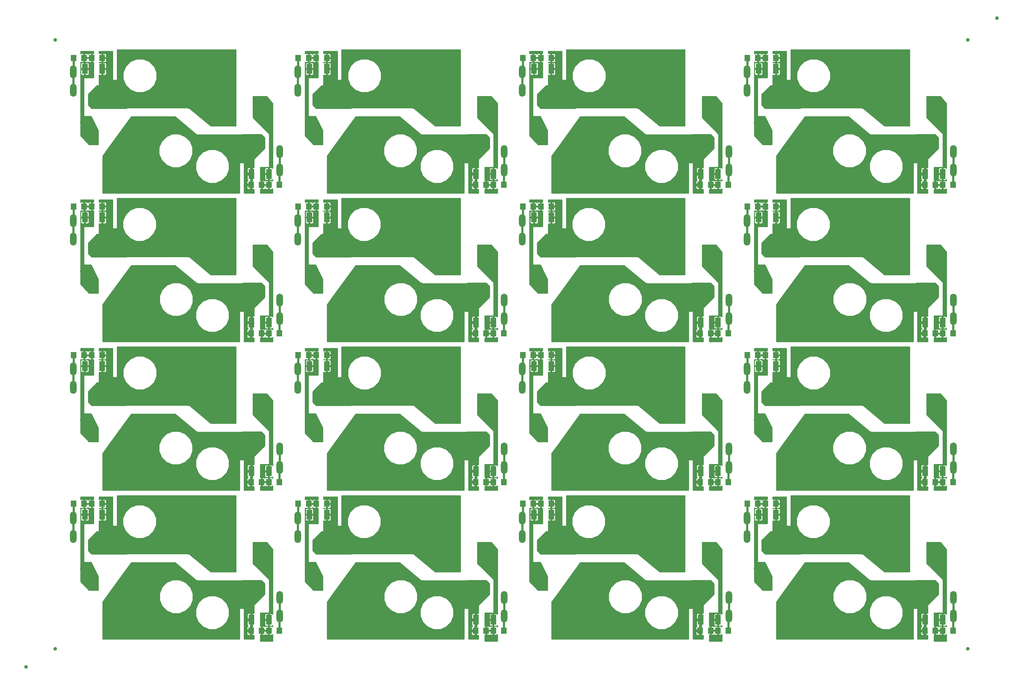
<source format=gbr>
G04 #@! TF.GenerationSoftware,KiCad,Pcbnew,(5.0.0)*
G04 #@! TF.CreationDate,2019-02-08T13:36:01+02:00*
G04 #@! TF.ProjectId,tp_x2_PnP,74705F78325F506E502E6B696361645F,3*
G04 #@! TF.SameCoordinates,Original*
G04 #@! TF.FileFunction,Copper,L1,Top,Signal*
G04 #@! TF.FilePolarity,Positive*
%FSLAX46Y46*%
G04 Gerber Fmt 4.6, Leading zero omitted, Abs format (unit mm)*
G04 Created by KiCad (PCBNEW (5.0.0)) date 02/08/19 13:36:01*
%MOMM*%
%LPD*%
G01*
G04 APERTURE LIST*
G04 #@! TA.AperFunction,SMDPad,CuDef*
%ADD10R,1.500000X2.700000*%
G04 #@! TD*
G04 #@! TA.AperFunction,BGAPad,CuDef*
%ADD11C,1.000000*%
G04 #@! TD*
G04 #@! TA.AperFunction,SMDPad,CuDef*
%ADD12R,1.500000X1.700000*%
G04 #@! TD*
G04 #@! TA.AperFunction,ComponentPad*
%ADD13O,1.800000X3.600000*%
G04 #@! TD*
G04 #@! TA.AperFunction,ComponentPad*
%ADD14O,3.600000X1.800000*%
G04 #@! TD*
G04 #@! TA.AperFunction,ComponentPad*
%ADD15C,2.800000*%
G04 #@! TD*
G04 #@! TA.AperFunction,Conductor*
%ADD16C,2.800000*%
G04 #@! TD*
G04 #@! TA.AperFunction,ComponentPad*
%ADD17C,2.499360*%
G04 #@! TD*
G04 #@! TA.AperFunction,ViaPad*
%ADD18C,2.200000*%
G04 #@! TD*
G04 #@! TA.AperFunction,Conductor*
%ADD19C,0.600000*%
G04 #@! TD*
G04 #@! TA.AperFunction,Conductor*
%ADD20C,0.254000*%
G04 #@! TD*
G04 APERTURE END LIST*
D10*
G04 #@! TO.P,D1,2*
G04 #@! TO.N,/PH3*
X215000000Y-53000000D03*
G04 #@! TO.P,D1,1*
G04 #@! TO.N,Net-(D1-Pad1)*
X210200000Y-53000000D03*
G04 #@! TD*
D11*
G04 #@! TO.P,REF\002A\002A,*
G04 #@! TO.N,*
X338000000Y-39000000D03*
G04 #@! TD*
G04 #@! TO.P,REF\002A\002A,*
G04 #@! TO.N,*
X70000000Y-218000000D03*
G04 #@! TD*
G04 #@! TO.P,REF04,*
G04 #@! TO.N,*
X330000000Y-213000000D03*
G04 #@! TD*
G04 #@! TO.P,REF03,*
G04 #@! TO.N,*
X330000000Y-45000000D03*
G04 #@! TD*
G04 #@! TO.P,REF02,*
G04 #@! TO.N,*
X78000000Y-45000000D03*
G04 #@! TD*
D12*
G04 #@! TO.P,R9,2*
G04 #@! TO.N,Net-(D3-Pad1)*
X212100000Y-173000000D03*
G04 #@! TO.P,R9,1*
G04 #@! TO.N,/PH1*
X215000000Y-173000000D03*
G04 #@! TD*
G04 #@! TO.P,R8,1*
G04 #@! TO.N,/CTRL1B*
X263900000Y-208000000D03*
G04 #@! TO.P,R8,2*
G04 #@! TO.N,Net-(D4-Pad1)*
X261000000Y-208000000D03*
G04 #@! TD*
D13*
G04 #@! TO.P,X9,1*
G04 #@! TO.N,/CTRL1A*
X207000000Y-176920000D03*
X207000000Y-182000000D03*
G04 #@! TD*
D12*
G04 #@! TO.P,R3,2*
G04 #@! TO.N,Net-(D2-Pad1)*
X261000000Y-167000000D03*
G04 #@! TO.P,R3,1*
G04 #@! TO.N,/CTRL3B*
X263900000Y-167000000D03*
G04 #@! TD*
D14*
G04 #@! TO.P,X6,1*
G04 #@! TO.N,/LD3*
X240040000Y-167000000D03*
X234960000Y-167000000D03*
G04 #@! TD*
D12*
G04 #@! TO.P,R1,2*
G04 #@! TO.N,Net-(D2-Pad1)*
X259000000Y-167000000D03*
G04 #@! TO.P,R1,1*
G04 #@! TO.N,/LD3*
X256100000Y-167000000D03*
G04 #@! TD*
D10*
G04 #@! TO.P,D1,1*
G04 #@! TO.N,Net-(D1-Pad1)*
X210200000Y-135000000D03*
G04 #@! TO.P,D1,2*
G04 #@! TO.N,/PH3*
X215000000Y-135000000D03*
G04 #@! TD*
G04 #@! TO.P,D3,2*
G04 #@! TO.N,/PH1*
X215000000Y-176000000D03*
G04 #@! TO.P,D3,1*
G04 #@! TO.N,Net-(D3-Pad1)*
X210200000Y-176000000D03*
G04 #@! TD*
D15*
G04 #@! TO.P,X4,1*
G04 #@! TO.N,/LD3*
X228100000Y-166800000D03*
X223100000Y-166800000D03*
X218100000Y-166800000D03*
X228100000Y-159700000D03*
X223100000Y-159700000D03*
X218100000Y-159700000D03*
G04 #@! TD*
D12*
G04 #@! TO.P,R4,1*
G04 #@! TO.N,/PH3*
X215000000Y-132000000D03*
G04 #@! TO.P,R4,2*
G04 #@! TO.N,Net-(D1-Pad1)*
X212100000Y-132000000D03*
G04 #@! TD*
G04 #@! TO.P,R2,1*
G04 #@! TO.N,/CTRL3A*
X207100000Y-132000000D03*
G04 #@! TO.P,R2,2*
G04 #@! TO.N,Net-(D1-Pad1)*
X210000000Y-132000000D03*
G04 #@! TD*
G04 #@! TO.P,R6,1*
G04 #@! TO.N,/LD1*
X256100000Y-208000000D03*
G04 #@! TO.P,R6,2*
G04 #@! TO.N,Net-(D4-Pad1)*
X259000000Y-208000000D03*
G04 #@! TD*
D14*
G04 #@! TO.P,X12,1*
G04 #@! TO.N,/PH1*
X235000000Y-183800000D03*
X229920000Y-183800000D03*
G04 #@! TD*
D15*
G04 #@! TO.P,V2.1,3*
G04 #@! TO.N,/PH3*
X278015189Y-143145704D03*
D16*
G04 #@! TD*
G04 #@! TO.N,/PH3*
G04 #@! TO.C,V2.1*
X275060766Y-143666649D02*
X280969612Y-142624759D01*
D15*
G04 #@! TO.P,V2.1,1*
G04 #@! TO.N,/LD3*
X284483625Y-152831226D03*
D16*
G04 #@! TD*
G04 #@! TO.N,/LD3*
G04 #@! TO.C,V2.1*
X282849708Y-155347238D02*
X286117542Y-150315214D01*
D15*
G04 #@! TO.P,V2.1,2*
G04 #@! TO.N,Net-(D1-Pad1)*
X273269138Y-152106452D03*
D16*
G04 #@! TD*
G04 #@! TO.N,Net-(D1-Pad1)*
G04 #@! TO.C,V2.1*
X272252296Y-149822588D02*
X274285980Y-154390316D01*
D14*
G04 #@! TO.P,X3,1*
G04 #@! TO.N,/LD1*
X302000000Y-208000000D03*
X296920000Y-208000000D03*
G04 #@! TD*
D17*
G04 #@! TO.P,H1,1*
G04 #@! TO.N,/LD1*
X236500000Y-192500000D03*
G04 #@! TD*
D13*
G04 #@! TO.P,X17,1*
G04 #@! TO.N,/CTRL3A*
X269000000Y-140880000D03*
X269000000Y-135800000D03*
G04 #@! TD*
G04 #@! TO.P,X7,1*
G04 #@! TO.N,/CTRL1B*
X326000000Y-198860000D03*
X326000000Y-203940000D03*
G04 #@! TD*
D15*
G04 #@! TO.P,V2.2,3*
G04 #@! TO.N,/LD3*
X316684811Y-155654296D03*
D16*
G04 #@! TD*
G04 #@! TO.N,/LD3*
G04 #@! TO.C,V2.2*
X319639234Y-155133351D02*
X313730388Y-156175241D01*
D15*
G04 #@! TO.P,V2.2,1*
G04 #@! TO.N,/PH3*
X310216375Y-145968774D03*
D16*
G04 #@! TD*
G04 #@! TO.N,/PH3*
G04 #@! TO.C,V2.2*
X311850292Y-143452762D02*
X308582458Y-148484786D01*
D15*
G04 #@! TO.P,V2.2,2*
G04 #@! TO.N,Net-(D2-Pad1)*
X321430862Y-146693548D03*
D16*
G04 #@! TD*
G04 #@! TO.N,Net-(D2-Pad1)*
G04 #@! TO.C,V2.2*
X322447704Y-148977412D02*
X320414020Y-144409684D01*
D17*
G04 #@! TO.P,H2,1*
G04 #@! TO.N,/PH1*
X243005382Y-188398781D03*
G04 #@! TD*
D15*
G04 #@! TO.P,V1.1,3*
G04 #@! TO.N,/PH1*
X278015189Y-184145704D03*
D16*
G04 #@! TD*
G04 #@! TO.N,/PH1*
G04 #@! TO.C,V1.1*
X275060766Y-184666649D02*
X280969612Y-183624759D01*
D15*
G04 #@! TO.P,V1.1,1*
G04 #@! TO.N,/LD1*
X284483625Y-193831226D03*
D16*
G04 #@! TD*
G04 #@! TO.N,/LD1*
G04 #@! TO.C,V1.1*
X282849708Y-196347238D02*
X286117542Y-191315214D01*
D15*
G04 #@! TO.P,V1.1,2*
G04 #@! TO.N,Net-(D3-Pad1)*
X273269138Y-193106452D03*
D16*
G04 #@! TD*
G04 #@! TO.N,Net-(D3-Pad1)*
G04 #@! TO.C,V1.1*
X272252296Y-190822588D02*
X274285980Y-195390316D01*
D15*
G04 #@! TO.P,X2,1*
G04 #@! TO.N,/PH1*
X239000000Y-172900000D03*
X244000000Y-172900000D03*
X249000000Y-172900000D03*
X239000000Y-180000000D03*
X244000000Y-180000000D03*
X249000000Y-180000000D03*
G04 #@! TD*
D12*
G04 #@! TO.P,R7,2*
G04 #@! TO.N,Net-(D3-Pad1)*
X210000000Y-173000000D03*
G04 #@! TO.P,R7,1*
G04 #@! TO.N,/CTRL1A*
X207100000Y-173000000D03*
G04 #@! TD*
D13*
G04 #@! TO.P,X14,1*
G04 #@! TO.N,/CTRL3B*
X326000000Y-162940000D03*
X326000000Y-157860000D03*
G04 #@! TD*
D15*
G04 #@! TO.P,X1,1*
G04 #@! TO.N,/LD1*
X228000000Y-208100000D03*
X223000000Y-208100000D03*
X218000000Y-208100000D03*
X228000000Y-201000000D03*
X223000000Y-201000000D03*
X218000000Y-201000000D03*
G04 #@! TD*
G04 #@! TO.P,X5,1*
G04 #@! TO.N,/PH3*
X239000000Y-131900000D03*
X244000000Y-131900000D03*
X249000000Y-131900000D03*
X239000000Y-139000000D03*
X244000000Y-139000000D03*
X249000000Y-139000000D03*
G04 #@! TD*
D17*
G04 #@! TO.P,H3,1*
G04 #@! TO.N,/LD3*
X236500000Y-151500000D03*
G04 #@! TD*
D10*
G04 #@! TO.P,D2,1*
G04 #@! TO.N,Net-(D2-Pad1)*
X323000000Y-164000000D03*
G04 #@! TO.P,D2,2*
G04 #@! TO.N,/LD3*
X318200000Y-164000000D03*
G04 #@! TD*
D17*
G04 #@! TO.P,H4,1*
G04 #@! TO.N,/PH3*
X243005382Y-147398781D03*
G04 #@! TD*
D15*
G04 #@! TO.P,V1.2,3*
G04 #@! TO.N,/LD1*
X316684811Y-196654296D03*
D16*
G04 #@! TD*
G04 #@! TO.N,/LD1*
G04 #@! TO.C,V1.2*
X319639234Y-196133351D02*
X313730388Y-197175241D01*
D15*
G04 #@! TO.P,V1.2,1*
G04 #@! TO.N,/PH1*
X310216375Y-186968774D03*
D16*
G04 #@! TD*
G04 #@! TO.N,/PH1*
G04 #@! TO.C,V1.2*
X311850292Y-184452762D02*
X308582458Y-189484786D01*
D15*
G04 #@! TO.P,V1.2,2*
G04 #@! TO.N,Net-(D4-Pad1)*
X321430862Y-187693548D03*
D16*
G04 #@! TD*
G04 #@! TO.N,Net-(D4-Pad1)*
G04 #@! TO.C,V1.2*
X322447704Y-189977412D02*
X320414020Y-185409684D01*
D10*
G04 #@! TO.P,D4,2*
G04 #@! TO.N,/LD1*
X318200000Y-205000000D03*
G04 #@! TO.P,D4,1*
G04 #@! TO.N,Net-(D4-Pad1)*
X323000000Y-205000000D03*
G04 #@! TD*
D14*
G04 #@! TO.P,X26,1*
G04 #@! TO.N,/PH3*
X291920000Y-142800000D03*
X297000000Y-142800000D03*
G04 #@! TD*
G04 #@! TO.P,X12,1*
G04 #@! TO.N,/PH1*
X291920000Y-183800000D03*
X297000000Y-183800000D03*
G04 #@! TD*
D12*
G04 #@! TO.P,R6,2*
G04 #@! TO.N,Net-(D4-Pad1)*
X321000000Y-208000000D03*
G04 #@! TO.P,R6,1*
G04 #@! TO.N,/LD1*
X318100000Y-208000000D03*
G04 #@! TD*
G04 #@! TO.P,R2,2*
G04 #@! TO.N,Net-(D1-Pad1)*
X272000000Y-132000000D03*
G04 #@! TO.P,R2,1*
G04 #@! TO.N,/CTRL3A*
X269100000Y-132000000D03*
G04 #@! TD*
G04 #@! TO.P,R7,1*
G04 #@! TO.N,/CTRL1A*
X269100000Y-173000000D03*
G04 #@! TO.P,R7,2*
G04 #@! TO.N,Net-(D3-Pad1)*
X272000000Y-173000000D03*
G04 #@! TD*
D15*
G04 #@! TO.P,X5,1*
G04 #@! TO.N,/PH3*
X311000000Y-139000000D03*
X306000000Y-139000000D03*
X301000000Y-139000000D03*
X311000000Y-131900000D03*
X306000000Y-131900000D03*
X301000000Y-131900000D03*
G04 #@! TD*
G04 #@! TO.P,X1,1*
G04 #@! TO.N,/LD1*
X280000000Y-201000000D03*
X285000000Y-201000000D03*
X290000000Y-201000000D03*
X280000000Y-208100000D03*
X285000000Y-208100000D03*
X290000000Y-208100000D03*
G04 #@! TD*
D14*
G04 #@! TO.P,X26,1*
G04 #@! TO.N,/PH3*
X235000000Y-142800000D03*
X229920000Y-142800000D03*
G04 #@! TD*
D13*
G04 #@! TO.P,X17,1*
G04 #@! TO.N,/CTRL3A*
X207000000Y-135800000D03*
X207000000Y-140880000D03*
G04 #@! TD*
D17*
G04 #@! TO.P,H4,1*
G04 #@! TO.N,/PH3*
X305005382Y-147398781D03*
G04 #@! TD*
D15*
G04 #@! TO.P,V2.1,2*
G04 #@! TO.N,Net-(D1-Pad1)*
X211269138Y-152106452D03*
D16*
G04 #@! TD*
G04 #@! TO.N,Net-(D1-Pad1)*
G04 #@! TO.C,V2.1*
X210252296Y-149822588D02*
X212285980Y-154390316D01*
D15*
G04 #@! TO.P,V2.1,1*
G04 #@! TO.N,/LD3*
X222483625Y-152831226D03*
D16*
G04 #@! TD*
G04 #@! TO.N,/LD3*
G04 #@! TO.C,V2.1*
X220849708Y-155347238D02*
X224117542Y-150315214D01*
D15*
G04 #@! TO.P,V2.1,3*
G04 #@! TO.N,/PH3*
X216015189Y-143145704D03*
D16*
G04 #@! TD*
G04 #@! TO.N,/PH3*
G04 #@! TO.C,V2.1*
X213060766Y-143666649D02*
X218969612Y-142624759D01*
D17*
G04 #@! TO.P,H3,1*
G04 #@! TO.N,/LD3*
X298500000Y-151500000D03*
G04 #@! TD*
D10*
G04 #@! TO.P,D3,1*
G04 #@! TO.N,Net-(D3-Pad1)*
X272200000Y-176000000D03*
G04 #@! TO.P,D3,2*
G04 #@! TO.N,/PH1*
X277000000Y-176000000D03*
G04 #@! TD*
D15*
G04 #@! TO.P,X4,1*
G04 #@! TO.N,/LD3*
X280100000Y-159700000D03*
X285100000Y-159700000D03*
X290100000Y-159700000D03*
X280100000Y-166800000D03*
X285100000Y-166800000D03*
X290100000Y-166800000D03*
G04 #@! TD*
D12*
G04 #@! TO.P,R4,2*
G04 #@! TO.N,Net-(D1-Pad1)*
X274100000Y-132000000D03*
G04 #@! TO.P,R4,1*
G04 #@! TO.N,/PH3*
X277000000Y-132000000D03*
G04 #@! TD*
G04 #@! TO.P,R9,1*
G04 #@! TO.N,/PH1*
X277000000Y-173000000D03*
G04 #@! TO.P,R9,2*
G04 #@! TO.N,Net-(D3-Pad1)*
X274100000Y-173000000D03*
G04 #@! TD*
D17*
G04 #@! TO.P,H1,1*
G04 #@! TO.N,/LD1*
X298500000Y-192500000D03*
G04 #@! TD*
D13*
G04 #@! TO.P,X7,1*
G04 #@! TO.N,/CTRL1B*
X264000000Y-203940000D03*
X264000000Y-198860000D03*
G04 #@! TD*
D17*
G04 #@! TO.P,H2,1*
G04 #@! TO.N,/PH1*
X305005382Y-188398781D03*
G04 #@! TD*
D10*
G04 #@! TO.P,D4,1*
G04 #@! TO.N,Net-(D4-Pad1)*
X261000000Y-205000000D03*
G04 #@! TO.P,D4,2*
G04 #@! TO.N,/LD1*
X256200000Y-205000000D03*
G04 #@! TD*
D15*
G04 #@! TO.P,V1.1,2*
G04 #@! TO.N,Net-(D3-Pad1)*
X211269138Y-193106452D03*
D16*
G04 #@! TD*
G04 #@! TO.N,Net-(D3-Pad1)*
G04 #@! TO.C,V1.1*
X210252296Y-190822588D02*
X212285980Y-195390316D01*
D15*
G04 #@! TO.P,V1.1,1*
G04 #@! TO.N,/LD1*
X222483625Y-193831226D03*
D16*
G04 #@! TD*
G04 #@! TO.N,/LD1*
G04 #@! TO.C,V1.1*
X220849708Y-196347238D02*
X224117542Y-191315214D01*
D15*
G04 #@! TO.P,V1.1,3*
G04 #@! TO.N,/PH1*
X216015189Y-184145704D03*
D16*
G04 #@! TD*
G04 #@! TO.N,/PH1*
G04 #@! TO.C,V1.1*
X213060766Y-184666649D02*
X218969612Y-183624759D01*
D15*
G04 #@! TO.P,X2,1*
G04 #@! TO.N,/PH1*
X311000000Y-180000000D03*
X306000000Y-180000000D03*
X301000000Y-180000000D03*
X311000000Y-172900000D03*
X306000000Y-172900000D03*
X301000000Y-172900000D03*
G04 #@! TD*
D13*
G04 #@! TO.P,X14,1*
G04 #@! TO.N,/CTRL3B*
X264000000Y-157860000D03*
X264000000Y-162940000D03*
G04 #@! TD*
D14*
G04 #@! TO.P,X3,1*
G04 #@! TO.N,/LD1*
X234920000Y-208000000D03*
X240000000Y-208000000D03*
G04 #@! TD*
G04 #@! TO.P,X6,1*
G04 #@! TO.N,/LD3*
X296960000Y-167000000D03*
X302040000Y-167000000D03*
G04 #@! TD*
D15*
G04 #@! TO.P,V1.2,2*
G04 #@! TO.N,Net-(D4-Pad1)*
X259430862Y-187693548D03*
D16*
G04 #@! TD*
G04 #@! TO.N,Net-(D4-Pad1)*
G04 #@! TO.C,V1.2*
X260447704Y-189977412D02*
X258414020Y-185409684D01*
D15*
G04 #@! TO.P,V1.2,1*
G04 #@! TO.N,/PH1*
X248216375Y-186968774D03*
D16*
G04 #@! TD*
G04 #@! TO.N,/PH1*
G04 #@! TO.C,V1.2*
X249850292Y-184452762D02*
X246582458Y-189484786D01*
D15*
G04 #@! TO.P,V1.2,3*
G04 #@! TO.N,/LD1*
X254684811Y-196654296D03*
D16*
G04 #@! TD*
G04 #@! TO.N,/LD1*
G04 #@! TO.C,V1.2*
X257639234Y-196133351D02*
X251730388Y-197175241D01*
D10*
G04 #@! TO.P,D2,2*
G04 #@! TO.N,/LD3*
X256200000Y-164000000D03*
G04 #@! TO.P,D2,1*
G04 #@! TO.N,Net-(D2-Pad1)*
X261000000Y-164000000D03*
G04 #@! TD*
D15*
G04 #@! TO.P,V2.2,2*
G04 #@! TO.N,Net-(D2-Pad1)*
X259430862Y-146693548D03*
D16*
G04 #@! TD*
G04 #@! TO.N,Net-(D2-Pad1)*
G04 #@! TO.C,V2.2*
X260447704Y-148977412D02*
X258414020Y-144409684D01*
D15*
G04 #@! TO.P,V2.2,1*
G04 #@! TO.N,/PH3*
X248216375Y-145968774D03*
D16*
G04 #@! TD*
G04 #@! TO.N,/PH3*
G04 #@! TO.C,V2.2*
X249850292Y-143452762D02*
X246582458Y-148484786D01*
D15*
G04 #@! TO.P,V2.2,3*
G04 #@! TO.N,/LD3*
X254684811Y-155654296D03*
D16*
G04 #@! TD*
G04 #@! TO.N,/LD3*
G04 #@! TO.C,V2.2*
X257639234Y-155133351D02*
X251730388Y-156175241D01*
D13*
G04 #@! TO.P,X9,1*
G04 #@! TO.N,/CTRL1A*
X269000000Y-182000000D03*
X269000000Y-176920000D03*
G04 #@! TD*
D12*
G04 #@! TO.P,R8,2*
G04 #@! TO.N,Net-(D4-Pad1)*
X323000000Y-208000000D03*
G04 #@! TO.P,R8,1*
G04 #@! TO.N,/CTRL1B*
X325900000Y-208000000D03*
G04 #@! TD*
G04 #@! TO.P,R1,1*
G04 #@! TO.N,/LD3*
X318100000Y-167000000D03*
G04 #@! TO.P,R1,2*
G04 #@! TO.N,Net-(D2-Pad1)*
X321000000Y-167000000D03*
G04 #@! TD*
D10*
G04 #@! TO.P,D1,2*
G04 #@! TO.N,/PH3*
X277000000Y-135000000D03*
G04 #@! TO.P,D1,1*
G04 #@! TO.N,Net-(D1-Pad1)*
X272200000Y-135000000D03*
G04 #@! TD*
D12*
G04 #@! TO.P,R3,1*
G04 #@! TO.N,/CTRL3B*
X325900000Y-167000000D03*
G04 #@! TO.P,R3,2*
G04 #@! TO.N,Net-(D2-Pad1)*
X323000000Y-167000000D03*
G04 #@! TD*
D14*
G04 #@! TO.P,X6,1*
G04 #@! TO.N,/LD3*
X110960000Y-167000000D03*
X116040000Y-167000000D03*
G04 #@! TD*
D12*
G04 #@! TO.P,R1,1*
G04 #@! TO.N,/LD3*
X132100000Y-167000000D03*
G04 #@! TO.P,R1,2*
G04 #@! TO.N,Net-(D2-Pad1)*
X135000000Y-167000000D03*
G04 #@! TD*
G04 #@! TO.P,R8,2*
G04 #@! TO.N,Net-(D4-Pad1)*
X137000000Y-208000000D03*
G04 #@! TO.P,R8,1*
G04 #@! TO.N,/CTRL1B*
X139900000Y-208000000D03*
G04 #@! TD*
D10*
G04 #@! TO.P,D1,2*
G04 #@! TO.N,/PH3*
X91000000Y-135000000D03*
G04 #@! TO.P,D1,1*
G04 #@! TO.N,Net-(D1-Pad1)*
X86200000Y-135000000D03*
G04 #@! TD*
D13*
G04 #@! TO.P,X9,1*
G04 #@! TO.N,/CTRL1A*
X83000000Y-182000000D03*
X83000000Y-176920000D03*
G04 #@! TD*
D12*
G04 #@! TO.P,R3,1*
G04 #@! TO.N,/CTRL3B*
X139900000Y-167000000D03*
G04 #@! TO.P,R3,2*
G04 #@! TO.N,Net-(D2-Pad1)*
X137000000Y-167000000D03*
G04 #@! TD*
D10*
G04 #@! TO.P,D3,1*
G04 #@! TO.N,Net-(D3-Pad1)*
X86200000Y-176000000D03*
G04 #@! TO.P,D3,2*
G04 #@! TO.N,/PH1*
X91000000Y-176000000D03*
G04 #@! TD*
D15*
G04 #@! TO.P,X4,1*
G04 #@! TO.N,/LD3*
X94100000Y-159700000D03*
X99100000Y-159700000D03*
X104100000Y-159700000D03*
X94100000Y-166800000D03*
X99100000Y-166800000D03*
X104100000Y-166800000D03*
G04 #@! TD*
D12*
G04 #@! TO.P,R4,2*
G04 #@! TO.N,Net-(D1-Pad1)*
X88100000Y-132000000D03*
G04 #@! TO.P,R4,1*
G04 #@! TO.N,/PH3*
X91000000Y-132000000D03*
G04 #@! TD*
G04 #@! TO.P,R9,1*
G04 #@! TO.N,/PH1*
X91000000Y-173000000D03*
G04 #@! TO.P,R9,2*
G04 #@! TO.N,Net-(D3-Pad1)*
X88100000Y-173000000D03*
G04 #@! TD*
D15*
G04 #@! TO.P,X5,1*
G04 #@! TO.N,/PH3*
X125000000Y-139000000D03*
X120000000Y-139000000D03*
X115000000Y-139000000D03*
X125000000Y-131900000D03*
X120000000Y-131900000D03*
X115000000Y-131900000D03*
G04 #@! TD*
D12*
G04 #@! TO.P,R2,2*
G04 #@! TO.N,Net-(D1-Pad1)*
X86000000Y-132000000D03*
G04 #@! TO.P,R2,1*
G04 #@! TO.N,/CTRL3A*
X83100000Y-132000000D03*
G04 #@! TD*
D15*
G04 #@! TO.P,X2,1*
G04 #@! TO.N,/PH1*
X125000000Y-180000000D03*
X120000000Y-180000000D03*
X115000000Y-180000000D03*
X125000000Y-172900000D03*
X120000000Y-172900000D03*
X115000000Y-172900000D03*
G04 #@! TD*
G04 #@! TO.P,X1,1*
G04 #@! TO.N,/LD1*
X94000000Y-201000000D03*
X99000000Y-201000000D03*
X104000000Y-201000000D03*
X94000000Y-208100000D03*
X99000000Y-208100000D03*
X104000000Y-208100000D03*
G04 #@! TD*
D12*
G04 #@! TO.P,R6,2*
G04 #@! TO.N,Net-(D4-Pad1)*
X135000000Y-208000000D03*
G04 #@! TO.P,R6,1*
G04 #@! TO.N,/LD1*
X132100000Y-208000000D03*
G04 #@! TD*
D14*
G04 #@! TO.P,X12,1*
G04 #@! TO.N,/PH1*
X105920000Y-183800000D03*
X111000000Y-183800000D03*
G04 #@! TD*
D12*
G04 #@! TO.P,R7,1*
G04 #@! TO.N,/CTRL1A*
X83100000Y-173000000D03*
G04 #@! TO.P,R7,2*
G04 #@! TO.N,Net-(D3-Pad1)*
X86000000Y-173000000D03*
G04 #@! TD*
D15*
G04 #@! TO.P,V2.1,2*
G04 #@! TO.N,Net-(D1-Pad1)*
X149269138Y-152106452D03*
D16*
G04 #@! TD*
G04 #@! TO.N,Net-(D1-Pad1)*
G04 #@! TO.C,V2.1*
X148252296Y-149822588D02*
X150285980Y-154390316D01*
D15*
G04 #@! TO.P,V2.1,1*
G04 #@! TO.N,/LD3*
X160483625Y-152831226D03*
D16*
G04 #@! TD*
G04 #@! TO.N,/LD3*
G04 #@! TO.C,V2.1*
X158849708Y-155347238D02*
X162117542Y-150315214D01*
D15*
G04 #@! TO.P,V2.1,3*
G04 #@! TO.N,/PH3*
X154015189Y-143145704D03*
D16*
G04 #@! TD*
G04 #@! TO.N,/PH3*
G04 #@! TO.C,V2.1*
X151060766Y-143666649D02*
X156969612Y-142624759D01*
D10*
G04 #@! TO.P,D2,2*
G04 #@! TO.N,/LD3*
X194200000Y-164000000D03*
G04 #@! TO.P,D2,1*
G04 #@! TO.N,Net-(D2-Pad1)*
X199000000Y-164000000D03*
G04 #@! TD*
D14*
G04 #@! TO.P,X3,1*
G04 #@! TO.N,/LD1*
X172920000Y-208000000D03*
X178000000Y-208000000D03*
G04 #@! TD*
D17*
G04 #@! TO.P,H1,1*
G04 #@! TO.N,/LD1*
X112500000Y-192500000D03*
G04 #@! TD*
D13*
G04 #@! TO.P,X17,1*
G04 #@! TO.N,/CTRL3A*
X145000000Y-135800000D03*
X145000000Y-140880000D03*
G04 #@! TD*
D15*
G04 #@! TO.P,V1.2,2*
G04 #@! TO.N,Net-(D4-Pad1)*
X197430862Y-187693548D03*
D16*
G04 #@! TD*
G04 #@! TO.N,Net-(D4-Pad1)*
G04 #@! TO.C,V1.2*
X198447704Y-189977412D02*
X196414020Y-185409684D01*
D15*
G04 #@! TO.P,V1.2,1*
G04 #@! TO.N,/PH1*
X186216375Y-186968774D03*
D16*
G04 #@! TD*
G04 #@! TO.N,/PH1*
G04 #@! TO.C,V1.2*
X187850292Y-184452762D02*
X184582458Y-189484786D01*
D15*
G04 #@! TO.P,V1.2,3*
G04 #@! TO.N,/LD1*
X192684811Y-196654296D03*
D16*
G04 #@! TD*
G04 #@! TO.N,/LD1*
G04 #@! TO.C,V1.2*
X195639234Y-196133351D02*
X189730388Y-197175241D01*
D15*
G04 #@! TO.P,V2.2,2*
G04 #@! TO.N,Net-(D2-Pad1)*
X197430862Y-146693548D03*
D16*
G04 #@! TD*
G04 #@! TO.N,Net-(D2-Pad1)*
G04 #@! TO.C,V2.2*
X198447704Y-148977412D02*
X196414020Y-144409684D01*
D15*
G04 #@! TO.P,V2.2,1*
G04 #@! TO.N,/PH3*
X186216375Y-145968774D03*
D16*
G04 #@! TD*
G04 #@! TO.N,/PH3*
G04 #@! TO.C,V2.2*
X187850292Y-143452762D02*
X184582458Y-148484786D01*
D15*
G04 #@! TO.P,V2.2,3*
G04 #@! TO.N,/LD3*
X192684811Y-155654296D03*
D16*
G04 #@! TD*
G04 #@! TO.N,/LD3*
G04 #@! TO.C,V2.2*
X195639234Y-155133351D02*
X189730388Y-156175241D01*
D13*
G04 #@! TO.P,X14,1*
G04 #@! TO.N,/CTRL3B*
X202000000Y-157860000D03*
X202000000Y-162940000D03*
G04 #@! TD*
D17*
G04 #@! TO.P,H3,1*
G04 #@! TO.N,/LD3*
X112500000Y-151500000D03*
G04 #@! TD*
D13*
G04 #@! TO.P,X7,1*
G04 #@! TO.N,/CTRL1B*
X202000000Y-203940000D03*
X202000000Y-198860000D03*
G04 #@! TD*
D17*
G04 #@! TO.P,H2,1*
G04 #@! TO.N,/PH1*
X119005382Y-188398781D03*
G04 #@! TD*
G04 #@! TO.P,H4,1*
G04 #@! TO.N,/PH3*
X119005382Y-147398781D03*
G04 #@! TD*
D15*
G04 #@! TO.P,V1.1,2*
G04 #@! TO.N,Net-(D3-Pad1)*
X149269138Y-193106452D03*
D16*
G04 #@! TD*
G04 #@! TO.N,Net-(D3-Pad1)*
G04 #@! TO.C,V1.1*
X148252296Y-190822588D02*
X150285980Y-195390316D01*
D15*
G04 #@! TO.P,V1.1,1*
G04 #@! TO.N,/LD1*
X160483625Y-193831226D03*
D16*
G04 #@! TD*
G04 #@! TO.N,/LD1*
G04 #@! TO.C,V1.1*
X158849708Y-196347238D02*
X162117542Y-191315214D01*
D15*
G04 #@! TO.P,V1.1,3*
G04 #@! TO.N,/PH1*
X154015189Y-184145704D03*
D16*
G04 #@! TD*
G04 #@! TO.N,/PH1*
G04 #@! TO.C,V1.1*
X151060766Y-184666649D02*
X156969612Y-183624759D01*
D12*
G04 #@! TO.P,R4,1*
G04 #@! TO.N,/PH3*
X153000000Y-132000000D03*
G04 #@! TO.P,R4,2*
G04 #@! TO.N,Net-(D1-Pad1)*
X150100000Y-132000000D03*
G04 #@! TD*
D10*
G04 #@! TO.P,D4,1*
G04 #@! TO.N,Net-(D4-Pad1)*
X199000000Y-205000000D03*
G04 #@! TO.P,D4,2*
G04 #@! TO.N,/LD1*
X194200000Y-205000000D03*
G04 #@! TD*
D12*
G04 #@! TO.P,R9,2*
G04 #@! TO.N,Net-(D3-Pad1)*
X150100000Y-173000000D03*
G04 #@! TO.P,R9,1*
G04 #@! TO.N,/PH1*
X153000000Y-173000000D03*
G04 #@! TD*
D14*
G04 #@! TO.P,X26,1*
G04 #@! TO.N,/PH3*
X173000000Y-142800000D03*
X167920000Y-142800000D03*
G04 #@! TD*
D10*
G04 #@! TO.P,D3,2*
G04 #@! TO.N,/PH1*
X153000000Y-176000000D03*
G04 #@! TO.P,D3,1*
G04 #@! TO.N,Net-(D3-Pad1)*
X148200000Y-176000000D03*
G04 #@! TD*
D17*
G04 #@! TO.P,H3,1*
G04 #@! TO.N,/LD3*
X174500000Y-151500000D03*
G04 #@! TD*
D15*
G04 #@! TO.P,X4,1*
G04 #@! TO.N,/LD3*
X166100000Y-166800000D03*
X161100000Y-166800000D03*
X156100000Y-166800000D03*
X166100000Y-159700000D03*
X161100000Y-159700000D03*
X156100000Y-159700000D03*
G04 #@! TD*
D17*
G04 #@! TO.P,H4,1*
G04 #@! TO.N,/PH3*
X181005382Y-147398781D03*
G04 #@! TD*
D12*
G04 #@! TO.P,R2,1*
G04 #@! TO.N,/CTRL3A*
X145100000Y-132000000D03*
G04 #@! TO.P,R2,2*
G04 #@! TO.N,Net-(D1-Pad1)*
X148000000Y-132000000D03*
G04 #@! TD*
D14*
G04 #@! TO.P,X12,1*
G04 #@! TO.N,/PH1*
X173000000Y-183800000D03*
X167920000Y-183800000D03*
G04 #@! TD*
D12*
G04 #@! TO.P,R7,2*
G04 #@! TO.N,Net-(D3-Pad1)*
X148000000Y-173000000D03*
G04 #@! TO.P,R7,1*
G04 #@! TO.N,/CTRL1A*
X145100000Y-173000000D03*
G04 #@! TD*
D15*
G04 #@! TO.P,X5,1*
G04 #@! TO.N,/PH3*
X177000000Y-131900000D03*
X182000000Y-131900000D03*
X187000000Y-131900000D03*
X177000000Y-139000000D03*
X182000000Y-139000000D03*
X187000000Y-139000000D03*
G04 #@! TD*
D12*
G04 #@! TO.P,R6,1*
G04 #@! TO.N,/LD1*
X194100000Y-208000000D03*
G04 #@! TO.P,R6,2*
G04 #@! TO.N,Net-(D4-Pad1)*
X197000000Y-208000000D03*
G04 #@! TD*
D15*
G04 #@! TO.P,X2,1*
G04 #@! TO.N,/PH1*
X177000000Y-172900000D03*
X182000000Y-172900000D03*
X187000000Y-172900000D03*
X177000000Y-180000000D03*
X182000000Y-180000000D03*
X187000000Y-180000000D03*
G04 #@! TD*
D17*
G04 #@! TO.P,H1,1*
G04 #@! TO.N,/LD1*
X174500000Y-192500000D03*
G04 #@! TD*
D15*
G04 #@! TO.P,X1,1*
G04 #@! TO.N,/LD1*
X166000000Y-208100000D03*
X161000000Y-208100000D03*
X156000000Y-208100000D03*
X166000000Y-201000000D03*
X161000000Y-201000000D03*
X156000000Y-201000000D03*
G04 #@! TD*
D17*
G04 #@! TO.P,H2,1*
G04 #@! TO.N,/PH1*
X181005382Y-188398781D03*
G04 #@! TD*
D10*
G04 #@! TO.P,D4,2*
G04 #@! TO.N,/LD1*
X132200000Y-205000000D03*
G04 #@! TO.P,D4,1*
G04 #@! TO.N,Net-(D4-Pad1)*
X137000000Y-205000000D03*
G04 #@! TD*
D14*
G04 #@! TO.P,X26,1*
G04 #@! TO.N,/PH3*
X105920000Y-142800000D03*
X111000000Y-142800000D03*
G04 #@! TD*
D15*
G04 #@! TO.P,V1.1,3*
G04 #@! TO.N,/PH1*
X92015189Y-184145704D03*
D16*
G04 #@! TD*
G04 #@! TO.N,/PH1*
G04 #@! TO.C,V1.1*
X89060766Y-184666649D02*
X94969612Y-183624759D01*
D15*
G04 #@! TO.P,V1.1,1*
G04 #@! TO.N,/LD1*
X98483625Y-193831226D03*
D16*
G04 #@! TD*
G04 #@! TO.N,/LD1*
G04 #@! TO.C,V1.1*
X96849708Y-196347238D02*
X100117542Y-191315214D01*
D15*
G04 #@! TO.P,V1.1,2*
G04 #@! TO.N,Net-(D3-Pad1)*
X87269138Y-193106452D03*
D16*
G04 #@! TD*
G04 #@! TO.N,Net-(D3-Pad1)*
G04 #@! TO.C,V1.1*
X86252296Y-190822588D02*
X88285980Y-195390316D01*
D15*
G04 #@! TO.P,V2.1,3*
G04 #@! TO.N,/PH3*
X92015189Y-143145704D03*
D16*
G04 #@! TD*
G04 #@! TO.N,/PH3*
G04 #@! TO.C,V2.1*
X89060766Y-143666649D02*
X94969612Y-142624759D01*
D15*
G04 #@! TO.P,V2.1,1*
G04 #@! TO.N,/LD3*
X98483625Y-152831226D03*
D16*
G04 #@! TD*
G04 #@! TO.N,/LD3*
G04 #@! TO.C,V2.1*
X96849708Y-155347238D02*
X100117542Y-150315214D01*
D15*
G04 #@! TO.P,V2.1,2*
G04 #@! TO.N,Net-(D1-Pad1)*
X87269138Y-152106452D03*
D16*
G04 #@! TD*
G04 #@! TO.N,Net-(D1-Pad1)*
G04 #@! TO.C,V2.1*
X86252296Y-149822588D02*
X88285980Y-154390316D01*
D13*
G04 #@! TO.P,X7,1*
G04 #@! TO.N,/CTRL1B*
X140000000Y-198860000D03*
X140000000Y-203940000D03*
G04 #@! TD*
G04 #@! TO.P,X17,1*
G04 #@! TO.N,/CTRL3A*
X83000000Y-140880000D03*
X83000000Y-135800000D03*
G04 #@! TD*
D15*
G04 #@! TO.P,V1.2,3*
G04 #@! TO.N,/LD1*
X130684811Y-196654296D03*
D16*
G04 #@! TD*
G04 #@! TO.N,/LD1*
G04 #@! TO.C,V1.2*
X133639234Y-196133351D02*
X127730388Y-197175241D01*
D15*
G04 #@! TO.P,V1.2,1*
G04 #@! TO.N,/PH1*
X124216375Y-186968774D03*
D16*
G04 #@! TD*
G04 #@! TO.N,/PH1*
G04 #@! TO.C,V1.2*
X125850292Y-184452762D02*
X122582458Y-189484786D01*
D15*
G04 #@! TO.P,V1.2,2*
G04 #@! TO.N,Net-(D4-Pad1)*
X135430862Y-187693548D03*
D16*
G04 #@! TD*
G04 #@! TO.N,Net-(D4-Pad1)*
G04 #@! TO.C,V1.2*
X136447704Y-189977412D02*
X134414020Y-185409684D01*
D10*
G04 #@! TO.P,D2,1*
G04 #@! TO.N,Net-(D2-Pad1)*
X137000000Y-164000000D03*
G04 #@! TO.P,D2,2*
G04 #@! TO.N,/LD3*
X132200000Y-164000000D03*
G04 #@! TD*
D15*
G04 #@! TO.P,V2.2,3*
G04 #@! TO.N,/LD3*
X130684811Y-155654296D03*
D16*
G04 #@! TD*
G04 #@! TO.N,/LD3*
G04 #@! TO.C,V2.2*
X133639234Y-155133351D02*
X127730388Y-156175241D01*
D15*
G04 #@! TO.P,V2.2,1*
G04 #@! TO.N,/PH3*
X124216375Y-145968774D03*
D16*
G04 #@! TD*
G04 #@! TO.N,/PH3*
G04 #@! TO.C,V2.2*
X125850292Y-143452762D02*
X122582458Y-148484786D01*
D15*
G04 #@! TO.P,V2.2,2*
G04 #@! TO.N,Net-(D2-Pad1)*
X135430862Y-146693548D03*
D16*
G04 #@! TD*
G04 #@! TO.N,Net-(D2-Pad1)*
G04 #@! TO.C,V2.2*
X136447704Y-148977412D02*
X134414020Y-144409684D01*
D14*
G04 #@! TO.P,X3,1*
G04 #@! TO.N,/LD1*
X116000000Y-208000000D03*
X110920000Y-208000000D03*
G04 #@! TD*
D13*
G04 #@! TO.P,X14,1*
G04 #@! TO.N,/CTRL3B*
X140000000Y-162940000D03*
X140000000Y-157860000D03*
G04 #@! TD*
G04 #@! TO.P,X9,1*
G04 #@! TO.N,/CTRL1A*
X145000000Y-176920000D03*
X145000000Y-182000000D03*
G04 #@! TD*
D14*
G04 #@! TO.P,X6,1*
G04 #@! TO.N,/LD3*
X178040000Y-167000000D03*
X172960000Y-167000000D03*
G04 #@! TD*
D12*
G04 #@! TO.P,R8,1*
G04 #@! TO.N,/CTRL1B*
X201900000Y-208000000D03*
G04 #@! TO.P,R8,2*
G04 #@! TO.N,Net-(D4-Pad1)*
X199000000Y-208000000D03*
G04 #@! TD*
G04 #@! TO.P,R1,2*
G04 #@! TO.N,Net-(D2-Pad1)*
X197000000Y-167000000D03*
G04 #@! TO.P,R1,1*
G04 #@! TO.N,/LD3*
X194100000Y-167000000D03*
G04 #@! TD*
G04 #@! TO.P,R3,2*
G04 #@! TO.N,Net-(D2-Pad1)*
X199000000Y-167000000D03*
G04 #@! TO.P,R3,1*
G04 #@! TO.N,/CTRL3B*
X201900000Y-167000000D03*
G04 #@! TD*
D10*
G04 #@! TO.P,D1,1*
G04 #@! TO.N,Net-(D1-Pad1)*
X148200000Y-135000000D03*
G04 #@! TO.P,D1,2*
G04 #@! TO.N,/PH3*
X153000000Y-135000000D03*
G04 #@! TD*
D14*
G04 #@! TO.P,X6,1*
G04 #@! TO.N,/LD3*
X234960000Y-85000000D03*
X240040000Y-85000000D03*
G04 #@! TD*
D12*
G04 #@! TO.P,R1,1*
G04 #@! TO.N,/LD3*
X256100000Y-85000000D03*
G04 #@! TO.P,R1,2*
G04 #@! TO.N,Net-(D2-Pad1)*
X259000000Y-85000000D03*
G04 #@! TD*
G04 #@! TO.P,R8,2*
G04 #@! TO.N,Net-(D4-Pad1)*
X261000000Y-126000000D03*
G04 #@! TO.P,R8,1*
G04 #@! TO.N,/CTRL1B*
X263900000Y-126000000D03*
G04 #@! TD*
D13*
G04 #@! TO.P,X9,1*
G04 #@! TO.N,/CTRL1A*
X207000000Y-100000000D03*
X207000000Y-94920000D03*
G04 #@! TD*
D12*
G04 #@! TO.P,R3,1*
G04 #@! TO.N,/CTRL3B*
X263900000Y-85000000D03*
G04 #@! TO.P,R3,2*
G04 #@! TO.N,Net-(D2-Pad1)*
X261000000Y-85000000D03*
G04 #@! TD*
D10*
G04 #@! TO.P,D3,1*
G04 #@! TO.N,Net-(D3-Pad1)*
X210200000Y-94000000D03*
G04 #@! TO.P,D3,2*
G04 #@! TO.N,/PH1*
X215000000Y-94000000D03*
G04 #@! TD*
D15*
G04 #@! TO.P,X4,1*
G04 #@! TO.N,/LD3*
X218100000Y-77700000D03*
X223100000Y-77700000D03*
X228100000Y-77700000D03*
X218100000Y-84800000D03*
X223100000Y-84800000D03*
X228100000Y-84800000D03*
G04 #@! TD*
D12*
G04 #@! TO.P,R4,2*
G04 #@! TO.N,Net-(D1-Pad1)*
X212100000Y-50000000D03*
G04 #@! TO.P,R4,1*
G04 #@! TO.N,/PH3*
X215000000Y-50000000D03*
G04 #@! TD*
G04 #@! TO.P,R9,1*
G04 #@! TO.N,/PH1*
X215000000Y-91000000D03*
G04 #@! TO.P,R9,2*
G04 #@! TO.N,Net-(D3-Pad1)*
X212100000Y-91000000D03*
G04 #@! TD*
D15*
G04 #@! TO.P,X5,1*
G04 #@! TO.N,/PH3*
X249000000Y-57000000D03*
X244000000Y-57000000D03*
X239000000Y-57000000D03*
X249000000Y-49900000D03*
X244000000Y-49900000D03*
X239000000Y-49900000D03*
G04 #@! TD*
D12*
G04 #@! TO.P,R2,2*
G04 #@! TO.N,Net-(D1-Pad1)*
X210000000Y-50000000D03*
G04 #@! TO.P,R2,1*
G04 #@! TO.N,/CTRL3A*
X207100000Y-50000000D03*
G04 #@! TD*
D15*
G04 #@! TO.P,X2,1*
G04 #@! TO.N,/PH1*
X249000000Y-98000000D03*
X244000000Y-98000000D03*
X239000000Y-98000000D03*
X249000000Y-90900000D03*
X244000000Y-90900000D03*
X239000000Y-90900000D03*
G04 #@! TD*
G04 #@! TO.P,X1,1*
G04 #@! TO.N,/LD1*
X218000000Y-119000000D03*
X223000000Y-119000000D03*
X228000000Y-119000000D03*
X218000000Y-126100000D03*
X223000000Y-126100000D03*
X228000000Y-126100000D03*
G04 #@! TD*
D12*
G04 #@! TO.P,R6,2*
G04 #@! TO.N,Net-(D4-Pad1)*
X259000000Y-126000000D03*
G04 #@! TO.P,R6,1*
G04 #@! TO.N,/LD1*
X256100000Y-126000000D03*
G04 #@! TD*
D14*
G04 #@! TO.P,X12,1*
G04 #@! TO.N,/PH1*
X229920000Y-101800000D03*
X235000000Y-101800000D03*
G04 #@! TD*
D12*
G04 #@! TO.P,R7,1*
G04 #@! TO.N,/CTRL1A*
X207100000Y-91000000D03*
G04 #@! TO.P,R7,2*
G04 #@! TO.N,Net-(D3-Pad1)*
X210000000Y-91000000D03*
G04 #@! TD*
D15*
G04 #@! TO.P,V2.1,2*
G04 #@! TO.N,Net-(D1-Pad1)*
X273269138Y-70106452D03*
D16*
G04 #@! TD*
G04 #@! TO.N,Net-(D1-Pad1)*
G04 #@! TO.C,V2.1*
X272252296Y-67822588D02*
X274285980Y-72390316D01*
D15*
G04 #@! TO.P,V2.1,1*
G04 #@! TO.N,/LD3*
X284483625Y-70831226D03*
D16*
G04 #@! TD*
G04 #@! TO.N,/LD3*
G04 #@! TO.C,V2.1*
X282849708Y-73347238D02*
X286117542Y-68315214D01*
D15*
G04 #@! TO.P,V2.1,3*
G04 #@! TO.N,/PH3*
X278015189Y-61145704D03*
D16*
G04 #@! TD*
G04 #@! TO.N,/PH3*
G04 #@! TO.C,V2.1*
X275060766Y-61666649D02*
X280969612Y-60624759D01*
D10*
G04 #@! TO.P,D2,2*
G04 #@! TO.N,/LD3*
X318200000Y-82000000D03*
G04 #@! TO.P,D2,1*
G04 #@! TO.N,Net-(D2-Pad1)*
X323000000Y-82000000D03*
G04 #@! TD*
D14*
G04 #@! TO.P,X3,1*
G04 #@! TO.N,/LD1*
X296920000Y-126000000D03*
X302000000Y-126000000D03*
G04 #@! TD*
D17*
G04 #@! TO.P,H1,1*
G04 #@! TO.N,/LD1*
X236500000Y-110500000D03*
G04 #@! TD*
D13*
G04 #@! TO.P,X17,1*
G04 #@! TO.N,/CTRL3A*
X269000000Y-53800000D03*
X269000000Y-58880000D03*
G04 #@! TD*
D15*
G04 #@! TO.P,V1.2,2*
G04 #@! TO.N,Net-(D4-Pad1)*
X321430862Y-105693548D03*
D16*
G04 #@! TD*
G04 #@! TO.N,Net-(D4-Pad1)*
G04 #@! TO.C,V1.2*
X322447704Y-107977412D02*
X320414020Y-103409684D01*
D15*
G04 #@! TO.P,V1.2,1*
G04 #@! TO.N,/PH1*
X310216375Y-104968774D03*
D16*
G04 #@! TD*
G04 #@! TO.N,/PH1*
G04 #@! TO.C,V1.2*
X311850292Y-102452762D02*
X308582458Y-107484786D01*
D15*
G04 #@! TO.P,V1.2,3*
G04 #@! TO.N,/LD1*
X316684811Y-114654296D03*
D16*
G04 #@! TD*
G04 #@! TO.N,/LD1*
G04 #@! TO.C,V1.2*
X319639234Y-114133351D02*
X313730388Y-115175241D01*
D15*
G04 #@! TO.P,V2.2,2*
G04 #@! TO.N,Net-(D2-Pad1)*
X321430862Y-64693548D03*
D16*
G04 #@! TD*
G04 #@! TO.N,Net-(D2-Pad1)*
G04 #@! TO.C,V2.2*
X322447704Y-66977412D02*
X320414020Y-62409684D01*
D15*
G04 #@! TO.P,V2.2,1*
G04 #@! TO.N,/PH3*
X310216375Y-63968774D03*
D16*
G04 #@! TD*
G04 #@! TO.N,/PH3*
G04 #@! TO.C,V2.2*
X311850292Y-61452762D02*
X308582458Y-66484786D01*
D15*
G04 #@! TO.P,V2.2,3*
G04 #@! TO.N,/LD3*
X316684811Y-73654296D03*
D16*
G04 #@! TD*
G04 #@! TO.N,/LD3*
G04 #@! TO.C,V2.2*
X319639234Y-73133351D02*
X313730388Y-74175241D01*
D13*
G04 #@! TO.P,X14,1*
G04 #@! TO.N,/CTRL3B*
X326000000Y-75860000D03*
X326000000Y-80940000D03*
G04 #@! TD*
D17*
G04 #@! TO.P,H3,1*
G04 #@! TO.N,/LD3*
X236500000Y-69500000D03*
G04 #@! TD*
D13*
G04 #@! TO.P,X7,1*
G04 #@! TO.N,/CTRL1B*
X326000000Y-121940000D03*
X326000000Y-116860000D03*
G04 #@! TD*
D17*
G04 #@! TO.P,H2,1*
G04 #@! TO.N,/PH1*
X243005382Y-106398781D03*
G04 #@! TD*
G04 #@! TO.P,H4,1*
G04 #@! TO.N,/PH3*
X243005382Y-65398781D03*
G04 #@! TD*
D15*
G04 #@! TO.P,V1.1,2*
G04 #@! TO.N,Net-(D3-Pad1)*
X273269138Y-111106452D03*
D16*
G04 #@! TD*
G04 #@! TO.N,Net-(D3-Pad1)*
G04 #@! TO.C,V1.1*
X272252296Y-108822588D02*
X274285980Y-113390316D01*
D15*
G04 #@! TO.P,V1.1,1*
G04 #@! TO.N,/LD1*
X284483625Y-111831226D03*
D16*
G04 #@! TD*
G04 #@! TO.N,/LD1*
G04 #@! TO.C,V1.1*
X282849708Y-114347238D02*
X286117542Y-109315214D01*
D15*
G04 #@! TO.P,V1.1,3*
G04 #@! TO.N,/PH1*
X278015189Y-102145704D03*
D16*
G04 #@! TD*
G04 #@! TO.N,/PH1*
G04 #@! TO.C,V1.1*
X275060766Y-102666649D02*
X280969612Y-101624759D01*
D12*
G04 #@! TO.P,R4,1*
G04 #@! TO.N,/PH3*
X277000000Y-50000000D03*
G04 #@! TO.P,R4,2*
G04 #@! TO.N,Net-(D1-Pad1)*
X274100000Y-50000000D03*
G04 #@! TD*
D10*
G04 #@! TO.P,D4,1*
G04 #@! TO.N,Net-(D4-Pad1)*
X323000000Y-123000000D03*
G04 #@! TO.P,D4,2*
G04 #@! TO.N,/LD1*
X318200000Y-123000000D03*
G04 #@! TD*
D12*
G04 #@! TO.P,R9,2*
G04 #@! TO.N,Net-(D3-Pad1)*
X274100000Y-91000000D03*
G04 #@! TO.P,R9,1*
G04 #@! TO.N,/PH1*
X277000000Y-91000000D03*
G04 #@! TD*
D14*
G04 #@! TO.P,X26,1*
G04 #@! TO.N,/PH3*
X297000000Y-60800000D03*
X291920000Y-60800000D03*
G04 #@! TD*
D10*
G04 #@! TO.P,D3,2*
G04 #@! TO.N,/PH1*
X277000000Y-94000000D03*
G04 #@! TO.P,D3,1*
G04 #@! TO.N,Net-(D3-Pad1)*
X272200000Y-94000000D03*
G04 #@! TD*
D17*
G04 #@! TO.P,H3,1*
G04 #@! TO.N,/LD3*
X298500000Y-69500000D03*
G04 #@! TD*
D15*
G04 #@! TO.P,X4,1*
G04 #@! TO.N,/LD3*
X290100000Y-84800000D03*
X285100000Y-84800000D03*
X280100000Y-84800000D03*
X290100000Y-77700000D03*
X285100000Y-77700000D03*
X280100000Y-77700000D03*
G04 #@! TD*
D17*
G04 #@! TO.P,H4,1*
G04 #@! TO.N,/PH3*
X305005382Y-65398781D03*
G04 #@! TD*
D12*
G04 #@! TO.P,R2,1*
G04 #@! TO.N,/CTRL3A*
X269100000Y-50000000D03*
G04 #@! TO.P,R2,2*
G04 #@! TO.N,Net-(D1-Pad1)*
X272000000Y-50000000D03*
G04 #@! TD*
D14*
G04 #@! TO.P,X12,1*
G04 #@! TO.N,/PH1*
X297000000Y-101800000D03*
X291920000Y-101800000D03*
G04 #@! TD*
D12*
G04 #@! TO.P,R7,2*
G04 #@! TO.N,Net-(D3-Pad1)*
X272000000Y-91000000D03*
G04 #@! TO.P,R7,1*
G04 #@! TO.N,/CTRL1A*
X269100000Y-91000000D03*
G04 #@! TD*
D15*
G04 #@! TO.P,X5,1*
G04 #@! TO.N,/PH3*
X301000000Y-49900000D03*
X306000000Y-49900000D03*
X311000000Y-49900000D03*
X301000000Y-57000000D03*
X306000000Y-57000000D03*
X311000000Y-57000000D03*
G04 #@! TD*
D12*
G04 #@! TO.P,R6,1*
G04 #@! TO.N,/LD1*
X318100000Y-126000000D03*
G04 #@! TO.P,R6,2*
G04 #@! TO.N,Net-(D4-Pad1)*
X321000000Y-126000000D03*
G04 #@! TD*
D15*
G04 #@! TO.P,X2,1*
G04 #@! TO.N,/PH1*
X301000000Y-90900000D03*
X306000000Y-90900000D03*
X311000000Y-90900000D03*
X301000000Y-98000000D03*
X306000000Y-98000000D03*
X311000000Y-98000000D03*
G04 #@! TD*
D17*
G04 #@! TO.P,H1,1*
G04 #@! TO.N,/LD1*
X298500000Y-110500000D03*
G04 #@! TD*
D15*
G04 #@! TO.P,X1,1*
G04 #@! TO.N,/LD1*
X290000000Y-126100000D03*
X285000000Y-126100000D03*
X280000000Y-126100000D03*
X290000000Y-119000000D03*
X285000000Y-119000000D03*
X280000000Y-119000000D03*
G04 #@! TD*
D17*
G04 #@! TO.P,H2,1*
G04 #@! TO.N,/PH1*
X305005382Y-106398781D03*
G04 #@! TD*
D10*
G04 #@! TO.P,D4,2*
G04 #@! TO.N,/LD1*
X256200000Y-123000000D03*
G04 #@! TO.P,D4,1*
G04 #@! TO.N,Net-(D4-Pad1)*
X261000000Y-123000000D03*
G04 #@! TD*
D14*
G04 #@! TO.P,X26,1*
G04 #@! TO.N,/PH3*
X229920000Y-60800000D03*
X235000000Y-60800000D03*
G04 #@! TD*
D15*
G04 #@! TO.P,V1.1,3*
G04 #@! TO.N,/PH1*
X216015189Y-102145704D03*
D16*
G04 #@! TD*
G04 #@! TO.N,/PH1*
G04 #@! TO.C,V1.1*
X213060766Y-102666649D02*
X218969612Y-101624759D01*
D15*
G04 #@! TO.P,V1.1,1*
G04 #@! TO.N,/LD1*
X222483625Y-111831226D03*
D16*
G04 #@! TD*
G04 #@! TO.N,/LD1*
G04 #@! TO.C,V1.1*
X220849708Y-114347238D02*
X224117542Y-109315214D01*
D15*
G04 #@! TO.P,V1.1,2*
G04 #@! TO.N,Net-(D3-Pad1)*
X211269138Y-111106452D03*
D16*
G04 #@! TD*
G04 #@! TO.N,Net-(D3-Pad1)*
G04 #@! TO.C,V1.1*
X210252296Y-108822588D02*
X212285980Y-113390316D01*
D15*
G04 #@! TO.P,V2.1,3*
G04 #@! TO.N,/PH3*
X216015189Y-61145704D03*
D16*
G04 #@! TD*
G04 #@! TO.N,/PH3*
G04 #@! TO.C,V2.1*
X213060766Y-61666649D02*
X218969612Y-60624759D01*
D15*
G04 #@! TO.P,V2.1,1*
G04 #@! TO.N,/LD3*
X222483625Y-70831226D03*
D16*
G04 #@! TD*
G04 #@! TO.N,/LD3*
G04 #@! TO.C,V2.1*
X220849708Y-73347238D02*
X224117542Y-68315214D01*
D15*
G04 #@! TO.P,V2.1,2*
G04 #@! TO.N,Net-(D1-Pad1)*
X211269138Y-70106452D03*
D16*
G04 #@! TD*
G04 #@! TO.N,Net-(D1-Pad1)*
G04 #@! TO.C,V2.1*
X210252296Y-67822588D02*
X212285980Y-72390316D01*
D13*
G04 #@! TO.P,X7,1*
G04 #@! TO.N,/CTRL1B*
X264000000Y-116860000D03*
X264000000Y-121940000D03*
G04 #@! TD*
G04 #@! TO.P,X17,1*
G04 #@! TO.N,/CTRL3A*
X207000000Y-58880000D03*
X207000000Y-53800000D03*
G04 #@! TD*
D15*
G04 #@! TO.P,V1.2,3*
G04 #@! TO.N,/LD1*
X254684811Y-114654296D03*
D16*
G04 #@! TD*
G04 #@! TO.N,/LD1*
G04 #@! TO.C,V1.2*
X257639234Y-114133351D02*
X251730388Y-115175241D01*
D15*
G04 #@! TO.P,V1.2,1*
G04 #@! TO.N,/PH1*
X248216375Y-104968774D03*
D16*
G04 #@! TD*
G04 #@! TO.N,/PH1*
G04 #@! TO.C,V1.2*
X249850292Y-102452762D02*
X246582458Y-107484786D01*
D15*
G04 #@! TO.P,V1.2,2*
G04 #@! TO.N,Net-(D4-Pad1)*
X259430862Y-105693548D03*
D16*
G04 #@! TD*
G04 #@! TO.N,Net-(D4-Pad1)*
G04 #@! TO.C,V1.2*
X260447704Y-107977412D02*
X258414020Y-103409684D01*
D10*
G04 #@! TO.P,D2,1*
G04 #@! TO.N,Net-(D2-Pad1)*
X261000000Y-82000000D03*
G04 #@! TO.P,D2,2*
G04 #@! TO.N,/LD3*
X256200000Y-82000000D03*
G04 #@! TD*
D15*
G04 #@! TO.P,V2.2,3*
G04 #@! TO.N,/LD3*
X254684811Y-73654296D03*
D16*
G04 #@! TD*
G04 #@! TO.N,/LD3*
G04 #@! TO.C,V2.2*
X257639234Y-73133351D02*
X251730388Y-74175241D01*
D15*
G04 #@! TO.P,V2.2,1*
G04 #@! TO.N,/PH3*
X248216375Y-63968774D03*
D16*
G04 #@! TD*
G04 #@! TO.N,/PH3*
G04 #@! TO.C,V2.2*
X249850292Y-61452762D02*
X246582458Y-66484786D01*
D15*
G04 #@! TO.P,V2.2,2*
G04 #@! TO.N,Net-(D2-Pad1)*
X259430862Y-64693548D03*
D16*
G04 #@! TD*
G04 #@! TO.N,Net-(D2-Pad1)*
G04 #@! TO.C,V2.2*
X260447704Y-66977412D02*
X258414020Y-62409684D01*
D14*
G04 #@! TO.P,X3,1*
G04 #@! TO.N,/LD1*
X240000000Y-126000000D03*
X234920000Y-126000000D03*
G04 #@! TD*
D13*
G04 #@! TO.P,X14,1*
G04 #@! TO.N,/CTRL3B*
X264000000Y-80940000D03*
X264000000Y-75860000D03*
G04 #@! TD*
G04 #@! TO.P,X9,1*
G04 #@! TO.N,/CTRL1A*
X269000000Y-94920000D03*
X269000000Y-100000000D03*
G04 #@! TD*
D14*
G04 #@! TO.P,X6,1*
G04 #@! TO.N,/LD3*
X302040000Y-85000000D03*
X296960000Y-85000000D03*
G04 #@! TD*
D12*
G04 #@! TO.P,R8,1*
G04 #@! TO.N,/CTRL1B*
X325900000Y-126000000D03*
G04 #@! TO.P,R8,2*
G04 #@! TO.N,Net-(D4-Pad1)*
X323000000Y-126000000D03*
G04 #@! TD*
G04 #@! TO.P,R1,2*
G04 #@! TO.N,Net-(D2-Pad1)*
X321000000Y-85000000D03*
G04 #@! TO.P,R1,1*
G04 #@! TO.N,/LD3*
X318100000Y-85000000D03*
G04 #@! TD*
G04 #@! TO.P,R3,2*
G04 #@! TO.N,Net-(D2-Pad1)*
X323000000Y-85000000D03*
G04 #@! TO.P,R3,1*
G04 #@! TO.N,/CTRL3B*
X325900000Y-85000000D03*
G04 #@! TD*
D10*
G04 #@! TO.P,D1,1*
G04 #@! TO.N,Net-(D1-Pad1)*
X272200000Y-53000000D03*
G04 #@! TO.P,D1,2*
G04 #@! TO.N,/PH3*
X277000000Y-53000000D03*
G04 #@! TD*
D14*
G04 #@! TO.P,X6,1*
G04 #@! TO.N,/LD3*
X172960000Y-85000000D03*
X178040000Y-85000000D03*
G04 #@! TD*
D12*
G04 #@! TO.P,R1,1*
G04 #@! TO.N,/LD3*
X194100000Y-85000000D03*
G04 #@! TO.P,R1,2*
G04 #@! TO.N,Net-(D2-Pad1)*
X197000000Y-85000000D03*
G04 #@! TD*
G04 #@! TO.P,R8,2*
G04 #@! TO.N,Net-(D4-Pad1)*
X199000000Y-126000000D03*
G04 #@! TO.P,R8,1*
G04 #@! TO.N,/CTRL1B*
X201900000Y-126000000D03*
G04 #@! TD*
D10*
G04 #@! TO.P,D1,2*
G04 #@! TO.N,/PH3*
X153000000Y-53000000D03*
G04 #@! TO.P,D1,1*
G04 #@! TO.N,Net-(D1-Pad1)*
X148200000Y-53000000D03*
G04 #@! TD*
D13*
G04 #@! TO.P,X9,1*
G04 #@! TO.N,/CTRL1A*
X145000000Y-100000000D03*
X145000000Y-94920000D03*
G04 #@! TD*
D12*
G04 #@! TO.P,R3,1*
G04 #@! TO.N,/CTRL3B*
X201900000Y-85000000D03*
G04 #@! TO.P,R3,2*
G04 #@! TO.N,Net-(D2-Pad1)*
X199000000Y-85000000D03*
G04 #@! TD*
D10*
G04 #@! TO.P,D3,1*
G04 #@! TO.N,Net-(D3-Pad1)*
X148200000Y-94000000D03*
G04 #@! TO.P,D3,2*
G04 #@! TO.N,/PH1*
X153000000Y-94000000D03*
G04 #@! TD*
D15*
G04 #@! TO.P,X4,1*
G04 #@! TO.N,/LD3*
X156100000Y-77700000D03*
X161100000Y-77700000D03*
X166100000Y-77700000D03*
X156100000Y-84800000D03*
X161100000Y-84800000D03*
X166100000Y-84800000D03*
G04 #@! TD*
D12*
G04 #@! TO.P,R4,2*
G04 #@! TO.N,Net-(D1-Pad1)*
X150100000Y-50000000D03*
G04 #@! TO.P,R4,1*
G04 #@! TO.N,/PH3*
X153000000Y-50000000D03*
G04 #@! TD*
G04 #@! TO.P,R9,1*
G04 #@! TO.N,/PH1*
X153000000Y-91000000D03*
G04 #@! TO.P,R9,2*
G04 #@! TO.N,Net-(D3-Pad1)*
X150100000Y-91000000D03*
G04 #@! TD*
D15*
G04 #@! TO.P,X5,1*
G04 #@! TO.N,/PH3*
X187000000Y-57000000D03*
X182000000Y-57000000D03*
X177000000Y-57000000D03*
X187000000Y-49900000D03*
X182000000Y-49900000D03*
X177000000Y-49900000D03*
G04 #@! TD*
D12*
G04 #@! TO.P,R2,2*
G04 #@! TO.N,Net-(D1-Pad1)*
X148000000Y-50000000D03*
G04 #@! TO.P,R2,1*
G04 #@! TO.N,/CTRL3A*
X145100000Y-50000000D03*
G04 #@! TD*
D15*
G04 #@! TO.P,X2,1*
G04 #@! TO.N,/PH1*
X187000000Y-98000000D03*
X182000000Y-98000000D03*
X177000000Y-98000000D03*
X187000000Y-90900000D03*
X182000000Y-90900000D03*
X177000000Y-90900000D03*
G04 #@! TD*
G04 #@! TO.P,X1,1*
G04 #@! TO.N,/LD1*
X156000000Y-119000000D03*
X161000000Y-119000000D03*
X166000000Y-119000000D03*
X156000000Y-126100000D03*
X161000000Y-126100000D03*
X166000000Y-126100000D03*
G04 #@! TD*
D12*
G04 #@! TO.P,R6,2*
G04 #@! TO.N,Net-(D4-Pad1)*
X197000000Y-126000000D03*
G04 #@! TO.P,R6,1*
G04 #@! TO.N,/LD1*
X194100000Y-126000000D03*
G04 #@! TD*
D14*
G04 #@! TO.P,X12,1*
G04 #@! TO.N,/PH1*
X167920000Y-101800000D03*
X173000000Y-101800000D03*
G04 #@! TD*
D12*
G04 #@! TO.P,R7,1*
G04 #@! TO.N,/CTRL1A*
X145100000Y-91000000D03*
G04 #@! TO.P,R7,2*
G04 #@! TO.N,Net-(D3-Pad1)*
X148000000Y-91000000D03*
G04 #@! TD*
D17*
G04 #@! TO.P,H1,1*
G04 #@! TO.N,/LD1*
X174500000Y-110500000D03*
G04 #@! TD*
G04 #@! TO.P,H3,1*
G04 #@! TO.N,/LD3*
X174500000Y-69500000D03*
G04 #@! TD*
G04 #@! TO.P,H2,1*
G04 #@! TO.N,/PH1*
X181005382Y-106398781D03*
G04 #@! TD*
G04 #@! TO.P,H4,1*
G04 #@! TO.N,/PH3*
X181005382Y-65398781D03*
G04 #@! TD*
D10*
G04 #@! TO.P,D4,2*
G04 #@! TO.N,/LD1*
X194200000Y-123000000D03*
G04 #@! TO.P,D4,1*
G04 #@! TO.N,Net-(D4-Pad1)*
X199000000Y-123000000D03*
G04 #@! TD*
D14*
G04 #@! TO.P,X26,1*
G04 #@! TO.N,/PH3*
X167920000Y-60800000D03*
X173000000Y-60800000D03*
G04 #@! TD*
D15*
G04 #@! TO.P,V1.1,3*
G04 #@! TO.N,/PH1*
X154015189Y-102145704D03*
D16*
G04 #@! TD*
G04 #@! TO.N,/PH1*
G04 #@! TO.C,V1.1*
X151060766Y-102666649D02*
X156969612Y-101624759D01*
D15*
G04 #@! TO.P,V1.1,1*
G04 #@! TO.N,/LD1*
X160483625Y-111831226D03*
D16*
G04 #@! TD*
G04 #@! TO.N,/LD1*
G04 #@! TO.C,V1.1*
X158849708Y-114347238D02*
X162117542Y-109315214D01*
D15*
G04 #@! TO.P,V1.1,2*
G04 #@! TO.N,Net-(D3-Pad1)*
X149269138Y-111106452D03*
D16*
G04 #@! TD*
G04 #@! TO.N,Net-(D3-Pad1)*
G04 #@! TO.C,V1.1*
X148252296Y-108822588D02*
X150285980Y-113390316D01*
D15*
G04 #@! TO.P,V2.1,3*
G04 #@! TO.N,/PH3*
X154015189Y-61145704D03*
D16*
G04 #@! TD*
G04 #@! TO.N,/PH3*
G04 #@! TO.C,V2.1*
X151060766Y-61666649D02*
X156969612Y-60624759D01*
D15*
G04 #@! TO.P,V2.1,1*
G04 #@! TO.N,/LD3*
X160483625Y-70831226D03*
D16*
G04 #@! TD*
G04 #@! TO.N,/LD3*
G04 #@! TO.C,V2.1*
X158849708Y-73347238D02*
X162117542Y-68315214D01*
D15*
G04 #@! TO.P,V2.1,2*
G04 #@! TO.N,Net-(D1-Pad1)*
X149269138Y-70106452D03*
D16*
G04 #@! TD*
G04 #@! TO.N,Net-(D1-Pad1)*
G04 #@! TO.C,V2.1*
X148252296Y-67822588D02*
X150285980Y-72390316D01*
D13*
G04 #@! TO.P,X7,1*
G04 #@! TO.N,/CTRL1B*
X202000000Y-116860000D03*
X202000000Y-121940000D03*
G04 #@! TD*
G04 #@! TO.P,X17,1*
G04 #@! TO.N,/CTRL3A*
X145000000Y-58880000D03*
X145000000Y-53800000D03*
G04 #@! TD*
D15*
G04 #@! TO.P,V1.2,3*
G04 #@! TO.N,/LD1*
X192684811Y-114654296D03*
D16*
G04 #@! TD*
G04 #@! TO.N,/LD1*
G04 #@! TO.C,V1.2*
X195639234Y-114133351D02*
X189730388Y-115175241D01*
D15*
G04 #@! TO.P,V1.2,1*
G04 #@! TO.N,/PH1*
X186216375Y-104968774D03*
D16*
G04 #@! TD*
G04 #@! TO.N,/PH1*
G04 #@! TO.C,V1.2*
X187850292Y-102452762D02*
X184582458Y-107484786D01*
D15*
G04 #@! TO.P,V1.2,2*
G04 #@! TO.N,Net-(D4-Pad1)*
X197430862Y-105693548D03*
D16*
G04 #@! TD*
G04 #@! TO.N,Net-(D4-Pad1)*
G04 #@! TO.C,V1.2*
X198447704Y-107977412D02*
X196414020Y-103409684D01*
D10*
G04 #@! TO.P,D2,1*
G04 #@! TO.N,Net-(D2-Pad1)*
X199000000Y-82000000D03*
G04 #@! TO.P,D2,2*
G04 #@! TO.N,/LD3*
X194200000Y-82000000D03*
G04 #@! TD*
D15*
G04 #@! TO.P,V2.2,3*
G04 #@! TO.N,/LD3*
X192684811Y-73654296D03*
D16*
G04 #@! TD*
G04 #@! TO.N,/LD3*
G04 #@! TO.C,V2.2*
X195639234Y-73133351D02*
X189730388Y-74175241D01*
D15*
G04 #@! TO.P,V2.2,1*
G04 #@! TO.N,/PH3*
X186216375Y-63968774D03*
D16*
G04 #@! TD*
G04 #@! TO.N,/PH3*
G04 #@! TO.C,V2.2*
X187850292Y-61452762D02*
X184582458Y-66484786D01*
D15*
G04 #@! TO.P,V2.2,2*
G04 #@! TO.N,Net-(D2-Pad1)*
X197430862Y-64693548D03*
D16*
G04 #@! TD*
G04 #@! TO.N,Net-(D2-Pad1)*
G04 #@! TO.C,V2.2*
X198447704Y-66977412D02*
X196414020Y-62409684D01*
D14*
G04 #@! TO.P,X3,1*
G04 #@! TO.N,/LD1*
X178000000Y-126000000D03*
X172920000Y-126000000D03*
G04 #@! TD*
D13*
G04 #@! TO.P,X14,1*
G04 #@! TO.N,/CTRL3B*
X202000000Y-80940000D03*
X202000000Y-75860000D03*
G04 #@! TD*
D14*
G04 #@! TO.P,X3,1*
G04 #@! TO.N,/LD1*
X110920000Y-126000000D03*
X116000000Y-126000000D03*
G04 #@! TD*
D15*
G04 #@! TO.P,V1.2,2*
G04 #@! TO.N,Net-(D4-Pad1)*
X135430862Y-105693548D03*
D16*
G04 #@! TD*
G04 #@! TO.N,Net-(D4-Pad1)*
G04 #@! TO.C,V1.2*
X136447704Y-107977412D02*
X134414020Y-103409684D01*
D15*
G04 #@! TO.P,V1.2,1*
G04 #@! TO.N,/PH1*
X124216375Y-104968774D03*
D16*
G04 #@! TD*
G04 #@! TO.N,/PH1*
G04 #@! TO.C,V1.2*
X125850292Y-102452762D02*
X122582458Y-107484786D01*
D15*
G04 #@! TO.P,V1.2,3*
G04 #@! TO.N,/LD1*
X130684811Y-114654296D03*
D16*
G04 #@! TD*
G04 #@! TO.N,/LD1*
G04 #@! TO.C,V1.2*
X133639234Y-114133351D02*
X127730388Y-115175241D01*
D15*
G04 #@! TO.P,V2.1,2*
G04 #@! TO.N,Net-(D1-Pad1)*
X87269138Y-70106452D03*
D16*
G04 #@! TD*
G04 #@! TO.N,Net-(D1-Pad1)*
G04 #@! TO.C,V2.1*
X86252296Y-67822588D02*
X88285980Y-72390316D01*
D15*
G04 #@! TO.P,V2.1,1*
G04 #@! TO.N,/LD3*
X98483625Y-70831226D03*
D16*
G04 #@! TD*
G04 #@! TO.N,/LD3*
G04 #@! TO.C,V2.1*
X96849708Y-73347238D02*
X100117542Y-68315214D01*
D15*
G04 #@! TO.P,V2.1,3*
G04 #@! TO.N,/PH3*
X92015189Y-61145704D03*
D16*
G04 #@! TD*
G04 #@! TO.N,/PH3*
G04 #@! TO.C,V2.1*
X89060766Y-61666649D02*
X94969612Y-60624759D01*
D15*
G04 #@! TO.P,V1.1,2*
G04 #@! TO.N,Net-(D3-Pad1)*
X87269138Y-111106452D03*
D16*
G04 #@! TD*
G04 #@! TO.N,Net-(D3-Pad1)*
G04 #@! TO.C,V1.1*
X86252296Y-108822588D02*
X88285980Y-113390316D01*
D15*
G04 #@! TO.P,V1.1,1*
G04 #@! TO.N,/LD1*
X98483625Y-111831226D03*
D16*
G04 #@! TD*
G04 #@! TO.N,/LD1*
G04 #@! TO.C,V1.1*
X96849708Y-114347238D02*
X100117542Y-109315214D01*
D15*
G04 #@! TO.P,V1.1,3*
G04 #@! TO.N,/PH1*
X92015189Y-102145704D03*
D16*
G04 #@! TD*
G04 #@! TO.N,/PH1*
G04 #@! TO.C,V1.1*
X89060766Y-102666649D02*
X94969612Y-101624759D01*
D15*
G04 #@! TO.P,V2.2,2*
G04 #@! TO.N,Net-(D2-Pad1)*
X135430862Y-64693548D03*
D16*
G04 #@! TD*
G04 #@! TO.N,Net-(D2-Pad1)*
G04 #@! TO.C,V2.2*
X136447704Y-66977412D02*
X134414020Y-62409684D01*
D15*
G04 #@! TO.P,V2.2,1*
G04 #@! TO.N,/PH3*
X124216375Y-63968774D03*
D16*
G04 #@! TD*
G04 #@! TO.N,/PH3*
G04 #@! TO.C,V2.2*
X125850292Y-61452762D02*
X122582458Y-66484786D01*
D15*
G04 #@! TO.P,V2.2,3*
G04 #@! TO.N,/LD3*
X130684811Y-73654296D03*
D16*
G04 #@! TD*
G04 #@! TO.N,/LD3*
G04 #@! TO.C,V2.2*
X133639234Y-73133351D02*
X127730388Y-74175241D01*
D13*
G04 #@! TO.P,X14,1*
G04 #@! TO.N,/CTRL3B*
X140000000Y-75860000D03*
X140000000Y-80940000D03*
G04 #@! TD*
G04 #@! TO.P,X17,1*
G04 #@! TO.N,/CTRL3A*
X83000000Y-53800000D03*
X83000000Y-58880000D03*
G04 #@! TD*
D14*
G04 #@! TO.P,X26,1*
G04 #@! TO.N,/PH3*
X111000000Y-60800000D03*
X105920000Y-60800000D03*
G04 #@! TD*
D10*
G04 #@! TO.P,D4,1*
G04 #@! TO.N,Net-(D4-Pad1)*
X137000000Y-123000000D03*
G04 #@! TO.P,D4,2*
G04 #@! TO.N,/LD1*
X132200000Y-123000000D03*
G04 #@! TD*
G04 #@! TO.P,D2,2*
G04 #@! TO.N,/LD3*
X132200000Y-82000000D03*
G04 #@! TO.P,D2,1*
G04 #@! TO.N,Net-(D2-Pad1)*
X137000000Y-82000000D03*
G04 #@! TD*
D13*
G04 #@! TO.P,X7,1*
G04 #@! TO.N,/CTRL1B*
X140000000Y-121940000D03*
X140000000Y-116860000D03*
G04 #@! TD*
D14*
G04 #@! TO.P,X12,1*
G04 #@! TO.N,/PH1*
X111000000Y-101800000D03*
X105920000Y-101800000D03*
G04 #@! TD*
D10*
G04 #@! TO.P,D3,2*
G04 #@! TO.N,/PH1*
X91000000Y-94000000D03*
G04 #@! TO.P,D3,1*
G04 #@! TO.N,Net-(D3-Pad1)*
X86200000Y-94000000D03*
G04 #@! TD*
D12*
G04 #@! TO.P,R6,1*
G04 #@! TO.N,/LD1*
X132100000Y-126000000D03*
G04 #@! TO.P,R6,2*
G04 #@! TO.N,Net-(D4-Pad1)*
X135000000Y-126000000D03*
G04 #@! TD*
G04 #@! TO.P,R8,1*
G04 #@! TO.N,/CTRL1B*
X139900000Y-126000000D03*
G04 #@! TO.P,R8,2*
G04 #@! TO.N,Net-(D4-Pad1)*
X137000000Y-126000000D03*
G04 #@! TD*
G04 #@! TO.P,R7,2*
G04 #@! TO.N,Net-(D3-Pad1)*
X86000000Y-91000000D03*
G04 #@! TO.P,R7,1*
G04 #@! TO.N,/CTRL1A*
X83100000Y-91000000D03*
G04 #@! TD*
G04 #@! TO.P,R9,2*
G04 #@! TO.N,Net-(D3-Pad1)*
X88100000Y-91000000D03*
G04 #@! TO.P,R9,1*
G04 #@! TO.N,/PH1*
X91000000Y-91000000D03*
G04 #@! TD*
D10*
G04 #@! TO.P,D1,1*
G04 #@! TO.N,Net-(D1-Pad1)*
X86200000Y-53000000D03*
G04 #@! TO.P,D1,2*
G04 #@! TO.N,/PH3*
X91000000Y-53000000D03*
G04 #@! TD*
D12*
G04 #@! TO.P,R4,1*
G04 #@! TO.N,/PH3*
X91000000Y-50000000D03*
G04 #@! TO.P,R4,2*
G04 #@! TO.N,Net-(D1-Pad1)*
X88100000Y-50000000D03*
G04 #@! TD*
G04 #@! TO.P,R3,2*
G04 #@! TO.N,Net-(D2-Pad1)*
X137000000Y-85000000D03*
G04 #@! TO.P,R3,1*
G04 #@! TO.N,/CTRL3B*
X139900000Y-85000000D03*
G04 #@! TD*
G04 #@! TO.P,R2,1*
G04 #@! TO.N,/CTRL3A*
X83100000Y-50000000D03*
G04 #@! TO.P,R2,2*
G04 #@! TO.N,Net-(D1-Pad1)*
X86000000Y-50000000D03*
G04 #@! TD*
G04 #@! TO.P,R1,2*
G04 #@! TO.N,Net-(D2-Pad1)*
X135000000Y-85000000D03*
G04 #@! TO.P,R1,1*
G04 #@! TO.N,/LD3*
X132100000Y-85000000D03*
G04 #@! TD*
D13*
G04 #@! TO.P,X9,1*
G04 #@! TO.N,/CTRL1A*
X83000000Y-94920000D03*
X83000000Y-100000000D03*
G04 #@! TD*
D14*
G04 #@! TO.P,X6,1*
G04 #@! TO.N,/LD3*
X116040000Y-85000000D03*
X110960000Y-85000000D03*
G04 #@! TD*
D15*
G04 #@! TO.P,X1,1*
G04 #@! TO.N,/LD1*
X104000000Y-126100000D03*
X99000000Y-126100000D03*
X94000000Y-126100000D03*
X104000000Y-119000000D03*
X99000000Y-119000000D03*
X94000000Y-119000000D03*
G04 #@! TD*
G04 #@! TO.P,X2,1*
G04 #@! TO.N,/PH1*
X115000000Y-90900000D03*
X120000000Y-90900000D03*
X125000000Y-90900000D03*
X115000000Y-98000000D03*
X120000000Y-98000000D03*
X125000000Y-98000000D03*
G04 #@! TD*
G04 #@! TO.P,X4,1*
G04 #@! TO.N,/LD3*
X104100000Y-84800000D03*
X99100000Y-84800000D03*
X94100000Y-84800000D03*
X104100000Y-77700000D03*
X99100000Y-77700000D03*
X94100000Y-77700000D03*
G04 #@! TD*
G04 #@! TO.P,X5,1*
G04 #@! TO.N,/PH3*
X115000000Y-49900000D03*
X120000000Y-49900000D03*
X125000000Y-49900000D03*
X115000000Y-57000000D03*
X120000000Y-57000000D03*
X125000000Y-57000000D03*
G04 #@! TD*
D17*
G04 #@! TO.P,H1,1*
G04 #@! TO.N,/LD1*
X112500000Y-110500000D03*
G04 #@! TD*
G04 #@! TO.P,H2,1*
G04 #@! TO.N,/PH1*
X119005382Y-106398781D03*
G04 #@! TD*
G04 #@! TO.P,H3,1*
G04 #@! TO.N,/LD3*
X112500000Y-69500000D03*
G04 #@! TD*
G04 #@! TO.P,H4,1*
G04 #@! TO.N,/PH3*
X119005382Y-65398781D03*
G04 #@! TD*
D11*
G04 #@! TO.P,REF01,*
G04 #@! TO.N,*
X78000000Y-213000000D03*
G04 #@! TD*
D18*
G04 #@! TO.N,/LD1*
X101500000Y-115000000D03*
X104000000Y-110500000D03*
X108000000Y-109000000D03*
X118500000Y-114500000D03*
X123500000Y-114500000D03*
X131500000Y-118000000D03*
X126500000Y-126500000D03*
X188500000Y-126500000D03*
X170000000Y-109000000D03*
X180500000Y-114500000D03*
X185500000Y-114500000D03*
X163500000Y-115000000D03*
X166000000Y-110500000D03*
X193500000Y-118000000D03*
X309500000Y-114500000D03*
X304500000Y-114500000D03*
X294000000Y-109000000D03*
X287500000Y-115000000D03*
X312500000Y-126500000D03*
X317500000Y-118000000D03*
X250500000Y-126500000D03*
X232000000Y-109000000D03*
X242500000Y-114500000D03*
X247500000Y-114500000D03*
X225500000Y-115000000D03*
X228000000Y-110500000D03*
X255500000Y-118000000D03*
X290000000Y-110500000D03*
X185500000Y-196500000D03*
X180500000Y-196500000D03*
X170000000Y-191000000D03*
X163500000Y-197000000D03*
X188500000Y-208500000D03*
X193500000Y-200000000D03*
X126500000Y-208500000D03*
X108000000Y-191000000D03*
X118500000Y-196500000D03*
X123500000Y-196500000D03*
X101500000Y-197000000D03*
X104000000Y-192500000D03*
X131500000Y-200000000D03*
X166000000Y-192500000D03*
X294000000Y-191000000D03*
X287500000Y-197000000D03*
X309500000Y-196500000D03*
X304500000Y-196500000D03*
X312500000Y-208500000D03*
X255500000Y-200000000D03*
X250500000Y-208500000D03*
X247500000Y-196500000D03*
X225500000Y-197000000D03*
X317500000Y-200000000D03*
X228000000Y-192500000D03*
X242500000Y-196500000D03*
X232000000Y-191000000D03*
X290000000Y-192500000D03*
G04 #@! TO.N,/PH1*
X97000000Y-91000000D03*
X106000000Y-91000000D03*
X110500000Y-93500000D03*
X109000000Y-97500000D03*
X92000000Y-99000000D03*
X97500000Y-103500000D03*
X101500000Y-102500000D03*
X117000000Y-103000000D03*
X121500000Y-102000000D03*
X172500000Y-93500000D03*
X171000000Y-97500000D03*
X159500000Y-103500000D03*
X163500000Y-102500000D03*
X179000000Y-103000000D03*
X168000000Y-91000000D03*
X183500000Y-102000000D03*
X159000000Y-91000000D03*
X154000000Y-99000000D03*
X295000000Y-97500000D03*
X283500000Y-103500000D03*
X287500000Y-102500000D03*
X296500000Y-93500000D03*
X292000000Y-91000000D03*
X307500000Y-102000000D03*
X283000000Y-91000000D03*
X303000000Y-103000000D03*
X234500000Y-93500000D03*
X233000000Y-97500000D03*
X221500000Y-103500000D03*
X225500000Y-102500000D03*
X241000000Y-103000000D03*
X230000000Y-91000000D03*
X245500000Y-102000000D03*
X221000000Y-91000000D03*
X216000000Y-99000000D03*
X278000000Y-99000000D03*
X171000000Y-179500000D03*
X159500000Y-185500000D03*
X163500000Y-184500000D03*
X172500000Y-175500000D03*
X168000000Y-173000000D03*
X183500000Y-184000000D03*
X159000000Y-173000000D03*
X179000000Y-185000000D03*
X110500000Y-175500000D03*
X109000000Y-179500000D03*
X97500000Y-185500000D03*
X101500000Y-184500000D03*
X117000000Y-185000000D03*
X106000000Y-173000000D03*
X121500000Y-184000000D03*
X97000000Y-173000000D03*
X92000000Y-181000000D03*
X154000000Y-181000000D03*
X295000000Y-179500000D03*
X287500000Y-184500000D03*
X292000000Y-173000000D03*
X307500000Y-184000000D03*
X283000000Y-173000000D03*
X283500000Y-185500000D03*
X296500000Y-175500000D03*
X221000000Y-173000000D03*
X221500000Y-185500000D03*
X216000000Y-181000000D03*
X230000000Y-173000000D03*
X245500000Y-184000000D03*
X225500000Y-184500000D03*
X278000000Y-181000000D03*
X303000000Y-185000000D03*
X233000000Y-179500000D03*
X234500000Y-175500000D03*
X241000000Y-185000000D03*
G04 #@! TO.N,/LD3*
X101500000Y-73500000D03*
X104000000Y-69500000D03*
X108000000Y-68500000D03*
X118500000Y-73500000D03*
X123500000Y-73500000D03*
X126500000Y-85500000D03*
X131500000Y-77000000D03*
X163500000Y-73500000D03*
X170000000Y-68500000D03*
X180500000Y-73500000D03*
X185500000Y-73500000D03*
X188500000Y-85500000D03*
X193500000Y-77000000D03*
X166000000Y-69500000D03*
X287500000Y-73500000D03*
X294000000Y-68500000D03*
X317500000Y-77000000D03*
X309500000Y-73500000D03*
X312500000Y-85500000D03*
X304500000Y-73500000D03*
X225500000Y-73500000D03*
X232000000Y-68500000D03*
X242500000Y-73500000D03*
X247500000Y-73500000D03*
X250500000Y-85500000D03*
X255500000Y-77000000D03*
X228000000Y-69500000D03*
X290000000Y-69500000D03*
X163500000Y-155500000D03*
X170000000Y-150500000D03*
X193500000Y-159000000D03*
X185500000Y-155500000D03*
X188500000Y-167500000D03*
X180500000Y-155500000D03*
X101500000Y-155500000D03*
X108000000Y-150500000D03*
X118500000Y-155500000D03*
X123500000Y-155500000D03*
X126500000Y-167500000D03*
X131500000Y-159000000D03*
X104000000Y-151500000D03*
X166000000Y-151500000D03*
X287500000Y-155500000D03*
X294000000Y-150500000D03*
X317500000Y-159000000D03*
X242500000Y-155500000D03*
X312500000Y-167500000D03*
X255500000Y-159000000D03*
X309500000Y-155500000D03*
X247500000Y-155500000D03*
X225500000Y-155500000D03*
X250500000Y-167500000D03*
X232000000Y-150500000D03*
X304500000Y-155500000D03*
X228000000Y-151500000D03*
X290000000Y-151500000D03*
G04 #@! TO.N,/PH3*
X92000000Y-58000000D03*
X97000000Y-50000000D03*
X106000000Y-50000000D03*
X110500000Y-52000000D03*
X109000000Y-56500000D03*
X97500000Y-62500000D03*
X101500000Y-61500000D03*
X121500000Y-60500000D03*
X117000000Y-62000000D03*
X159500000Y-62500000D03*
X159000000Y-50000000D03*
X163500000Y-61500000D03*
X172500000Y-52000000D03*
X171000000Y-56500000D03*
X179000000Y-62000000D03*
X154000000Y-58000000D03*
X183500000Y-60500000D03*
X168000000Y-50000000D03*
X283500000Y-62500000D03*
X287500000Y-61500000D03*
X283000000Y-50000000D03*
X296500000Y-52000000D03*
X278000000Y-58000000D03*
X307500000Y-60500000D03*
X295000000Y-56500000D03*
X303000000Y-62000000D03*
X221500000Y-62500000D03*
X221000000Y-50000000D03*
X225500000Y-61500000D03*
X234500000Y-52000000D03*
X233000000Y-56500000D03*
X241000000Y-62000000D03*
X216000000Y-58000000D03*
X245500000Y-60500000D03*
X230000000Y-50000000D03*
X292000000Y-50000000D03*
X159500000Y-144500000D03*
X163500000Y-143500000D03*
X159000000Y-132000000D03*
X172500000Y-134000000D03*
X154000000Y-140000000D03*
X183500000Y-142500000D03*
X171000000Y-138500000D03*
X179000000Y-144000000D03*
X97500000Y-144500000D03*
X97000000Y-132000000D03*
X101500000Y-143500000D03*
X110500000Y-134000000D03*
X109000000Y-138500000D03*
X117000000Y-144000000D03*
X92000000Y-140000000D03*
X121500000Y-142500000D03*
X106000000Y-132000000D03*
X168000000Y-132000000D03*
X278000000Y-140000000D03*
X307500000Y-142500000D03*
X287500000Y-143500000D03*
X295000000Y-138500000D03*
X283500000Y-144500000D03*
X283000000Y-132000000D03*
X296500000Y-134000000D03*
X292000000Y-132000000D03*
X241000000Y-144000000D03*
X225500000Y-143500000D03*
X234500000Y-134000000D03*
X230000000Y-132000000D03*
X233000000Y-138500000D03*
X216000000Y-140000000D03*
X303000000Y-144000000D03*
X221000000Y-132000000D03*
X221500000Y-144500000D03*
X245500000Y-142500000D03*
G04 #@! TD*
D19*
G04 #@! TO.N,/CTRL1A*
X83000000Y-100000000D02*
X83000000Y-95000000D01*
X83000000Y-95000000D02*
X83100000Y-94900000D01*
X83100000Y-91100000D02*
X83000000Y-91000000D01*
X83100000Y-94900000D02*
X83100000Y-91100000D01*
X145000000Y-95000000D02*
X145100000Y-94900000D01*
X145100000Y-94900000D02*
X145100000Y-91100000D01*
X145000000Y-100000000D02*
X145000000Y-95000000D01*
X145100000Y-91100000D02*
X145000000Y-91000000D01*
X269100000Y-91100000D02*
X269000000Y-91000000D01*
X269100000Y-94900000D02*
X269100000Y-91100000D01*
X269000000Y-100000000D02*
X269000000Y-95000000D01*
X269000000Y-95000000D02*
X269100000Y-94900000D01*
X207000000Y-95000000D02*
X207100000Y-94900000D01*
X207100000Y-94900000D02*
X207100000Y-91100000D01*
X207000000Y-100000000D02*
X207000000Y-95000000D01*
X207100000Y-91100000D02*
X207000000Y-91000000D01*
X145100000Y-173100000D02*
X145000000Y-173000000D01*
X145100000Y-176900000D02*
X145100000Y-173100000D01*
X145000000Y-182000000D02*
X145000000Y-177000000D01*
X145000000Y-177000000D02*
X145100000Y-176900000D01*
X83000000Y-177000000D02*
X83100000Y-176900000D01*
X83100000Y-176900000D02*
X83100000Y-173100000D01*
X83000000Y-182000000D02*
X83000000Y-177000000D01*
X83100000Y-173100000D02*
X83000000Y-173000000D01*
X269000000Y-177000000D02*
X269100000Y-176900000D01*
X269100000Y-173100000D02*
X269000000Y-173000000D01*
X269000000Y-182000000D02*
X269000000Y-177000000D01*
X269100000Y-176900000D02*
X269100000Y-173100000D01*
X207000000Y-177000000D02*
X207100000Y-176900000D01*
X207100000Y-176900000D02*
X207100000Y-173100000D01*
X207000000Y-182000000D02*
X207000000Y-177000000D01*
X207100000Y-173100000D02*
X207000000Y-173000000D01*
G04 #@! TO.N,/CTRL1B*
X139900000Y-125900000D02*
X140000000Y-126000000D01*
X140000000Y-122000000D02*
X139900000Y-122100000D01*
X139900000Y-122100000D02*
X139900000Y-125900000D01*
X140000000Y-116920000D02*
X140000000Y-122000000D01*
X202000000Y-116920000D02*
X202000000Y-122000000D01*
X202000000Y-122000000D02*
X201900000Y-122100000D01*
X201900000Y-122100000D02*
X201900000Y-125900000D01*
X201900000Y-125900000D02*
X202000000Y-126000000D01*
X325900000Y-122100000D02*
X325900000Y-125900000D01*
X325900000Y-125900000D02*
X326000000Y-126000000D01*
X326000000Y-122000000D02*
X325900000Y-122100000D01*
X326000000Y-116920000D02*
X326000000Y-122000000D01*
X264000000Y-116920000D02*
X264000000Y-122000000D01*
X264000000Y-122000000D02*
X263900000Y-122100000D01*
X263900000Y-122100000D02*
X263900000Y-125900000D01*
X263900000Y-125900000D02*
X264000000Y-126000000D01*
X201900000Y-204100000D02*
X201900000Y-207900000D01*
X201900000Y-207900000D02*
X202000000Y-208000000D01*
X202000000Y-204000000D02*
X201900000Y-204100000D01*
X202000000Y-198920000D02*
X202000000Y-204000000D01*
X140000000Y-198920000D02*
X140000000Y-204000000D01*
X140000000Y-204000000D02*
X139900000Y-204100000D01*
X139900000Y-204100000D02*
X139900000Y-207900000D01*
X139900000Y-207900000D02*
X140000000Y-208000000D01*
X326000000Y-198920000D02*
X326000000Y-204000000D01*
X325900000Y-207900000D02*
X326000000Y-208000000D01*
X325900000Y-204100000D02*
X325900000Y-207900000D01*
X326000000Y-204000000D02*
X325900000Y-204100000D01*
X263900000Y-204100000D02*
X263900000Y-207900000D01*
X264000000Y-198920000D02*
X264000000Y-204000000D01*
X264000000Y-204000000D02*
X263900000Y-204100000D01*
X263900000Y-207900000D02*
X264000000Y-208000000D01*
G04 #@! TO.N,/CTRL3A*
X83100000Y-50100000D02*
X83000000Y-50000000D01*
X83100000Y-53900000D02*
X83100000Y-50100000D01*
X83000000Y-59000000D02*
X83000000Y-54000000D01*
X83000000Y-54000000D02*
X83100000Y-53900000D01*
X145100000Y-50100000D02*
X145000000Y-50000000D01*
X145000000Y-59000000D02*
X145000000Y-54000000D01*
X145000000Y-54000000D02*
X145100000Y-53900000D01*
X145100000Y-53900000D02*
X145100000Y-50100000D01*
X269000000Y-54000000D02*
X269100000Y-53900000D01*
X269100000Y-53900000D02*
X269100000Y-50100000D01*
X269000000Y-59000000D02*
X269000000Y-54000000D01*
X269100000Y-50100000D02*
X269000000Y-50000000D01*
X207100000Y-50100000D02*
X207000000Y-50000000D01*
X207000000Y-59000000D02*
X207000000Y-54000000D01*
X207000000Y-54000000D02*
X207100000Y-53900000D01*
X207100000Y-53900000D02*
X207100000Y-50100000D01*
X145000000Y-136000000D02*
X145100000Y-135900000D01*
X145100000Y-135900000D02*
X145100000Y-132100000D01*
X145000000Y-141000000D02*
X145000000Y-136000000D01*
X145100000Y-132100000D02*
X145000000Y-132000000D01*
X83100000Y-132100000D02*
X83000000Y-132000000D01*
X83000000Y-141000000D02*
X83000000Y-136000000D01*
X83000000Y-136000000D02*
X83100000Y-135900000D01*
X83100000Y-135900000D02*
X83100000Y-132100000D01*
X269000000Y-141000000D02*
X269000000Y-136000000D01*
X269100000Y-132100000D02*
X269000000Y-132000000D01*
X269100000Y-135900000D02*
X269100000Y-132100000D01*
X269000000Y-136000000D02*
X269100000Y-135900000D01*
X207000000Y-141000000D02*
X207000000Y-136000000D01*
X207100000Y-135900000D02*
X207100000Y-132100000D01*
X207100000Y-132100000D02*
X207000000Y-132000000D01*
X207000000Y-136000000D02*
X207100000Y-135900000D01*
G04 #@! TO.N,/CTRL3B*
X140000000Y-75920000D02*
X140000000Y-81000000D01*
X139900000Y-84900000D02*
X140000000Y-85000000D01*
X140000000Y-81000000D02*
X139900000Y-81100000D01*
X139900000Y-81100000D02*
X139900000Y-84900000D01*
X201900000Y-84900000D02*
X202000000Y-85000000D01*
X201900000Y-81100000D02*
X201900000Y-84900000D01*
X202000000Y-81000000D02*
X201900000Y-81100000D01*
X202000000Y-75920000D02*
X202000000Y-81000000D01*
X326000000Y-81000000D02*
X325900000Y-81100000D01*
X325900000Y-81100000D02*
X325900000Y-84900000D01*
X326000000Y-75920000D02*
X326000000Y-81000000D01*
X325900000Y-84900000D02*
X326000000Y-85000000D01*
X263900000Y-84900000D02*
X264000000Y-85000000D01*
X263900000Y-81100000D02*
X263900000Y-84900000D01*
X264000000Y-81000000D02*
X263900000Y-81100000D01*
X264000000Y-75920000D02*
X264000000Y-81000000D01*
X202000000Y-163000000D02*
X201900000Y-163100000D01*
X201900000Y-163100000D02*
X201900000Y-166900000D01*
X202000000Y-157920000D02*
X202000000Y-163000000D01*
X201900000Y-166900000D02*
X202000000Y-167000000D01*
X139900000Y-166900000D02*
X140000000Y-167000000D01*
X139900000Y-163100000D02*
X139900000Y-166900000D01*
X140000000Y-163000000D02*
X139900000Y-163100000D01*
X140000000Y-157920000D02*
X140000000Y-163000000D01*
X326000000Y-157920000D02*
X326000000Y-163000000D01*
X325900000Y-166900000D02*
X326000000Y-167000000D01*
X325900000Y-163100000D02*
X325900000Y-166900000D01*
X326000000Y-163000000D02*
X325900000Y-163100000D01*
X263900000Y-163100000D02*
X263900000Y-166900000D01*
X264000000Y-157920000D02*
X264000000Y-163000000D01*
X263900000Y-166900000D02*
X264000000Y-167000000D01*
X264000000Y-163000000D02*
X263900000Y-163100000D01*
G04 #@! TD*
D20*
G04 #@! TO.N,/PH3*
G36*
X127873000Y-68765000D02*
X120916380Y-68765000D01*
X115081303Y-63902436D01*
X115037778Y-63878749D01*
X115000000Y-63873000D01*
X114884592Y-63873000D01*
X114786783Y-63807646D01*
X114572388Y-63765000D01*
X114500000Y-63750601D01*
X114427612Y-63765000D01*
X98072388Y-63765000D01*
X98000000Y-63750601D01*
X97927612Y-63765000D01*
X97713217Y-63807646D01*
X97615408Y-63873000D01*
X88052606Y-63873000D01*
X87127000Y-62947394D01*
X87127000Y-60052606D01*
X89552606Y-57627000D01*
X90000000Y-57627000D01*
X90048601Y-57617333D01*
X90089803Y-57589803D01*
X90117333Y-57548601D01*
X90127000Y-57500000D01*
X90127000Y-54711443D01*
X90174214Y-54731000D01*
X90777750Y-54731000D01*
X90873000Y-54635750D01*
X90873000Y-53127000D01*
X91127000Y-53127000D01*
X91127000Y-54635750D01*
X91222250Y-54731000D01*
X91825786Y-54731000D01*
X91965820Y-54672996D01*
X92072996Y-54565819D01*
X92131000Y-54425785D01*
X92131000Y-53222250D01*
X92035750Y-53127000D01*
X91127000Y-53127000D01*
X90873000Y-53127000D01*
X90853000Y-53127000D01*
X90853000Y-52873000D01*
X90873000Y-52873000D01*
X90873000Y-51364250D01*
X91127000Y-51364250D01*
X91127000Y-52873000D01*
X92035750Y-52873000D01*
X92131000Y-52777750D01*
X92131000Y-51574215D01*
X92072996Y-51434181D01*
X91965820Y-51327004D01*
X91825786Y-51269000D01*
X91222250Y-51269000D01*
X91127000Y-51364250D01*
X90873000Y-51364250D01*
X90777750Y-51269000D01*
X90174214Y-51269000D01*
X90127000Y-51288557D01*
X90127000Y-51211443D01*
X90174214Y-51231000D01*
X90777750Y-51231000D01*
X90873000Y-51135750D01*
X90873000Y-50127000D01*
X91127000Y-50127000D01*
X91127000Y-51135750D01*
X91222250Y-51231000D01*
X91825786Y-51231000D01*
X91965820Y-51172996D01*
X92072996Y-51065819D01*
X92131000Y-50925785D01*
X92131000Y-50222250D01*
X92035750Y-50127000D01*
X91127000Y-50127000D01*
X90873000Y-50127000D01*
X90853000Y-50127000D01*
X90853000Y-49873000D01*
X90873000Y-49873000D01*
X90873000Y-48864250D01*
X91127000Y-48864250D01*
X91127000Y-49873000D01*
X92035750Y-49873000D01*
X92131000Y-49777750D01*
X92131000Y-49074215D01*
X92072996Y-48934181D01*
X91965820Y-48827004D01*
X91825786Y-48769000D01*
X91222250Y-48769000D01*
X91127000Y-48864250D01*
X90873000Y-48864250D01*
X90777750Y-48769000D01*
X90174214Y-48769000D01*
X90127000Y-48788557D01*
X90127000Y-48127000D01*
X93873000Y-48127000D01*
X93873000Y-56000000D01*
X93882667Y-56048601D01*
X93910197Y-56089803D01*
X93951399Y-56117333D01*
X94000000Y-56127000D01*
X95000000Y-56127000D01*
X95048601Y-56117333D01*
X95089803Y-56089803D01*
X95117333Y-56048601D01*
X95127000Y-56000000D01*
X95127000Y-53978041D01*
X96765000Y-53978041D01*
X96765000Y-55821959D01*
X97470637Y-57525517D01*
X98774483Y-58829363D01*
X100478041Y-59535000D01*
X102321959Y-59535000D01*
X104025517Y-58829363D01*
X105329363Y-57525517D01*
X106035000Y-55821959D01*
X106035000Y-53978041D01*
X105329363Y-52274483D01*
X104025517Y-50970637D01*
X102321959Y-50265000D01*
X100478041Y-50265000D01*
X98774483Y-50970637D01*
X97470637Y-52274483D01*
X96765000Y-53978041D01*
X95127000Y-53978041D01*
X95127000Y-47727000D01*
X127873000Y-47727000D01*
X127873000Y-68765000D01*
X127873000Y-68765000D01*
G37*
X127873000Y-68765000D02*
X120916380Y-68765000D01*
X115081303Y-63902436D01*
X115037778Y-63878749D01*
X115000000Y-63873000D01*
X114884592Y-63873000D01*
X114786783Y-63807646D01*
X114572388Y-63765000D01*
X114500000Y-63750601D01*
X114427612Y-63765000D01*
X98072388Y-63765000D01*
X98000000Y-63750601D01*
X97927612Y-63765000D01*
X97713217Y-63807646D01*
X97615408Y-63873000D01*
X88052606Y-63873000D01*
X87127000Y-62947394D01*
X87127000Y-60052606D01*
X89552606Y-57627000D01*
X90000000Y-57627000D01*
X90048601Y-57617333D01*
X90089803Y-57589803D01*
X90117333Y-57548601D01*
X90127000Y-57500000D01*
X90127000Y-54711443D01*
X90174214Y-54731000D01*
X90777750Y-54731000D01*
X90873000Y-54635750D01*
X90873000Y-53127000D01*
X91127000Y-53127000D01*
X91127000Y-54635750D01*
X91222250Y-54731000D01*
X91825786Y-54731000D01*
X91965820Y-54672996D01*
X92072996Y-54565819D01*
X92131000Y-54425785D01*
X92131000Y-53222250D01*
X92035750Y-53127000D01*
X91127000Y-53127000D01*
X90873000Y-53127000D01*
X90853000Y-53127000D01*
X90853000Y-52873000D01*
X90873000Y-52873000D01*
X90873000Y-51364250D01*
X91127000Y-51364250D01*
X91127000Y-52873000D01*
X92035750Y-52873000D01*
X92131000Y-52777750D01*
X92131000Y-51574215D01*
X92072996Y-51434181D01*
X91965820Y-51327004D01*
X91825786Y-51269000D01*
X91222250Y-51269000D01*
X91127000Y-51364250D01*
X90873000Y-51364250D01*
X90777750Y-51269000D01*
X90174214Y-51269000D01*
X90127000Y-51288557D01*
X90127000Y-51211443D01*
X90174214Y-51231000D01*
X90777750Y-51231000D01*
X90873000Y-51135750D01*
X90873000Y-50127000D01*
X91127000Y-50127000D01*
X91127000Y-51135750D01*
X91222250Y-51231000D01*
X91825786Y-51231000D01*
X91965820Y-51172996D01*
X92072996Y-51065819D01*
X92131000Y-50925785D01*
X92131000Y-50222250D01*
X92035750Y-50127000D01*
X91127000Y-50127000D01*
X90873000Y-50127000D01*
X90853000Y-50127000D01*
X90853000Y-49873000D01*
X90873000Y-49873000D01*
X90873000Y-48864250D01*
X91127000Y-48864250D01*
X91127000Y-49873000D01*
X92035750Y-49873000D01*
X92131000Y-49777750D01*
X92131000Y-49074215D01*
X92072996Y-48934181D01*
X91965820Y-48827004D01*
X91825786Y-48769000D01*
X91222250Y-48769000D01*
X91127000Y-48864250D01*
X90873000Y-48864250D01*
X90777750Y-48769000D01*
X90174214Y-48769000D01*
X90127000Y-48788557D01*
X90127000Y-48127000D01*
X93873000Y-48127000D01*
X93873000Y-56000000D01*
X93882667Y-56048601D01*
X93910197Y-56089803D01*
X93951399Y-56117333D01*
X94000000Y-56127000D01*
X95000000Y-56127000D01*
X95048601Y-56117333D01*
X95089803Y-56089803D01*
X95117333Y-56048601D01*
X95127000Y-56000000D01*
X95127000Y-53978041D01*
X96765000Y-53978041D01*
X96765000Y-55821959D01*
X97470637Y-57525517D01*
X98774483Y-58829363D01*
X100478041Y-59535000D01*
X102321959Y-59535000D01*
X104025517Y-58829363D01*
X105329363Y-57525517D01*
X106035000Y-55821959D01*
X106035000Y-53978041D01*
X105329363Y-52274483D01*
X104025517Y-50970637D01*
X102321959Y-50265000D01*
X100478041Y-50265000D01*
X98774483Y-50970637D01*
X97470637Y-52274483D01*
X96765000Y-53978041D01*
X95127000Y-53978041D01*
X95127000Y-47727000D01*
X127873000Y-47727000D01*
X127873000Y-68765000D01*
G04 #@! TO.N,/LD3*
G36*
X116918697Y-71097564D02*
X116962222Y-71121251D01*
X117000000Y-71127000D01*
X117115408Y-71127000D01*
X117213217Y-71192354D01*
X117500000Y-71249399D01*
X117572388Y-71235000D01*
X129427612Y-71235000D01*
X129500000Y-71249399D01*
X129572388Y-71235000D01*
X129786783Y-71192354D01*
X129884592Y-71127000D01*
X134947394Y-71127000D01*
X135873000Y-72052606D01*
X135873000Y-74947394D01*
X132910197Y-77910197D01*
X132882667Y-77951399D01*
X132873000Y-78000000D01*
X132873000Y-80223000D01*
X132579750Y-80223000D01*
X132473000Y-80329750D01*
X132473000Y-81727000D01*
X132493000Y-81727000D01*
X132493000Y-82273000D01*
X132473000Y-82273000D01*
X132473000Y-83670250D01*
X132525750Y-83723000D01*
X132479750Y-83723000D01*
X132373000Y-83829750D01*
X132373000Y-84727000D01*
X132393000Y-84727000D01*
X132393000Y-85273000D01*
X132373000Y-85273000D01*
X132373000Y-86170250D01*
X132479750Y-86277000D01*
X132873000Y-86277000D01*
X132873000Y-87273000D01*
X130127000Y-87273000D01*
X130127000Y-85379750D01*
X130923000Y-85379750D01*
X130923000Y-85934936D01*
X130988007Y-86091876D01*
X131108124Y-86211993D01*
X131265065Y-86277000D01*
X131720250Y-86277000D01*
X131827000Y-86170250D01*
X131827000Y-85273000D01*
X131029750Y-85273000D01*
X130923000Y-85379750D01*
X130127000Y-85379750D01*
X130127000Y-84065064D01*
X130923000Y-84065064D01*
X130923000Y-84620250D01*
X131029750Y-84727000D01*
X131827000Y-84727000D01*
X131827000Y-83829750D01*
X131774250Y-83777000D01*
X131820250Y-83777000D01*
X131927000Y-83670250D01*
X131927000Y-82273000D01*
X131129750Y-82273000D01*
X131023000Y-82379750D01*
X131023000Y-83434936D01*
X131088007Y-83591876D01*
X131208124Y-83711993D01*
X131249881Y-83729289D01*
X131108124Y-83788007D01*
X130988007Y-83908124D01*
X130923000Y-84065064D01*
X130127000Y-84065064D01*
X130127000Y-80565064D01*
X131023000Y-80565064D01*
X131023000Y-81620250D01*
X131129750Y-81727000D01*
X131927000Y-81727000D01*
X131927000Y-80329750D01*
X131820250Y-80223000D01*
X131365065Y-80223000D01*
X131208124Y-80288007D01*
X131088007Y-80408124D01*
X131023000Y-80565064D01*
X130127000Y-80565064D01*
X130127000Y-79000000D01*
X130117333Y-78951399D01*
X130089803Y-78910197D01*
X130048601Y-78882667D01*
X130000000Y-78873000D01*
X129000000Y-78873000D01*
X128951399Y-78882667D01*
X128910197Y-78910197D01*
X128882667Y-78951399D01*
X128873000Y-79000000D01*
X128873000Y-87273000D01*
X91127000Y-87273000D01*
X91127000Y-77041298D01*
X92845732Y-74678041D01*
X106665000Y-74678041D01*
X106665000Y-76521959D01*
X107370637Y-78225517D01*
X108674483Y-79529363D01*
X110378041Y-80235000D01*
X112221959Y-80235000D01*
X113925517Y-79529363D01*
X114476839Y-78978041D01*
X116765000Y-78978041D01*
X116765000Y-80821959D01*
X117470637Y-82525517D01*
X118774483Y-83829363D01*
X120478041Y-84535000D01*
X122321959Y-84535000D01*
X124025517Y-83829363D01*
X125329363Y-82525517D01*
X126035000Y-80821959D01*
X126035000Y-78978041D01*
X125329363Y-77274483D01*
X124025517Y-75970637D01*
X122321959Y-75265000D01*
X120478041Y-75265000D01*
X118774483Y-75970637D01*
X117470637Y-77274483D01*
X116765000Y-78978041D01*
X114476839Y-78978041D01*
X115229363Y-78225517D01*
X115935000Y-76521959D01*
X115935000Y-74678041D01*
X115229363Y-72974483D01*
X113925517Y-71670637D01*
X112221959Y-70965000D01*
X110378041Y-70965000D01*
X108674483Y-71670637D01*
X107370637Y-72974483D01*
X106665000Y-74678041D01*
X92845732Y-74678041D01*
X98986126Y-66235000D01*
X111083620Y-66235000D01*
X116918697Y-71097564D01*
X116918697Y-71097564D01*
G37*
X116918697Y-71097564D02*
X116962222Y-71121251D01*
X117000000Y-71127000D01*
X117115408Y-71127000D01*
X117213217Y-71192354D01*
X117500000Y-71249399D01*
X117572388Y-71235000D01*
X129427612Y-71235000D01*
X129500000Y-71249399D01*
X129572388Y-71235000D01*
X129786783Y-71192354D01*
X129884592Y-71127000D01*
X134947394Y-71127000D01*
X135873000Y-72052606D01*
X135873000Y-74947394D01*
X132910197Y-77910197D01*
X132882667Y-77951399D01*
X132873000Y-78000000D01*
X132873000Y-80223000D01*
X132579750Y-80223000D01*
X132473000Y-80329750D01*
X132473000Y-81727000D01*
X132493000Y-81727000D01*
X132493000Y-82273000D01*
X132473000Y-82273000D01*
X132473000Y-83670250D01*
X132525750Y-83723000D01*
X132479750Y-83723000D01*
X132373000Y-83829750D01*
X132373000Y-84727000D01*
X132393000Y-84727000D01*
X132393000Y-85273000D01*
X132373000Y-85273000D01*
X132373000Y-86170250D01*
X132479750Y-86277000D01*
X132873000Y-86277000D01*
X132873000Y-87273000D01*
X130127000Y-87273000D01*
X130127000Y-85379750D01*
X130923000Y-85379750D01*
X130923000Y-85934936D01*
X130988007Y-86091876D01*
X131108124Y-86211993D01*
X131265065Y-86277000D01*
X131720250Y-86277000D01*
X131827000Y-86170250D01*
X131827000Y-85273000D01*
X131029750Y-85273000D01*
X130923000Y-85379750D01*
X130127000Y-85379750D01*
X130127000Y-84065064D01*
X130923000Y-84065064D01*
X130923000Y-84620250D01*
X131029750Y-84727000D01*
X131827000Y-84727000D01*
X131827000Y-83829750D01*
X131774250Y-83777000D01*
X131820250Y-83777000D01*
X131927000Y-83670250D01*
X131927000Y-82273000D01*
X131129750Y-82273000D01*
X131023000Y-82379750D01*
X131023000Y-83434936D01*
X131088007Y-83591876D01*
X131208124Y-83711993D01*
X131249881Y-83729289D01*
X131108124Y-83788007D01*
X130988007Y-83908124D01*
X130923000Y-84065064D01*
X130127000Y-84065064D01*
X130127000Y-80565064D01*
X131023000Y-80565064D01*
X131023000Y-81620250D01*
X131129750Y-81727000D01*
X131927000Y-81727000D01*
X131927000Y-80329750D01*
X131820250Y-80223000D01*
X131365065Y-80223000D01*
X131208124Y-80288007D01*
X131088007Y-80408124D01*
X131023000Y-80565064D01*
X130127000Y-80565064D01*
X130127000Y-79000000D01*
X130117333Y-78951399D01*
X130089803Y-78910197D01*
X130048601Y-78882667D01*
X130000000Y-78873000D01*
X129000000Y-78873000D01*
X128951399Y-78882667D01*
X128910197Y-78910197D01*
X128882667Y-78951399D01*
X128873000Y-79000000D01*
X128873000Y-87273000D01*
X91127000Y-87273000D01*
X91127000Y-77041298D01*
X92845732Y-74678041D01*
X106665000Y-74678041D01*
X106665000Y-76521959D01*
X107370637Y-78225517D01*
X108674483Y-79529363D01*
X110378041Y-80235000D01*
X112221959Y-80235000D01*
X113925517Y-79529363D01*
X114476839Y-78978041D01*
X116765000Y-78978041D01*
X116765000Y-80821959D01*
X117470637Y-82525517D01*
X118774483Y-83829363D01*
X120478041Y-84535000D01*
X122321959Y-84535000D01*
X124025517Y-83829363D01*
X125329363Y-82525517D01*
X126035000Y-80821959D01*
X126035000Y-78978041D01*
X125329363Y-77274483D01*
X124025517Y-75970637D01*
X122321959Y-75265000D01*
X120478041Y-75265000D01*
X118774483Y-75970637D01*
X117470637Y-77274483D01*
X116765000Y-78978041D01*
X114476839Y-78978041D01*
X115229363Y-78225517D01*
X115935000Y-76521959D01*
X115935000Y-74678041D01*
X115229363Y-72974483D01*
X113925517Y-71670637D01*
X112221959Y-70965000D01*
X110378041Y-70965000D01*
X108674483Y-71670637D01*
X107370637Y-72974483D01*
X106665000Y-74678041D01*
X92845732Y-74678041D01*
X98986126Y-66235000D01*
X111083620Y-66235000D01*
X116918697Y-71097564D01*
G04 #@! TO.N,Net-(D1-Pad1)*
G36*
X88573000Y-48769000D02*
X88322250Y-48769000D01*
X88227000Y-48864250D01*
X88227000Y-49873000D01*
X88247000Y-49873000D01*
X88247000Y-50127000D01*
X88227000Y-50127000D01*
X88227000Y-51135750D01*
X88322250Y-51231000D01*
X88573000Y-51231000D01*
X88573000Y-55473000D01*
X86000000Y-55473000D01*
X85951399Y-55482667D01*
X85910197Y-55510197D01*
X85882667Y-55551399D01*
X85873000Y-55600000D01*
X85873000Y-66000000D01*
X85882667Y-66048601D01*
X85910197Y-66089803D01*
X85951399Y-66117333D01*
X86000000Y-66127000D01*
X87921510Y-66127000D01*
X89873000Y-70029980D01*
X89873000Y-73873000D01*
X87304921Y-73873000D01*
X85027000Y-71449680D01*
X85027000Y-53222250D01*
X85069000Y-53222250D01*
X85069000Y-54425785D01*
X85127004Y-54565819D01*
X85234180Y-54672996D01*
X85374214Y-54731000D01*
X85977750Y-54731000D01*
X86073000Y-54635750D01*
X86073000Y-53127000D01*
X86327000Y-53127000D01*
X86327000Y-54635750D01*
X86422250Y-54731000D01*
X87025786Y-54731000D01*
X87165820Y-54672996D01*
X87272996Y-54565819D01*
X87331000Y-54425785D01*
X87331000Y-53222250D01*
X87235750Y-53127000D01*
X86327000Y-53127000D01*
X86073000Y-53127000D01*
X85164250Y-53127000D01*
X85069000Y-53222250D01*
X85027000Y-53222250D01*
X85027000Y-51574215D01*
X85069000Y-51574215D01*
X85069000Y-52777750D01*
X85164250Y-52873000D01*
X86073000Y-52873000D01*
X86073000Y-51364250D01*
X86327000Y-51364250D01*
X86327000Y-52873000D01*
X87235750Y-52873000D01*
X87331000Y-52777750D01*
X87331000Y-51574215D01*
X87272996Y-51434181D01*
X87165820Y-51327004D01*
X87025786Y-51269000D01*
X86422250Y-51269000D01*
X86327000Y-51364250D01*
X86073000Y-51364250D01*
X85977750Y-51269000D01*
X85374214Y-51269000D01*
X85234180Y-51327004D01*
X85127004Y-51434181D01*
X85069000Y-51574215D01*
X85027000Y-51574215D01*
X85027000Y-51165816D01*
X85034180Y-51172996D01*
X85174214Y-51231000D01*
X85777750Y-51231000D01*
X85873000Y-51135750D01*
X85873000Y-50127000D01*
X86127000Y-50127000D01*
X86127000Y-51135750D01*
X86222250Y-51231000D01*
X86825786Y-51231000D01*
X86965820Y-51172996D01*
X87050000Y-51088815D01*
X87134180Y-51172996D01*
X87274214Y-51231000D01*
X87877750Y-51231000D01*
X87973000Y-51135750D01*
X87973000Y-50127000D01*
X87064250Y-50127000D01*
X87050000Y-50141250D01*
X87035750Y-50127000D01*
X86127000Y-50127000D01*
X85873000Y-50127000D01*
X85853000Y-50127000D01*
X85853000Y-49873000D01*
X85873000Y-49873000D01*
X85873000Y-48864250D01*
X86127000Y-48864250D01*
X86127000Y-49873000D01*
X87035750Y-49873000D01*
X87050000Y-49858750D01*
X87064250Y-49873000D01*
X87973000Y-49873000D01*
X87973000Y-48864250D01*
X87877750Y-48769000D01*
X87274214Y-48769000D01*
X87134180Y-48827004D01*
X87050000Y-48911185D01*
X86965820Y-48827004D01*
X86825786Y-48769000D01*
X86222250Y-48769000D01*
X86127000Y-48864250D01*
X85873000Y-48864250D01*
X85777750Y-48769000D01*
X85174214Y-48769000D01*
X85034180Y-48827004D01*
X85027000Y-48834184D01*
X85027000Y-48127000D01*
X88573000Y-48127000D01*
X88573000Y-48769000D01*
X88573000Y-48769000D01*
G37*
X88573000Y-48769000D02*
X88322250Y-48769000D01*
X88227000Y-48864250D01*
X88227000Y-49873000D01*
X88247000Y-49873000D01*
X88247000Y-50127000D01*
X88227000Y-50127000D01*
X88227000Y-51135750D01*
X88322250Y-51231000D01*
X88573000Y-51231000D01*
X88573000Y-55473000D01*
X86000000Y-55473000D01*
X85951399Y-55482667D01*
X85910197Y-55510197D01*
X85882667Y-55551399D01*
X85873000Y-55600000D01*
X85873000Y-66000000D01*
X85882667Y-66048601D01*
X85910197Y-66089803D01*
X85951399Y-66117333D01*
X86000000Y-66127000D01*
X87921510Y-66127000D01*
X89873000Y-70029980D01*
X89873000Y-73873000D01*
X87304921Y-73873000D01*
X85027000Y-71449680D01*
X85027000Y-53222250D01*
X85069000Y-53222250D01*
X85069000Y-54425785D01*
X85127004Y-54565819D01*
X85234180Y-54672996D01*
X85374214Y-54731000D01*
X85977750Y-54731000D01*
X86073000Y-54635750D01*
X86073000Y-53127000D01*
X86327000Y-53127000D01*
X86327000Y-54635750D01*
X86422250Y-54731000D01*
X87025786Y-54731000D01*
X87165820Y-54672996D01*
X87272996Y-54565819D01*
X87331000Y-54425785D01*
X87331000Y-53222250D01*
X87235750Y-53127000D01*
X86327000Y-53127000D01*
X86073000Y-53127000D01*
X85164250Y-53127000D01*
X85069000Y-53222250D01*
X85027000Y-53222250D01*
X85027000Y-51574215D01*
X85069000Y-51574215D01*
X85069000Y-52777750D01*
X85164250Y-52873000D01*
X86073000Y-52873000D01*
X86073000Y-51364250D01*
X86327000Y-51364250D01*
X86327000Y-52873000D01*
X87235750Y-52873000D01*
X87331000Y-52777750D01*
X87331000Y-51574215D01*
X87272996Y-51434181D01*
X87165820Y-51327004D01*
X87025786Y-51269000D01*
X86422250Y-51269000D01*
X86327000Y-51364250D01*
X86073000Y-51364250D01*
X85977750Y-51269000D01*
X85374214Y-51269000D01*
X85234180Y-51327004D01*
X85127004Y-51434181D01*
X85069000Y-51574215D01*
X85027000Y-51574215D01*
X85027000Y-51165816D01*
X85034180Y-51172996D01*
X85174214Y-51231000D01*
X85777750Y-51231000D01*
X85873000Y-51135750D01*
X85873000Y-50127000D01*
X86127000Y-50127000D01*
X86127000Y-51135750D01*
X86222250Y-51231000D01*
X86825786Y-51231000D01*
X86965820Y-51172996D01*
X87050000Y-51088815D01*
X87134180Y-51172996D01*
X87274214Y-51231000D01*
X87877750Y-51231000D01*
X87973000Y-51135750D01*
X87973000Y-50127000D01*
X87064250Y-50127000D01*
X87050000Y-50141250D01*
X87035750Y-50127000D01*
X86127000Y-50127000D01*
X85873000Y-50127000D01*
X85853000Y-50127000D01*
X85853000Y-49873000D01*
X85873000Y-49873000D01*
X85873000Y-48864250D01*
X86127000Y-48864250D01*
X86127000Y-49873000D01*
X87035750Y-49873000D01*
X87050000Y-49858750D01*
X87064250Y-49873000D01*
X87973000Y-49873000D01*
X87973000Y-48864250D01*
X87877750Y-48769000D01*
X87274214Y-48769000D01*
X87134180Y-48827004D01*
X87050000Y-48911185D01*
X86965820Y-48827004D01*
X86825786Y-48769000D01*
X86222250Y-48769000D01*
X86127000Y-48864250D01*
X85873000Y-48864250D01*
X85777750Y-48769000D01*
X85174214Y-48769000D01*
X85034180Y-48827004D01*
X85027000Y-48834184D01*
X85027000Y-48127000D01*
X88573000Y-48127000D01*
X88573000Y-48769000D01*
G04 #@! TO.N,Net-(D2-Pad1)*
G36*
X138073000Y-62546682D02*
X138073000Y-80434191D01*
X138072996Y-80434181D01*
X137965820Y-80327004D01*
X137825786Y-80269000D01*
X137222250Y-80269000D01*
X137127000Y-80364250D01*
X137127000Y-81873000D01*
X137147000Y-81873000D01*
X137147000Y-82127000D01*
X137127000Y-82127000D01*
X137127000Y-83635750D01*
X137222250Y-83731000D01*
X137825786Y-83731000D01*
X137965820Y-83672996D01*
X138072996Y-83565819D01*
X138073000Y-83565809D01*
X138073000Y-83934191D01*
X138072996Y-83934181D01*
X137965820Y-83827004D01*
X137825786Y-83769000D01*
X137222250Y-83769000D01*
X137127000Y-83864250D01*
X137127000Y-84873000D01*
X137147000Y-84873000D01*
X137147000Y-85127000D01*
X137127000Y-85127000D01*
X137127000Y-86135750D01*
X137222250Y-86231000D01*
X137825786Y-86231000D01*
X137965820Y-86172996D01*
X138072996Y-86065819D01*
X138073000Y-86065809D01*
X138073000Y-87265000D01*
X134627000Y-87265000D01*
X134627000Y-86231000D01*
X134777750Y-86231000D01*
X134873000Y-86135750D01*
X134873000Y-85127000D01*
X135127000Y-85127000D01*
X135127000Y-86135750D01*
X135222250Y-86231000D01*
X135825786Y-86231000D01*
X135965820Y-86172996D01*
X136000000Y-86138816D01*
X136034180Y-86172996D01*
X136174214Y-86231000D01*
X136777750Y-86231000D01*
X136873000Y-86135750D01*
X136873000Y-85127000D01*
X135127000Y-85127000D01*
X134873000Y-85127000D01*
X134853000Y-85127000D01*
X134853000Y-84873000D01*
X134873000Y-84873000D01*
X134873000Y-83864250D01*
X135127000Y-83864250D01*
X135127000Y-84873000D01*
X136873000Y-84873000D01*
X136873000Y-83864250D01*
X136777750Y-83769000D01*
X136174214Y-83769000D01*
X136034180Y-83827004D01*
X136000000Y-83861184D01*
X135965820Y-83827004D01*
X135825786Y-83769000D01*
X135222250Y-83769000D01*
X135127000Y-83864250D01*
X134873000Y-83864250D01*
X134777750Y-83769000D01*
X134627000Y-83769000D01*
X134627000Y-82222250D01*
X135869000Y-82222250D01*
X135869000Y-83425785D01*
X135927004Y-83565819D01*
X136034180Y-83672996D01*
X136174214Y-83731000D01*
X136777750Y-83731000D01*
X136873000Y-83635750D01*
X136873000Y-82127000D01*
X135964250Y-82127000D01*
X135869000Y-82222250D01*
X134627000Y-82222250D01*
X134627000Y-80574215D01*
X135869000Y-80574215D01*
X135869000Y-81777750D01*
X135964250Y-81873000D01*
X136873000Y-81873000D01*
X136873000Y-80364250D01*
X136777750Y-80269000D01*
X136174214Y-80269000D01*
X136034180Y-80327004D01*
X135927004Y-80434181D01*
X135869000Y-80574215D01*
X134627000Y-80574215D01*
X134627000Y-80127000D01*
X137000000Y-80127000D01*
X137048601Y-80117333D01*
X137089803Y-80089803D01*
X137117333Y-80048601D01*
X137127000Y-80000000D01*
X137127000Y-71000000D01*
X137117333Y-70951399D01*
X137089803Y-70910197D01*
X132627000Y-66447394D01*
X132627000Y-60627000D01*
X136441271Y-60627000D01*
X138073000Y-62546682D01*
X138073000Y-62546682D01*
G37*
X138073000Y-62546682D02*
X138073000Y-80434191D01*
X138072996Y-80434181D01*
X137965820Y-80327004D01*
X137825786Y-80269000D01*
X137222250Y-80269000D01*
X137127000Y-80364250D01*
X137127000Y-81873000D01*
X137147000Y-81873000D01*
X137147000Y-82127000D01*
X137127000Y-82127000D01*
X137127000Y-83635750D01*
X137222250Y-83731000D01*
X137825786Y-83731000D01*
X137965820Y-83672996D01*
X138072996Y-83565819D01*
X138073000Y-83565809D01*
X138073000Y-83934191D01*
X138072996Y-83934181D01*
X137965820Y-83827004D01*
X137825786Y-83769000D01*
X137222250Y-83769000D01*
X137127000Y-83864250D01*
X137127000Y-84873000D01*
X137147000Y-84873000D01*
X137147000Y-85127000D01*
X137127000Y-85127000D01*
X137127000Y-86135750D01*
X137222250Y-86231000D01*
X137825786Y-86231000D01*
X137965820Y-86172996D01*
X138072996Y-86065819D01*
X138073000Y-86065809D01*
X138073000Y-87265000D01*
X134627000Y-87265000D01*
X134627000Y-86231000D01*
X134777750Y-86231000D01*
X134873000Y-86135750D01*
X134873000Y-85127000D01*
X135127000Y-85127000D01*
X135127000Y-86135750D01*
X135222250Y-86231000D01*
X135825786Y-86231000D01*
X135965820Y-86172996D01*
X136000000Y-86138816D01*
X136034180Y-86172996D01*
X136174214Y-86231000D01*
X136777750Y-86231000D01*
X136873000Y-86135750D01*
X136873000Y-85127000D01*
X135127000Y-85127000D01*
X134873000Y-85127000D01*
X134853000Y-85127000D01*
X134853000Y-84873000D01*
X134873000Y-84873000D01*
X134873000Y-83864250D01*
X135127000Y-83864250D01*
X135127000Y-84873000D01*
X136873000Y-84873000D01*
X136873000Y-83864250D01*
X136777750Y-83769000D01*
X136174214Y-83769000D01*
X136034180Y-83827004D01*
X136000000Y-83861184D01*
X135965820Y-83827004D01*
X135825786Y-83769000D01*
X135222250Y-83769000D01*
X135127000Y-83864250D01*
X134873000Y-83864250D01*
X134777750Y-83769000D01*
X134627000Y-83769000D01*
X134627000Y-82222250D01*
X135869000Y-82222250D01*
X135869000Y-83425785D01*
X135927004Y-83565819D01*
X136034180Y-83672996D01*
X136174214Y-83731000D01*
X136777750Y-83731000D01*
X136873000Y-83635750D01*
X136873000Y-82127000D01*
X135964250Y-82127000D01*
X135869000Y-82222250D01*
X134627000Y-82222250D01*
X134627000Y-80574215D01*
X135869000Y-80574215D01*
X135869000Y-81777750D01*
X135964250Y-81873000D01*
X136873000Y-81873000D01*
X136873000Y-80364250D01*
X136777750Y-80269000D01*
X136174214Y-80269000D01*
X136034180Y-80327004D01*
X135927004Y-80434181D01*
X135869000Y-80574215D01*
X134627000Y-80574215D01*
X134627000Y-80127000D01*
X137000000Y-80127000D01*
X137048601Y-80117333D01*
X137089803Y-80089803D01*
X137117333Y-80048601D01*
X137127000Y-80000000D01*
X137127000Y-71000000D01*
X137117333Y-70951399D01*
X137089803Y-70910197D01*
X132627000Y-66447394D01*
X132627000Y-60627000D01*
X136441271Y-60627000D01*
X138073000Y-62546682D01*
G04 #@! TO.N,Net-(D3-Pad1)*
G36*
X88573000Y-89769000D02*
X88322250Y-89769000D01*
X88227000Y-89864250D01*
X88227000Y-90873000D01*
X88247000Y-90873000D01*
X88247000Y-91127000D01*
X88227000Y-91127000D01*
X88227000Y-92135750D01*
X88322250Y-92231000D01*
X88573000Y-92231000D01*
X88573000Y-96473000D01*
X86000000Y-96473000D01*
X85951399Y-96482667D01*
X85910197Y-96510197D01*
X85882667Y-96551399D01*
X85873000Y-96600000D01*
X85873000Y-107000000D01*
X85882667Y-107048601D01*
X85910197Y-107089803D01*
X85951399Y-107117333D01*
X86000000Y-107127000D01*
X87921510Y-107127000D01*
X89873000Y-111029980D01*
X89873000Y-114873000D01*
X87304921Y-114873000D01*
X85027000Y-112449680D01*
X85027000Y-94222250D01*
X85069000Y-94222250D01*
X85069000Y-95425785D01*
X85127004Y-95565819D01*
X85234180Y-95672996D01*
X85374214Y-95731000D01*
X85977750Y-95731000D01*
X86073000Y-95635750D01*
X86073000Y-94127000D01*
X86327000Y-94127000D01*
X86327000Y-95635750D01*
X86422250Y-95731000D01*
X87025786Y-95731000D01*
X87165820Y-95672996D01*
X87272996Y-95565819D01*
X87331000Y-95425785D01*
X87331000Y-94222250D01*
X87235750Y-94127000D01*
X86327000Y-94127000D01*
X86073000Y-94127000D01*
X85164250Y-94127000D01*
X85069000Y-94222250D01*
X85027000Y-94222250D01*
X85027000Y-92574215D01*
X85069000Y-92574215D01*
X85069000Y-93777750D01*
X85164250Y-93873000D01*
X86073000Y-93873000D01*
X86073000Y-92364250D01*
X86327000Y-92364250D01*
X86327000Y-93873000D01*
X87235750Y-93873000D01*
X87331000Y-93777750D01*
X87331000Y-92574215D01*
X87272996Y-92434181D01*
X87165820Y-92327004D01*
X87025786Y-92269000D01*
X86422250Y-92269000D01*
X86327000Y-92364250D01*
X86073000Y-92364250D01*
X85977750Y-92269000D01*
X85374214Y-92269000D01*
X85234180Y-92327004D01*
X85127004Y-92434181D01*
X85069000Y-92574215D01*
X85027000Y-92574215D01*
X85027000Y-92165816D01*
X85034180Y-92172996D01*
X85174214Y-92231000D01*
X85777750Y-92231000D01*
X85873000Y-92135750D01*
X85873000Y-91127000D01*
X86127000Y-91127000D01*
X86127000Y-92135750D01*
X86222250Y-92231000D01*
X86825786Y-92231000D01*
X86965820Y-92172996D01*
X87050000Y-92088815D01*
X87134180Y-92172996D01*
X87274214Y-92231000D01*
X87877750Y-92231000D01*
X87973000Y-92135750D01*
X87973000Y-91127000D01*
X87064250Y-91127000D01*
X87050000Y-91141250D01*
X87035750Y-91127000D01*
X86127000Y-91127000D01*
X85873000Y-91127000D01*
X85853000Y-91127000D01*
X85853000Y-90873000D01*
X85873000Y-90873000D01*
X85873000Y-89864250D01*
X86127000Y-89864250D01*
X86127000Y-90873000D01*
X87035750Y-90873000D01*
X87050000Y-90858750D01*
X87064250Y-90873000D01*
X87973000Y-90873000D01*
X87973000Y-89864250D01*
X87877750Y-89769000D01*
X87274214Y-89769000D01*
X87134180Y-89827004D01*
X87050000Y-89911185D01*
X86965820Y-89827004D01*
X86825786Y-89769000D01*
X86222250Y-89769000D01*
X86127000Y-89864250D01*
X85873000Y-89864250D01*
X85777750Y-89769000D01*
X85174214Y-89769000D01*
X85034180Y-89827004D01*
X85027000Y-89834184D01*
X85027000Y-89127000D01*
X88573000Y-89127000D01*
X88573000Y-89769000D01*
X88573000Y-89769000D01*
G37*
X88573000Y-89769000D02*
X88322250Y-89769000D01*
X88227000Y-89864250D01*
X88227000Y-90873000D01*
X88247000Y-90873000D01*
X88247000Y-91127000D01*
X88227000Y-91127000D01*
X88227000Y-92135750D01*
X88322250Y-92231000D01*
X88573000Y-92231000D01*
X88573000Y-96473000D01*
X86000000Y-96473000D01*
X85951399Y-96482667D01*
X85910197Y-96510197D01*
X85882667Y-96551399D01*
X85873000Y-96600000D01*
X85873000Y-107000000D01*
X85882667Y-107048601D01*
X85910197Y-107089803D01*
X85951399Y-107117333D01*
X86000000Y-107127000D01*
X87921510Y-107127000D01*
X89873000Y-111029980D01*
X89873000Y-114873000D01*
X87304921Y-114873000D01*
X85027000Y-112449680D01*
X85027000Y-94222250D01*
X85069000Y-94222250D01*
X85069000Y-95425785D01*
X85127004Y-95565819D01*
X85234180Y-95672996D01*
X85374214Y-95731000D01*
X85977750Y-95731000D01*
X86073000Y-95635750D01*
X86073000Y-94127000D01*
X86327000Y-94127000D01*
X86327000Y-95635750D01*
X86422250Y-95731000D01*
X87025786Y-95731000D01*
X87165820Y-95672996D01*
X87272996Y-95565819D01*
X87331000Y-95425785D01*
X87331000Y-94222250D01*
X87235750Y-94127000D01*
X86327000Y-94127000D01*
X86073000Y-94127000D01*
X85164250Y-94127000D01*
X85069000Y-94222250D01*
X85027000Y-94222250D01*
X85027000Y-92574215D01*
X85069000Y-92574215D01*
X85069000Y-93777750D01*
X85164250Y-93873000D01*
X86073000Y-93873000D01*
X86073000Y-92364250D01*
X86327000Y-92364250D01*
X86327000Y-93873000D01*
X87235750Y-93873000D01*
X87331000Y-93777750D01*
X87331000Y-92574215D01*
X87272996Y-92434181D01*
X87165820Y-92327004D01*
X87025786Y-92269000D01*
X86422250Y-92269000D01*
X86327000Y-92364250D01*
X86073000Y-92364250D01*
X85977750Y-92269000D01*
X85374214Y-92269000D01*
X85234180Y-92327004D01*
X85127004Y-92434181D01*
X85069000Y-92574215D01*
X85027000Y-92574215D01*
X85027000Y-92165816D01*
X85034180Y-92172996D01*
X85174214Y-92231000D01*
X85777750Y-92231000D01*
X85873000Y-92135750D01*
X85873000Y-91127000D01*
X86127000Y-91127000D01*
X86127000Y-92135750D01*
X86222250Y-92231000D01*
X86825786Y-92231000D01*
X86965820Y-92172996D01*
X87050000Y-92088815D01*
X87134180Y-92172996D01*
X87274214Y-92231000D01*
X87877750Y-92231000D01*
X87973000Y-92135750D01*
X87973000Y-91127000D01*
X87064250Y-91127000D01*
X87050000Y-91141250D01*
X87035750Y-91127000D01*
X86127000Y-91127000D01*
X85873000Y-91127000D01*
X85853000Y-91127000D01*
X85853000Y-90873000D01*
X85873000Y-90873000D01*
X85873000Y-89864250D01*
X86127000Y-89864250D01*
X86127000Y-90873000D01*
X87035750Y-90873000D01*
X87050000Y-90858750D01*
X87064250Y-90873000D01*
X87973000Y-90873000D01*
X87973000Y-89864250D01*
X87877750Y-89769000D01*
X87274214Y-89769000D01*
X87134180Y-89827004D01*
X87050000Y-89911185D01*
X86965820Y-89827004D01*
X86825786Y-89769000D01*
X86222250Y-89769000D01*
X86127000Y-89864250D01*
X85873000Y-89864250D01*
X85777750Y-89769000D01*
X85174214Y-89769000D01*
X85034180Y-89827004D01*
X85027000Y-89834184D01*
X85027000Y-89127000D01*
X88573000Y-89127000D01*
X88573000Y-89769000D01*
G04 #@! TO.N,/PH1*
G36*
X127873000Y-109765000D02*
X120916380Y-109765000D01*
X115081303Y-104902436D01*
X115037778Y-104878749D01*
X115000000Y-104873000D01*
X114884592Y-104873000D01*
X114786783Y-104807646D01*
X114572388Y-104765000D01*
X114500000Y-104750601D01*
X114427612Y-104765000D01*
X98072388Y-104765000D01*
X98000000Y-104750601D01*
X97927612Y-104765000D01*
X97713217Y-104807646D01*
X97615408Y-104873000D01*
X88052606Y-104873000D01*
X87127000Y-103947394D01*
X87127000Y-101052606D01*
X89552606Y-98627000D01*
X90000000Y-98627000D01*
X90048601Y-98617333D01*
X90089803Y-98589803D01*
X90117333Y-98548601D01*
X90127000Y-98500000D01*
X90127000Y-95711443D01*
X90174214Y-95731000D01*
X90777750Y-95731000D01*
X90873000Y-95635750D01*
X90873000Y-94127000D01*
X91127000Y-94127000D01*
X91127000Y-95635750D01*
X91222250Y-95731000D01*
X91825786Y-95731000D01*
X91965820Y-95672996D01*
X92072996Y-95565819D01*
X92131000Y-95425785D01*
X92131000Y-94222250D01*
X92035750Y-94127000D01*
X91127000Y-94127000D01*
X90873000Y-94127000D01*
X90853000Y-94127000D01*
X90853000Y-93873000D01*
X90873000Y-93873000D01*
X90873000Y-92364250D01*
X91127000Y-92364250D01*
X91127000Y-93873000D01*
X92035750Y-93873000D01*
X92131000Y-93777750D01*
X92131000Y-92574215D01*
X92072996Y-92434181D01*
X91965820Y-92327004D01*
X91825786Y-92269000D01*
X91222250Y-92269000D01*
X91127000Y-92364250D01*
X90873000Y-92364250D01*
X90777750Y-92269000D01*
X90174214Y-92269000D01*
X90127000Y-92288557D01*
X90127000Y-92211443D01*
X90174214Y-92231000D01*
X90777750Y-92231000D01*
X90873000Y-92135750D01*
X90873000Y-91127000D01*
X91127000Y-91127000D01*
X91127000Y-92135750D01*
X91222250Y-92231000D01*
X91825786Y-92231000D01*
X91965820Y-92172996D01*
X92072996Y-92065819D01*
X92131000Y-91925785D01*
X92131000Y-91222250D01*
X92035750Y-91127000D01*
X91127000Y-91127000D01*
X90873000Y-91127000D01*
X90853000Y-91127000D01*
X90853000Y-90873000D01*
X90873000Y-90873000D01*
X90873000Y-89864250D01*
X91127000Y-89864250D01*
X91127000Y-90873000D01*
X92035750Y-90873000D01*
X92131000Y-90777750D01*
X92131000Y-90074215D01*
X92072996Y-89934181D01*
X91965820Y-89827004D01*
X91825786Y-89769000D01*
X91222250Y-89769000D01*
X91127000Y-89864250D01*
X90873000Y-89864250D01*
X90777750Y-89769000D01*
X90174214Y-89769000D01*
X90127000Y-89788557D01*
X90127000Y-89127000D01*
X93873000Y-89127000D01*
X93873000Y-97000000D01*
X93882667Y-97048601D01*
X93910197Y-97089803D01*
X93951399Y-97117333D01*
X94000000Y-97127000D01*
X95000000Y-97127000D01*
X95048601Y-97117333D01*
X95089803Y-97089803D01*
X95117333Y-97048601D01*
X95127000Y-97000000D01*
X95127000Y-94978041D01*
X96665000Y-94978041D01*
X96665000Y-96821959D01*
X97370637Y-98525517D01*
X98674483Y-99829363D01*
X100378041Y-100535000D01*
X102221959Y-100535000D01*
X103925517Y-99829363D01*
X105229363Y-98525517D01*
X105935000Y-96821959D01*
X105935000Y-94978041D01*
X105229363Y-93274483D01*
X103925517Y-91970637D01*
X102221959Y-91265000D01*
X100378041Y-91265000D01*
X98674483Y-91970637D01*
X97370637Y-93274483D01*
X96665000Y-94978041D01*
X95127000Y-94978041D01*
X95127000Y-88727000D01*
X127873000Y-88727000D01*
X127873000Y-109765000D01*
X127873000Y-109765000D01*
G37*
X127873000Y-109765000D02*
X120916380Y-109765000D01*
X115081303Y-104902436D01*
X115037778Y-104878749D01*
X115000000Y-104873000D01*
X114884592Y-104873000D01*
X114786783Y-104807646D01*
X114572388Y-104765000D01*
X114500000Y-104750601D01*
X114427612Y-104765000D01*
X98072388Y-104765000D01*
X98000000Y-104750601D01*
X97927612Y-104765000D01*
X97713217Y-104807646D01*
X97615408Y-104873000D01*
X88052606Y-104873000D01*
X87127000Y-103947394D01*
X87127000Y-101052606D01*
X89552606Y-98627000D01*
X90000000Y-98627000D01*
X90048601Y-98617333D01*
X90089803Y-98589803D01*
X90117333Y-98548601D01*
X90127000Y-98500000D01*
X90127000Y-95711443D01*
X90174214Y-95731000D01*
X90777750Y-95731000D01*
X90873000Y-95635750D01*
X90873000Y-94127000D01*
X91127000Y-94127000D01*
X91127000Y-95635750D01*
X91222250Y-95731000D01*
X91825786Y-95731000D01*
X91965820Y-95672996D01*
X92072996Y-95565819D01*
X92131000Y-95425785D01*
X92131000Y-94222250D01*
X92035750Y-94127000D01*
X91127000Y-94127000D01*
X90873000Y-94127000D01*
X90853000Y-94127000D01*
X90853000Y-93873000D01*
X90873000Y-93873000D01*
X90873000Y-92364250D01*
X91127000Y-92364250D01*
X91127000Y-93873000D01*
X92035750Y-93873000D01*
X92131000Y-93777750D01*
X92131000Y-92574215D01*
X92072996Y-92434181D01*
X91965820Y-92327004D01*
X91825786Y-92269000D01*
X91222250Y-92269000D01*
X91127000Y-92364250D01*
X90873000Y-92364250D01*
X90777750Y-92269000D01*
X90174214Y-92269000D01*
X90127000Y-92288557D01*
X90127000Y-92211443D01*
X90174214Y-92231000D01*
X90777750Y-92231000D01*
X90873000Y-92135750D01*
X90873000Y-91127000D01*
X91127000Y-91127000D01*
X91127000Y-92135750D01*
X91222250Y-92231000D01*
X91825786Y-92231000D01*
X91965820Y-92172996D01*
X92072996Y-92065819D01*
X92131000Y-91925785D01*
X92131000Y-91222250D01*
X92035750Y-91127000D01*
X91127000Y-91127000D01*
X90873000Y-91127000D01*
X90853000Y-91127000D01*
X90853000Y-90873000D01*
X90873000Y-90873000D01*
X90873000Y-89864250D01*
X91127000Y-89864250D01*
X91127000Y-90873000D01*
X92035750Y-90873000D01*
X92131000Y-90777750D01*
X92131000Y-90074215D01*
X92072996Y-89934181D01*
X91965820Y-89827004D01*
X91825786Y-89769000D01*
X91222250Y-89769000D01*
X91127000Y-89864250D01*
X90873000Y-89864250D01*
X90777750Y-89769000D01*
X90174214Y-89769000D01*
X90127000Y-89788557D01*
X90127000Y-89127000D01*
X93873000Y-89127000D01*
X93873000Y-97000000D01*
X93882667Y-97048601D01*
X93910197Y-97089803D01*
X93951399Y-97117333D01*
X94000000Y-97127000D01*
X95000000Y-97127000D01*
X95048601Y-97117333D01*
X95089803Y-97089803D01*
X95117333Y-97048601D01*
X95127000Y-97000000D01*
X95127000Y-94978041D01*
X96665000Y-94978041D01*
X96665000Y-96821959D01*
X97370637Y-98525517D01*
X98674483Y-99829363D01*
X100378041Y-100535000D01*
X102221959Y-100535000D01*
X103925517Y-99829363D01*
X105229363Y-98525517D01*
X105935000Y-96821959D01*
X105935000Y-94978041D01*
X105229363Y-93274483D01*
X103925517Y-91970637D01*
X102221959Y-91265000D01*
X100378041Y-91265000D01*
X98674483Y-91970637D01*
X97370637Y-93274483D01*
X96665000Y-94978041D01*
X95127000Y-94978041D01*
X95127000Y-88727000D01*
X127873000Y-88727000D01*
X127873000Y-109765000D01*
G04 #@! TO.N,/LD1*
G36*
X116918697Y-112097564D02*
X116962222Y-112121251D01*
X117000000Y-112127000D01*
X117115408Y-112127000D01*
X117213217Y-112192354D01*
X117500000Y-112249399D01*
X117572388Y-112235000D01*
X129427612Y-112235000D01*
X129500000Y-112249399D01*
X129572388Y-112235000D01*
X129786783Y-112192354D01*
X129884592Y-112127000D01*
X134947394Y-112127000D01*
X135873000Y-113052606D01*
X135873000Y-115947394D01*
X132910197Y-118910197D01*
X132882667Y-118951399D01*
X132873000Y-119000000D01*
X132873000Y-121223000D01*
X132579750Y-121223000D01*
X132473000Y-121329750D01*
X132473000Y-122727000D01*
X132493000Y-122727000D01*
X132493000Y-123273000D01*
X132473000Y-123273000D01*
X132473000Y-124670250D01*
X132525750Y-124723000D01*
X132479750Y-124723000D01*
X132373000Y-124829750D01*
X132373000Y-125727000D01*
X132393000Y-125727000D01*
X132393000Y-126273000D01*
X132373000Y-126273000D01*
X132373000Y-127170250D01*
X132479750Y-127277000D01*
X132873000Y-127277000D01*
X132873000Y-128273000D01*
X130127000Y-128273000D01*
X130127000Y-126379750D01*
X130923000Y-126379750D01*
X130923000Y-126934936D01*
X130988007Y-127091876D01*
X131108124Y-127211993D01*
X131265065Y-127277000D01*
X131720250Y-127277000D01*
X131827000Y-127170250D01*
X131827000Y-126273000D01*
X131029750Y-126273000D01*
X130923000Y-126379750D01*
X130127000Y-126379750D01*
X130127000Y-125065064D01*
X130923000Y-125065064D01*
X130923000Y-125620250D01*
X131029750Y-125727000D01*
X131827000Y-125727000D01*
X131827000Y-124829750D01*
X131774250Y-124777000D01*
X131820250Y-124777000D01*
X131927000Y-124670250D01*
X131927000Y-123273000D01*
X131129750Y-123273000D01*
X131023000Y-123379750D01*
X131023000Y-124434936D01*
X131088007Y-124591876D01*
X131208124Y-124711993D01*
X131249881Y-124729289D01*
X131108124Y-124788007D01*
X130988007Y-124908124D01*
X130923000Y-125065064D01*
X130127000Y-125065064D01*
X130127000Y-121565064D01*
X131023000Y-121565064D01*
X131023000Y-122620250D01*
X131129750Y-122727000D01*
X131927000Y-122727000D01*
X131927000Y-121329750D01*
X131820250Y-121223000D01*
X131365065Y-121223000D01*
X131208124Y-121288007D01*
X131088007Y-121408124D01*
X131023000Y-121565064D01*
X130127000Y-121565064D01*
X130127000Y-120000000D01*
X130117333Y-119951399D01*
X130089803Y-119910197D01*
X130048601Y-119882667D01*
X130000000Y-119873000D01*
X129000000Y-119873000D01*
X128951399Y-119882667D01*
X128910197Y-119910197D01*
X128882667Y-119951399D01*
X128873000Y-120000000D01*
X128873000Y-128273000D01*
X91127000Y-128273000D01*
X91127000Y-118041298D01*
X92845732Y-115678041D01*
X106765000Y-115678041D01*
X106765000Y-117521959D01*
X107470637Y-119225517D01*
X108774483Y-120529363D01*
X110478041Y-121235000D01*
X112321959Y-121235000D01*
X114025517Y-120529363D01*
X114476839Y-120078041D01*
X116765000Y-120078041D01*
X116765000Y-121921959D01*
X117470637Y-123625517D01*
X118774483Y-124929363D01*
X120478041Y-125635000D01*
X122321959Y-125635000D01*
X124025517Y-124929363D01*
X125329363Y-123625517D01*
X126035000Y-121921959D01*
X126035000Y-120078041D01*
X125329363Y-118374483D01*
X124025517Y-117070637D01*
X122321959Y-116365000D01*
X120478041Y-116365000D01*
X118774483Y-117070637D01*
X117470637Y-118374483D01*
X116765000Y-120078041D01*
X114476839Y-120078041D01*
X115329363Y-119225517D01*
X116035000Y-117521959D01*
X116035000Y-115678041D01*
X115329363Y-113974483D01*
X114025517Y-112670637D01*
X112321959Y-111965000D01*
X110478041Y-111965000D01*
X108774483Y-112670637D01*
X107470637Y-113974483D01*
X106765000Y-115678041D01*
X92845732Y-115678041D01*
X98986126Y-107235000D01*
X111083620Y-107235000D01*
X116918697Y-112097564D01*
X116918697Y-112097564D01*
G37*
X116918697Y-112097564D02*
X116962222Y-112121251D01*
X117000000Y-112127000D01*
X117115408Y-112127000D01*
X117213217Y-112192354D01*
X117500000Y-112249399D01*
X117572388Y-112235000D01*
X129427612Y-112235000D01*
X129500000Y-112249399D01*
X129572388Y-112235000D01*
X129786783Y-112192354D01*
X129884592Y-112127000D01*
X134947394Y-112127000D01*
X135873000Y-113052606D01*
X135873000Y-115947394D01*
X132910197Y-118910197D01*
X132882667Y-118951399D01*
X132873000Y-119000000D01*
X132873000Y-121223000D01*
X132579750Y-121223000D01*
X132473000Y-121329750D01*
X132473000Y-122727000D01*
X132493000Y-122727000D01*
X132493000Y-123273000D01*
X132473000Y-123273000D01*
X132473000Y-124670250D01*
X132525750Y-124723000D01*
X132479750Y-124723000D01*
X132373000Y-124829750D01*
X132373000Y-125727000D01*
X132393000Y-125727000D01*
X132393000Y-126273000D01*
X132373000Y-126273000D01*
X132373000Y-127170250D01*
X132479750Y-127277000D01*
X132873000Y-127277000D01*
X132873000Y-128273000D01*
X130127000Y-128273000D01*
X130127000Y-126379750D01*
X130923000Y-126379750D01*
X130923000Y-126934936D01*
X130988007Y-127091876D01*
X131108124Y-127211993D01*
X131265065Y-127277000D01*
X131720250Y-127277000D01*
X131827000Y-127170250D01*
X131827000Y-126273000D01*
X131029750Y-126273000D01*
X130923000Y-126379750D01*
X130127000Y-126379750D01*
X130127000Y-125065064D01*
X130923000Y-125065064D01*
X130923000Y-125620250D01*
X131029750Y-125727000D01*
X131827000Y-125727000D01*
X131827000Y-124829750D01*
X131774250Y-124777000D01*
X131820250Y-124777000D01*
X131927000Y-124670250D01*
X131927000Y-123273000D01*
X131129750Y-123273000D01*
X131023000Y-123379750D01*
X131023000Y-124434936D01*
X131088007Y-124591876D01*
X131208124Y-124711993D01*
X131249881Y-124729289D01*
X131108124Y-124788007D01*
X130988007Y-124908124D01*
X130923000Y-125065064D01*
X130127000Y-125065064D01*
X130127000Y-121565064D01*
X131023000Y-121565064D01*
X131023000Y-122620250D01*
X131129750Y-122727000D01*
X131927000Y-122727000D01*
X131927000Y-121329750D01*
X131820250Y-121223000D01*
X131365065Y-121223000D01*
X131208124Y-121288007D01*
X131088007Y-121408124D01*
X131023000Y-121565064D01*
X130127000Y-121565064D01*
X130127000Y-120000000D01*
X130117333Y-119951399D01*
X130089803Y-119910197D01*
X130048601Y-119882667D01*
X130000000Y-119873000D01*
X129000000Y-119873000D01*
X128951399Y-119882667D01*
X128910197Y-119910197D01*
X128882667Y-119951399D01*
X128873000Y-120000000D01*
X128873000Y-128273000D01*
X91127000Y-128273000D01*
X91127000Y-118041298D01*
X92845732Y-115678041D01*
X106765000Y-115678041D01*
X106765000Y-117521959D01*
X107470637Y-119225517D01*
X108774483Y-120529363D01*
X110478041Y-121235000D01*
X112321959Y-121235000D01*
X114025517Y-120529363D01*
X114476839Y-120078041D01*
X116765000Y-120078041D01*
X116765000Y-121921959D01*
X117470637Y-123625517D01*
X118774483Y-124929363D01*
X120478041Y-125635000D01*
X122321959Y-125635000D01*
X124025517Y-124929363D01*
X125329363Y-123625517D01*
X126035000Y-121921959D01*
X126035000Y-120078041D01*
X125329363Y-118374483D01*
X124025517Y-117070637D01*
X122321959Y-116365000D01*
X120478041Y-116365000D01*
X118774483Y-117070637D01*
X117470637Y-118374483D01*
X116765000Y-120078041D01*
X114476839Y-120078041D01*
X115329363Y-119225517D01*
X116035000Y-117521959D01*
X116035000Y-115678041D01*
X115329363Y-113974483D01*
X114025517Y-112670637D01*
X112321959Y-111965000D01*
X110478041Y-111965000D01*
X108774483Y-112670637D01*
X107470637Y-113974483D01*
X106765000Y-115678041D01*
X92845732Y-115678041D01*
X98986126Y-107235000D01*
X111083620Y-107235000D01*
X116918697Y-112097564D01*
G04 #@! TO.N,Net-(D4-Pad1)*
G36*
X138073000Y-103546682D02*
X138073000Y-121434191D01*
X138072996Y-121434181D01*
X137965820Y-121327004D01*
X137825786Y-121269000D01*
X137222250Y-121269000D01*
X137127000Y-121364250D01*
X137127000Y-122873000D01*
X137147000Y-122873000D01*
X137147000Y-123127000D01*
X137127000Y-123127000D01*
X137127000Y-124635750D01*
X137222250Y-124731000D01*
X137825786Y-124731000D01*
X137965820Y-124672996D01*
X138072996Y-124565819D01*
X138073000Y-124565809D01*
X138073000Y-124934191D01*
X138072996Y-124934181D01*
X137965820Y-124827004D01*
X137825786Y-124769000D01*
X137222250Y-124769000D01*
X137127000Y-124864250D01*
X137127000Y-125873000D01*
X137147000Y-125873000D01*
X137147000Y-126127000D01*
X137127000Y-126127000D01*
X137127000Y-127135750D01*
X137222250Y-127231000D01*
X137825786Y-127231000D01*
X137965820Y-127172996D01*
X138072996Y-127065819D01*
X138073000Y-127065809D01*
X138073000Y-128265000D01*
X134627000Y-128265000D01*
X134627000Y-127231000D01*
X134777750Y-127231000D01*
X134873000Y-127135750D01*
X134873000Y-126127000D01*
X135127000Y-126127000D01*
X135127000Y-127135750D01*
X135222250Y-127231000D01*
X135825786Y-127231000D01*
X135965820Y-127172996D01*
X136000000Y-127138816D01*
X136034180Y-127172996D01*
X136174214Y-127231000D01*
X136777750Y-127231000D01*
X136873000Y-127135750D01*
X136873000Y-126127000D01*
X135127000Y-126127000D01*
X134873000Y-126127000D01*
X134853000Y-126127000D01*
X134853000Y-125873000D01*
X134873000Y-125873000D01*
X134873000Y-124864250D01*
X135127000Y-124864250D01*
X135127000Y-125873000D01*
X136873000Y-125873000D01*
X136873000Y-124864250D01*
X136777750Y-124769000D01*
X136174214Y-124769000D01*
X136034180Y-124827004D01*
X136000000Y-124861184D01*
X135965820Y-124827004D01*
X135825786Y-124769000D01*
X135222250Y-124769000D01*
X135127000Y-124864250D01*
X134873000Y-124864250D01*
X134777750Y-124769000D01*
X134627000Y-124769000D01*
X134627000Y-123222250D01*
X135869000Y-123222250D01*
X135869000Y-124425785D01*
X135927004Y-124565819D01*
X136034180Y-124672996D01*
X136174214Y-124731000D01*
X136777750Y-124731000D01*
X136873000Y-124635750D01*
X136873000Y-123127000D01*
X135964250Y-123127000D01*
X135869000Y-123222250D01*
X134627000Y-123222250D01*
X134627000Y-121574215D01*
X135869000Y-121574215D01*
X135869000Y-122777750D01*
X135964250Y-122873000D01*
X136873000Y-122873000D01*
X136873000Y-121364250D01*
X136777750Y-121269000D01*
X136174214Y-121269000D01*
X136034180Y-121327004D01*
X135927004Y-121434181D01*
X135869000Y-121574215D01*
X134627000Y-121574215D01*
X134627000Y-121127000D01*
X137000000Y-121127000D01*
X137048601Y-121117333D01*
X137089803Y-121089803D01*
X137117333Y-121048601D01*
X137127000Y-121000000D01*
X137127000Y-112000000D01*
X137117333Y-111951399D01*
X137089803Y-111910197D01*
X132627000Y-107447394D01*
X132627000Y-101627000D01*
X136441271Y-101627000D01*
X138073000Y-103546682D01*
X138073000Y-103546682D01*
G37*
X138073000Y-103546682D02*
X138073000Y-121434191D01*
X138072996Y-121434181D01*
X137965820Y-121327004D01*
X137825786Y-121269000D01*
X137222250Y-121269000D01*
X137127000Y-121364250D01*
X137127000Y-122873000D01*
X137147000Y-122873000D01*
X137147000Y-123127000D01*
X137127000Y-123127000D01*
X137127000Y-124635750D01*
X137222250Y-124731000D01*
X137825786Y-124731000D01*
X137965820Y-124672996D01*
X138072996Y-124565819D01*
X138073000Y-124565809D01*
X138073000Y-124934191D01*
X138072996Y-124934181D01*
X137965820Y-124827004D01*
X137825786Y-124769000D01*
X137222250Y-124769000D01*
X137127000Y-124864250D01*
X137127000Y-125873000D01*
X137147000Y-125873000D01*
X137147000Y-126127000D01*
X137127000Y-126127000D01*
X137127000Y-127135750D01*
X137222250Y-127231000D01*
X137825786Y-127231000D01*
X137965820Y-127172996D01*
X138072996Y-127065819D01*
X138073000Y-127065809D01*
X138073000Y-128265000D01*
X134627000Y-128265000D01*
X134627000Y-127231000D01*
X134777750Y-127231000D01*
X134873000Y-127135750D01*
X134873000Y-126127000D01*
X135127000Y-126127000D01*
X135127000Y-127135750D01*
X135222250Y-127231000D01*
X135825786Y-127231000D01*
X135965820Y-127172996D01*
X136000000Y-127138816D01*
X136034180Y-127172996D01*
X136174214Y-127231000D01*
X136777750Y-127231000D01*
X136873000Y-127135750D01*
X136873000Y-126127000D01*
X135127000Y-126127000D01*
X134873000Y-126127000D01*
X134853000Y-126127000D01*
X134853000Y-125873000D01*
X134873000Y-125873000D01*
X134873000Y-124864250D01*
X135127000Y-124864250D01*
X135127000Y-125873000D01*
X136873000Y-125873000D01*
X136873000Y-124864250D01*
X136777750Y-124769000D01*
X136174214Y-124769000D01*
X136034180Y-124827004D01*
X136000000Y-124861184D01*
X135965820Y-124827004D01*
X135825786Y-124769000D01*
X135222250Y-124769000D01*
X135127000Y-124864250D01*
X134873000Y-124864250D01*
X134777750Y-124769000D01*
X134627000Y-124769000D01*
X134627000Y-123222250D01*
X135869000Y-123222250D01*
X135869000Y-124425785D01*
X135927004Y-124565819D01*
X136034180Y-124672996D01*
X136174214Y-124731000D01*
X136777750Y-124731000D01*
X136873000Y-124635750D01*
X136873000Y-123127000D01*
X135964250Y-123127000D01*
X135869000Y-123222250D01*
X134627000Y-123222250D01*
X134627000Y-121574215D01*
X135869000Y-121574215D01*
X135869000Y-122777750D01*
X135964250Y-122873000D01*
X136873000Y-122873000D01*
X136873000Y-121364250D01*
X136777750Y-121269000D01*
X136174214Y-121269000D01*
X136034180Y-121327004D01*
X135927004Y-121434181D01*
X135869000Y-121574215D01*
X134627000Y-121574215D01*
X134627000Y-121127000D01*
X137000000Y-121127000D01*
X137048601Y-121117333D01*
X137089803Y-121089803D01*
X137117333Y-121048601D01*
X137127000Y-121000000D01*
X137127000Y-112000000D01*
X137117333Y-111951399D01*
X137089803Y-111910197D01*
X132627000Y-107447394D01*
X132627000Y-101627000D01*
X136441271Y-101627000D01*
X138073000Y-103546682D01*
G04 #@! TO.N,Net-(D1-Pad1)*
G36*
X150573000Y-48769000D02*
X150322250Y-48769000D01*
X150227000Y-48864250D01*
X150227000Y-49873000D01*
X150247000Y-49873000D01*
X150247000Y-50127000D01*
X150227000Y-50127000D01*
X150227000Y-51135750D01*
X150322250Y-51231000D01*
X150573000Y-51231000D01*
X150573000Y-55473000D01*
X148000000Y-55473000D01*
X147951399Y-55482667D01*
X147910197Y-55510197D01*
X147882667Y-55551399D01*
X147873000Y-55600000D01*
X147873000Y-66000000D01*
X147882667Y-66048601D01*
X147910197Y-66089803D01*
X147951399Y-66117333D01*
X148000000Y-66127000D01*
X149921510Y-66127000D01*
X151873000Y-70029980D01*
X151873000Y-73873000D01*
X149304921Y-73873000D01*
X147027000Y-71449680D01*
X147027000Y-53222250D01*
X147069000Y-53222250D01*
X147069000Y-54425785D01*
X147127004Y-54565819D01*
X147234180Y-54672996D01*
X147374214Y-54731000D01*
X147977750Y-54731000D01*
X148073000Y-54635750D01*
X148073000Y-53127000D01*
X148327000Y-53127000D01*
X148327000Y-54635750D01*
X148422250Y-54731000D01*
X149025786Y-54731000D01*
X149165820Y-54672996D01*
X149272996Y-54565819D01*
X149331000Y-54425785D01*
X149331000Y-53222250D01*
X149235750Y-53127000D01*
X148327000Y-53127000D01*
X148073000Y-53127000D01*
X147164250Y-53127000D01*
X147069000Y-53222250D01*
X147027000Y-53222250D01*
X147027000Y-51574215D01*
X147069000Y-51574215D01*
X147069000Y-52777750D01*
X147164250Y-52873000D01*
X148073000Y-52873000D01*
X148073000Y-51364250D01*
X148327000Y-51364250D01*
X148327000Y-52873000D01*
X149235750Y-52873000D01*
X149331000Y-52777750D01*
X149331000Y-51574215D01*
X149272996Y-51434181D01*
X149165820Y-51327004D01*
X149025786Y-51269000D01*
X148422250Y-51269000D01*
X148327000Y-51364250D01*
X148073000Y-51364250D01*
X147977750Y-51269000D01*
X147374214Y-51269000D01*
X147234180Y-51327004D01*
X147127004Y-51434181D01*
X147069000Y-51574215D01*
X147027000Y-51574215D01*
X147027000Y-51165816D01*
X147034180Y-51172996D01*
X147174214Y-51231000D01*
X147777750Y-51231000D01*
X147873000Y-51135750D01*
X147873000Y-50127000D01*
X148127000Y-50127000D01*
X148127000Y-51135750D01*
X148222250Y-51231000D01*
X148825786Y-51231000D01*
X148965820Y-51172996D01*
X149050000Y-51088815D01*
X149134180Y-51172996D01*
X149274214Y-51231000D01*
X149877750Y-51231000D01*
X149973000Y-51135750D01*
X149973000Y-50127000D01*
X149064250Y-50127000D01*
X149050000Y-50141250D01*
X149035750Y-50127000D01*
X148127000Y-50127000D01*
X147873000Y-50127000D01*
X147853000Y-50127000D01*
X147853000Y-49873000D01*
X147873000Y-49873000D01*
X147873000Y-48864250D01*
X148127000Y-48864250D01*
X148127000Y-49873000D01*
X149035750Y-49873000D01*
X149050000Y-49858750D01*
X149064250Y-49873000D01*
X149973000Y-49873000D01*
X149973000Y-48864250D01*
X149877750Y-48769000D01*
X149274214Y-48769000D01*
X149134180Y-48827004D01*
X149050000Y-48911185D01*
X148965820Y-48827004D01*
X148825786Y-48769000D01*
X148222250Y-48769000D01*
X148127000Y-48864250D01*
X147873000Y-48864250D01*
X147777750Y-48769000D01*
X147174214Y-48769000D01*
X147034180Y-48827004D01*
X147027000Y-48834184D01*
X147027000Y-48127000D01*
X150573000Y-48127000D01*
X150573000Y-48769000D01*
X150573000Y-48769000D01*
G37*
X150573000Y-48769000D02*
X150322250Y-48769000D01*
X150227000Y-48864250D01*
X150227000Y-49873000D01*
X150247000Y-49873000D01*
X150247000Y-50127000D01*
X150227000Y-50127000D01*
X150227000Y-51135750D01*
X150322250Y-51231000D01*
X150573000Y-51231000D01*
X150573000Y-55473000D01*
X148000000Y-55473000D01*
X147951399Y-55482667D01*
X147910197Y-55510197D01*
X147882667Y-55551399D01*
X147873000Y-55600000D01*
X147873000Y-66000000D01*
X147882667Y-66048601D01*
X147910197Y-66089803D01*
X147951399Y-66117333D01*
X148000000Y-66127000D01*
X149921510Y-66127000D01*
X151873000Y-70029980D01*
X151873000Y-73873000D01*
X149304921Y-73873000D01*
X147027000Y-71449680D01*
X147027000Y-53222250D01*
X147069000Y-53222250D01*
X147069000Y-54425785D01*
X147127004Y-54565819D01*
X147234180Y-54672996D01*
X147374214Y-54731000D01*
X147977750Y-54731000D01*
X148073000Y-54635750D01*
X148073000Y-53127000D01*
X148327000Y-53127000D01*
X148327000Y-54635750D01*
X148422250Y-54731000D01*
X149025786Y-54731000D01*
X149165820Y-54672996D01*
X149272996Y-54565819D01*
X149331000Y-54425785D01*
X149331000Y-53222250D01*
X149235750Y-53127000D01*
X148327000Y-53127000D01*
X148073000Y-53127000D01*
X147164250Y-53127000D01*
X147069000Y-53222250D01*
X147027000Y-53222250D01*
X147027000Y-51574215D01*
X147069000Y-51574215D01*
X147069000Y-52777750D01*
X147164250Y-52873000D01*
X148073000Y-52873000D01*
X148073000Y-51364250D01*
X148327000Y-51364250D01*
X148327000Y-52873000D01*
X149235750Y-52873000D01*
X149331000Y-52777750D01*
X149331000Y-51574215D01*
X149272996Y-51434181D01*
X149165820Y-51327004D01*
X149025786Y-51269000D01*
X148422250Y-51269000D01*
X148327000Y-51364250D01*
X148073000Y-51364250D01*
X147977750Y-51269000D01*
X147374214Y-51269000D01*
X147234180Y-51327004D01*
X147127004Y-51434181D01*
X147069000Y-51574215D01*
X147027000Y-51574215D01*
X147027000Y-51165816D01*
X147034180Y-51172996D01*
X147174214Y-51231000D01*
X147777750Y-51231000D01*
X147873000Y-51135750D01*
X147873000Y-50127000D01*
X148127000Y-50127000D01*
X148127000Y-51135750D01*
X148222250Y-51231000D01*
X148825786Y-51231000D01*
X148965820Y-51172996D01*
X149050000Y-51088815D01*
X149134180Y-51172996D01*
X149274214Y-51231000D01*
X149877750Y-51231000D01*
X149973000Y-51135750D01*
X149973000Y-50127000D01*
X149064250Y-50127000D01*
X149050000Y-50141250D01*
X149035750Y-50127000D01*
X148127000Y-50127000D01*
X147873000Y-50127000D01*
X147853000Y-50127000D01*
X147853000Y-49873000D01*
X147873000Y-49873000D01*
X147873000Y-48864250D01*
X148127000Y-48864250D01*
X148127000Y-49873000D01*
X149035750Y-49873000D01*
X149050000Y-49858750D01*
X149064250Y-49873000D01*
X149973000Y-49873000D01*
X149973000Y-48864250D01*
X149877750Y-48769000D01*
X149274214Y-48769000D01*
X149134180Y-48827004D01*
X149050000Y-48911185D01*
X148965820Y-48827004D01*
X148825786Y-48769000D01*
X148222250Y-48769000D01*
X148127000Y-48864250D01*
X147873000Y-48864250D01*
X147777750Y-48769000D01*
X147174214Y-48769000D01*
X147034180Y-48827004D01*
X147027000Y-48834184D01*
X147027000Y-48127000D01*
X150573000Y-48127000D01*
X150573000Y-48769000D01*
G04 #@! TO.N,/PH1*
G36*
X189873000Y-109765000D02*
X182916380Y-109765000D01*
X177081303Y-104902436D01*
X177037778Y-104878749D01*
X177000000Y-104873000D01*
X176884592Y-104873000D01*
X176786783Y-104807646D01*
X176572388Y-104765000D01*
X176500000Y-104750601D01*
X176427612Y-104765000D01*
X160072388Y-104765000D01*
X160000000Y-104750601D01*
X159927612Y-104765000D01*
X159713217Y-104807646D01*
X159615408Y-104873000D01*
X150052606Y-104873000D01*
X149127000Y-103947394D01*
X149127000Y-101052606D01*
X151552606Y-98627000D01*
X152000000Y-98627000D01*
X152048601Y-98617333D01*
X152089803Y-98589803D01*
X152117333Y-98548601D01*
X152127000Y-98500000D01*
X152127000Y-95711443D01*
X152174214Y-95731000D01*
X152777750Y-95731000D01*
X152873000Y-95635750D01*
X152873000Y-94127000D01*
X153127000Y-94127000D01*
X153127000Y-95635750D01*
X153222250Y-95731000D01*
X153825786Y-95731000D01*
X153965820Y-95672996D01*
X154072996Y-95565819D01*
X154131000Y-95425785D01*
X154131000Y-94222250D01*
X154035750Y-94127000D01*
X153127000Y-94127000D01*
X152873000Y-94127000D01*
X152853000Y-94127000D01*
X152853000Y-93873000D01*
X152873000Y-93873000D01*
X152873000Y-92364250D01*
X153127000Y-92364250D01*
X153127000Y-93873000D01*
X154035750Y-93873000D01*
X154131000Y-93777750D01*
X154131000Y-92574215D01*
X154072996Y-92434181D01*
X153965820Y-92327004D01*
X153825786Y-92269000D01*
X153222250Y-92269000D01*
X153127000Y-92364250D01*
X152873000Y-92364250D01*
X152777750Y-92269000D01*
X152174214Y-92269000D01*
X152127000Y-92288557D01*
X152127000Y-92211443D01*
X152174214Y-92231000D01*
X152777750Y-92231000D01*
X152873000Y-92135750D01*
X152873000Y-91127000D01*
X153127000Y-91127000D01*
X153127000Y-92135750D01*
X153222250Y-92231000D01*
X153825786Y-92231000D01*
X153965820Y-92172996D01*
X154072996Y-92065819D01*
X154131000Y-91925785D01*
X154131000Y-91222250D01*
X154035750Y-91127000D01*
X153127000Y-91127000D01*
X152873000Y-91127000D01*
X152853000Y-91127000D01*
X152853000Y-90873000D01*
X152873000Y-90873000D01*
X152873000Y-89864250D01*
X153127000Y-89864250D01*
X153127000Y-90873000D01*
X154035750Y-90873000D01*
X154131000Y-90777750D01*
X154131000Y-90074215D01*
X154072996Y-89934181D01*
X153965820Y-89827004D01*
X153825786Y-89769000D01*
X153222250Y-89769000D01*
X153127000Y-89864250D01*
X152873000Y-89864250D01*
X152777750Y-89769000D01*
X152174214Y-89769000D01*
X152127000Y-89788557D01*
X152127000Y-89127000D01*
X155873000Y-89127000D01*
X155873000Y-97000000D01*
X155882667Y-97048601D01*
X155910197Y-97089803D01*
X155951399Y-97117333D01*
X156000000Y-97127000D01*
X157000000Y-97127000D01*
X157048601Y-97117333D01*
X157089803Y-97089803D01*
X157117333Y-97048601D01*
X157127000Y-97000000D01*
X157127000Y-94978041D01*
X158665000Y-94978041D01*
X158665000Y-96821959D01*
X159370637Y-98525517D01*
X160674483Y-99829363D01*
X162378041Y-100535000D01*
X164221959Y-100535000D01*
X165925517Y-99829363D01*
X167229363Y-98525517D01*
X167935000Y-96821959D01*
X167935000Y-94978041D01*
X167229363Y-93274483D01*
X165925517Y-91970637D01*
X164221959Y-91265000D01*
X162378041Y-91265000D01*
X160674483Y-91970637D01*
X159370637Y-93274483D01*
X158665000Y-94978041D01*
X157127000Y-94978041D01*
X157127000Y-88727000D01*
X189873000Y-88727000D01*
X189873000Y-109765000D01*
X189873000Y-109765000D01*
G37*
X189873000Y-109765000D02*
X182916380Y-109765000D01*
X177081303Y-104902436D01*
X177037778Y-104878749D01*
X177000000Y-104873000D01*
X176884592Y-104873000D01*
X176786783Y-104807646D01*
X176572388Y-104765000D01*
X176500000Y-104750601D01*
X176427612Y-104765000D01*
X160072388Y-104765000D01*
X160000000Y-104750601D01*
X159927612Y-104765000D01*
X159713217Y-104807646D01*
X159615408Y-104873000D01*
X150052606Y-104873000D01*
X149127000Y-103947394D01*
X149127000Y-101052606D01*
X151552606Y-98627000D01*
X152000000Y-98627000D01*
X152048601Y-98617333D01*
X152089803Y-98589803D01*
X152117333Y-98548601D01*
X152127000Y-98500000D01*
X152127000Y-95711443D01*
X152174214Y-95731000D01*
X152777750Y-95731000D01*
X152873000Y-95635750D01*
X152873000Y-94127000D01*
X153127000Y-94127000D01*
X153127000Y-95635750D01*
X153222250Y-95731000D01*
X153825786Y-95731000D01*
X153965820Y-95672996D01*
X154072996Y-95565819D01*
X154131000Y-95425785D01*
X154131000Y-94222250D01*
X154035750Y-94127000D01*
X153127000Y-94127000D01*
X152873000Y-94127000D01*
X152853000Y-94127000D01*
X152853000Y-93873000D01*
X152873000Y-93873000D01*
X152873000Y-92364250D01*
X153127000Y-92364250D01*
X153127000Y-93873000D01*
X154035750Y-93873000D01*
X154131000Y-93777750D01*
X154131000Y-92574215D01*
X154072996Y-92434181D01*
X153965820Y-92327004D01*
X153825786Y-92269000D01*
X153222250Y-92269000D01*
X153127000Y-92364250D01*
X152873000Y-92364250D01*
X152777750Y-92269000D01*
X152174214Y-92269000D01*
X152127000Y-92288557D01*
X152127000Y-92211443D01*
X152174214Y-92231000D01*
X152777750Y-92231000D01*
X152873000Y-92135750D01*
X152873000Y-91127000D01*
X153127000Y-91127000D01*
X153127000Y-92135750D01*
X153222250Y-92231000D01*
X153825786Y-92231000D01*
X153965820Y-92172996D01*
X154072996Y-92065819D01*
X154131000Y-91925785D01*
X154131000Y-91222250D01*
X154035750Y-91127000D01*
X153127000Y-91127000D01*
X152873000Y-91127000D01*
X152853000Y-91127000D01*
X152853000Y-90873000D01*
X152873000Y-90873000D01*
X152873000Y-89864250D01*
X153127000Y-89864250D01*
X153127000Y-90873000D01*
X154035750Y-90873000D01*
X154131000Y-90777750D01*
X154131000Y-90074215D01*
X154072996Y-89934181D01*
X153965820Y-89827004D01*
X153825786Y-89769000D01*
X153222250Y-89769000D01*
X153127000Y-89864250D01*
X152873000Y-89864250D01*
X152777750Y-89769000D01*
X152174214Y-89769000D01*
X152127000Y-89788557D01*
X152127000Y-89127000D01*
X155873000Y-89127000D01*
X155873000Y-97000000D01*
X155882667Y-97048601D01*
X155910197Y-97089803D01*
X155951399Y-97117333D01*
X156000000Y-97127000D01*
X157000000Y-97127000D01*
X157048601Y-97117333D01*
X157089803Y-97089803D01*
X157117333Y-97048601D01*
X157127000Y-97000000D01*
X157127000Y-94978041D01*
X158665000Y-94978041D01*
X158665000Y-96821959D01*
X159370637Y-98525517D01*
X160674483Y-99829363D01*
X162378041Y-100535000D01*
X164221959Y-100535000D01*
X165925517Y-99829363D01*
X167229363Y-98525517D01*
X167935000Y-96821959D01*
X167935000Y-94978041D01*
X167229363Y-93274483D01*
X165925517Y-91970637D01*
X164221959Y-91265000D01*
X162378041Y-91265000D01*
X160674483Y-91970637D01*
X159370637Y-93274483D01*
X158665000Y-94978041D01*
X157127000Y-94978041D01*
X157127000Y-88727000D01*
X189873000Y-88727000D01*
X189873000Y-109765000D01*
G04 #@! TO.N,/PH3*
G36*
X189873000Y-68765000D02*
X182916380Y-68765000D01*
X177081303Y-63902436D01*
X177037778Y-63878749D01*
X177000000Y-63873000D01*
X176884592Y-63873000D01*
X176786783Y-63807646D01*
X176572388Y-63765000D01*
X176500000Y-63750601D01*
X176427612Y-63765000D01*
X160072388Y-63765000D01*
X160000000Y-63750601D01*
X159927612Y-63765000D01*
X159713217Y-63807646D01*
X159615408Y-63873000D01*
X150052606Y-63873000D01*
X149127000Y-62947394D01*
X149127000Y-60052606D01*
X151552606Y-57627000D01*
X152000000Y-57627000D01*
X152048601Y-57617333D01*
X152089803Y-57589803D01*
X152117333Y-57548601D01*
X152127000Y-57500000D01*
X152127000Y-54711443D01*
X152174214Y-54731000D01*
X152777750Y-54731000D01*
X152873000Y-54635750D01*
X152873000Y-53127000D01*
X153127000Y-53127000D01*
X153127000Y-54635750D01*
X153222250Y-54731000D01*
X153825786Y-54731000D01*
X153965820Y-54672996D01*
X154072996Y-54565819D01*
X154131000Y-54425785D01*
X154131000Y-53222250D01*
X154035750Y-53127000D01*
X153127000Y-53127000D01*
X152873000Y-53127000D01*
X152853000Y-53127000D01*
X152853000Y-52873000D01*
X152873000Y-52873000D01*
X152873000Y-51364250D01*
X153127000Y-51364250D01*
X153127000Y-52873000D01*
X154035750Y-52873000D01*
X154131000Y-52777750D01*
X154131000Y-51574215D01*
X154072996Y-51434181D01*
X153965820Y-51327004D01*
X153825786Y-51269000D01*
X153222250Y-51269000D01*
X153127000Y-51364250D01*
X152873000Y-51364250D01*
X152777750Y-51269000D01*
X152174214Y-51269000D01*
X152127000Y-51288557D01*
X152127000Y-51211443D01*
X152174214Y-51231000D01*
X152777750Y-51231000D01*
X152873000Y-51135750D01*
X152873000Y-50127000D01*
X153127000Y-50127000D01*
X153127000Y-51135750D01*
X153222250Y-51231000D01*
X153825786Y-51231000D01*
X153965820Y-51172996D01*
X154072996Y-51065819D01*
X154131000Y-50925785D01*
X154131000Y-50222250D01*
X154035750Y-50127000D01*
X153127000Y-50127000D01*
X152873000Y-50127000D01*
X152853000Y-50127000D01*
X152853000Y-49873000D01*
X152873000Y-49873000D01*
X152873000Y-48864250D01*
X153127000Y-48864250D01*
X153127000Y-49873000D01*
X154035750Y-49873000D01*
X154131000Y-49777750D01*
X154131000Y-49074215D01*
X154072996Y-48934181D01*
X153965820Y-48827004D01*
X153825786Y-48769000D01*
X153222250Y-48769000D01*
X153127000Y-48864250D01*
X152873000Y-48864250D01*
X152777750Y-48769000D01*
X152174214Y-48769000D01*
X152127000Y-48788557D01*
X152127000Y-48127000D01*
X155873000Y-48127000D01*
X155873000Y-56000000D01*
X155882667Y-56048601D01*
X155910197Y-56089803D01*
X155951399Y-56117333D01*
X156000000Y-56127000D01*
X157000000Y-56127000D01*
X157048601Y-56117333D01*
X157089803Y-56089803D01*
X157117333Y-56048601D01*
X157127000Y-56000000D01*
X157127000Y-53978041D01*
X158765000Y-53978041D01*
X158765000Y-55821959D01*
X159470637Y-57525517D01*
X160774483Y-58829363D01*
X162478041Y-59535000D01*
X164321959Y-59535000D01*
X166025517Y-58829363D01*
X167329363Y-57525517D01*
X168035000Y-55821959D01*
X168035000Y-53978041D01*
X167329363Y-52274483D01*
X166025517Y-50970637D01*
X164321959Y-50265000D01*
X162478041Y-50265000D01*
X160774483Y-50970637D01*
X159470637Y-52274483D01*
X158765000Y-53978041D01*
X157127000Y-53978041D01*
X157127000Y-47727000D01*
X189873000Y-47727000D01*
X189873000Y-68765000D01*
X189873000Y-68765000D01*
G37*
X189873000Y-68765000D02*
X182916380Y-68765000D01*
X177081303Y-63902436D01*
X177037778Y-63878749D01*
X177000000Y-63873000D01*
X176884592Y-63873000D01*
X176786783Y-63807646D01*
X176572388Y-63765000D01*
X176500000Y-63750601D01*
X176427612Y-63765000D01*
X160072388Y-63765000D01*
X160000000Y-63750601D01*
X159927612Y-63765000D01*
X159713217Y-63807646D01*
X159615408Y-63873000D01*
X150052606Y-63873000D01*
X149127000Y-62947394D01*
X149127000Y-60052606D01*
X151552606Y-57627000D01*
X152000000Y-57627000D01*
X152048601Y-57617333D01*
X152089803Y-57589803D01*
X152117333Y-57548601D01*
X152127000Y-57500000D01*
X152127000Y-54711443D01*
X152174214Y-54731000D01*
X152777750Y-54731000D01*
X152873000Y-54635750D01*
X152873000Y-53127000D01*
X153127000Y-53127000D01*
X153127000Y-54635750D01*
X153222250Y-54731000D01*
X153825786Y-54731000D01*
X153965820Y-54672996D01*
X154072996Y-54565819D01*
X154131000Y-54425785D01*
X154131000Y-53222250D01*
X154035750Y-53127000D01*
X153127000Y-53127000D01*
X152873000Y-53127000D01*
X152853000Y-53127000D01*
X152853000Y-52873000D01*
X152873000Y-52873000D01*
X152873000Y-51364250D01*
X153127000Y-51364250D01*
X153127000Y-52873000D01*
X154035750Y-52873000D01*
X154131000Y-52777750D01*
X154131000Y-51574215D01*
X154072996Y-51434181D01*
X153965820Y-51327004D01*
X153825786Y-51269000D01*
X153222250Y-51269000D01*
X153127000Y-51364250D01*
X152873000Y-51364250D01*
X152777750Y-51269000D01*
X152174214Y-51269000D01*
X152127000Y-51288557D01*
X152127000Y-51211443D01*
X152174214Y-51231000D01*
X152777750Y-51231000D01*
X152873000Y-51135750D01*
X152873000Y-50127000D01*
X153127000Y-50127000D01*
X153127000Y-51135750D01*
X153222250Y-51231000D01*
X153825786Y-51231000D01*
X153965820Y-51172996D01*
X154072996Y-51065819D01*
X154131000Y-50925785D01*
X154131000Y-50222250D01*
X154035750Y-50127000D01*
X153127000Y-50127000D01*
X152873000Y-50127000D01*
X152853000Y-50127000D01*
X152853000Y-49873000D01*
X152873000Y-49873000D01*
X152873000Y-48864250D01*
X153127000Y-48864250D01*
X153127000Y-49873000D01*
X154035750Y-49873000D01*
X154131000Y-49777750D01*
X154131000Y-49074215D01*
X154072996Y-48934181D01*
X153965820Y-48827004D01*
X153825786Y-48769000D01*
X153222250Y-48769000D01*
X153127000Y-48864250D01*
X152873000Y-48864250D01*
X152777750Y-48769000D01*
X152174214Y-48769000D01*
X152127000Y-48788557D01*
X152127000Y-48127000D01*
X155873000Y-48127000D01*
X155873000Y-56000000D01*
X155882667Y-56048601D01*
X155910197Y-56089803D01*
X155951399Y-56117333D01*
X156000000Y-56127000D01*
X157000000Y-56127000D01*
X157048601Y-56117333D01*
X157089803Y-56089803D01*
X157117333Y-56048601D01*
X157127000Y-56000000D01*
X157127000Y-53978041D01*
X158765000Y-53978041D01*
X158765000Y-55821959D01*
X159470637Y-57525517D01*
X160774483Y-58829363D01*
X162478041Y-59535000D01*
X164321959Y-59535000D01*
X166025517Y-58829363D01*
X167329363Y-57525517D01*
X168035000Y-55821959D01*
X168035000Y-53978041D01*
X167329363Y-52274483D01*
X166025517Y-50970637D01*
X164321959Y-50265000D01*
X162478041Y-50265000D01*
X160774483Y-50970637D01*
X159470637Y-52274483D01*
X158765000Y-53978041D01*
X157127000Y-53978041D01*
X157127000Y-47727000D01*
X189873000Y-47727000D01*
X189873000Y-68765000D01*
G04 #@! TO.N,/LD3*
G36*
X178918697Y-71097564D02*
X178962222Y-71121251D01*
X179000000Y-71127000D01*
X179115408Y-71127000D01*
X179213217Y-71192354D01*
X179500000Y-71249399D01*
X179572388Y-71235000D01*
X191427612Y-71235000D01*
X191500000Y-71249399D01*
X191572388Y-71235000D01*
X191786783Y-71192354D01*
X191884592Y-71127000D01*
X196947394Y-71127000D01*
X197873000Y-72052606D01*
X197873000Y-74947394D01*
X194910197Y-77910197D01*
X194882667Y-77951399D01*
X194873000Y-78000000D01*
X194873000Y-80223000D01*
X194579750Y-80223000D01*
X194473000Y-80329750D01*
X194473000Y-81727000D01*
X194493000Y-81727000D01*
X194493000Y-82273000D01*
X194473000Y-82273000D01*
X194473000Y-83670250D01*
X194525750Y-83723000D01*
X194479750Y-83723000D01*
X194373000Y-83829750D01*
X194373000Y-84727000D01*
X194393000Y-84727000D01*
X194393000Y-85273000D01*
X194373000Y-85273000D01*
X194373000Y-86170250D01*
X194479750Y-86277000D01*
X194873000Y-86277000D01*
X194873000Y-87273000D01*
X192127000Y-87273000D01*
X192127000Y-85379750D01*
X192923000Y-85379750D01*
X192923000Y-85934936D01*
X192988007Y-86091876D01*
X193108124Y-86211993D01*
X193265065Y-86277000D01*
X193720250Y-86277000D01*
X193827000Y-86170250D01*
X193827000Y-85273000D01*
X193029750Y-85273000D01*
X192923000Y-85379750D01*
X192127000Y-85379750D01*
X192127000Y-84065064D01*
X192923000Y-84065064D01*
X192923000Y-84620250D01*
X193029750Y-84727000D01*
X193827000Y-84727000D01*
X193827000Y-83829750D01*
X193774250Y-83777000D01*
X193820250Y-83777000D01*
X193927000Y-83670250D01*
X193927000Y-82273000D01*
X193129750Y-82273000D01*
X193023000Y-82379750D01*
X193023000Y-83434936D01*
X193088007Y-83591876D01*
X193208124Y-83711993D01*
X193249881Y-83729289D01*
X193108124Y-83788007D01*
X192988007Y-83908124D01*
X192923000Y-84065064D01*
X192127000Y-84065064D01*
X192127000Y-80565064D01*
X193023000Y-80565064D01*
X193023000Y-81620250D01*
X193129750Y-81727000D01*
X193927000Y-81727000D01*
X193927000Y-80329750D01*
X193820250Y-80223000D01*
X193365065Y-80223000D01*
X193208124Y-80288007D01*
X193088007Y-80408124D01*
X193023000Y-80565064D01*
X192127000Y-80565064D01*
X192127000Y-79000000D01*
X192117333Y-78951399D01*
X192089803Y-78910197D01*
X192048601Y-78882667D01*
X192000000Y-78873000D01*
X191000000Y-78873000D01*
X190951399Y-78882667D01*
X190910197Y-78910197D01*
X190882667Y-78951399D01*
X190873000Y-79000000D01*
X190873000Y-87273000D01*
X153127000Y-87273000D01*
X153127000Y-77041298D01*
X154845732Y-74678041D01*
X168665000Y-74678041D01*
X168665000Y-76521959D01*
X169370637Y-78225517D01*
X170674483Y-79529363D01*
X172378041Y-80235000D01*
X174221959Y-80235000D01*
X175925517Y-79529363D01*
X176476839Y-78978041D01*
X178765000Y-78978041D01*
X178765000Y-80821959D01*
X179470637Y-82525517D01*
X180774483Y-83829363D01*
X182478041Y-84535000D01*
X184321959Y-84535000D01*
X186025517Y-83829363D01*
X187329363Y-82525517D01*
X188035000Y-80821959D01*
X188035000Y-78978041D01*
X187329363Y-77274483D01*
X186025517Y-75970637D01*
X184321959Y-75265000D01*
X182478041Y-75265000D01*
X180774483Y-75970637D01*
X179470637Y-77274483D01*
X178765000Y-78978041D01*
X176476839Y-78978041D01*
X177229363Y-78225517D01*
X177935000Y-76521959D01*
X177935000Y-74678041D01*
X177229363Y-72974483D01*
X175925517Y-71670637D01*
X174221959Y-70965000D01*
X172378041Y-70965000D01*
X170674483Y-71670637D01*
X169370637Y-72974483D01*
X168665000Y-74678041D01*
X154845732Y-74678041D01*
X160986126Y-66235000D01*
X173083620Y-66235000D01*
X178918697Y-71097564D01*
X178918697Y-71097564D01*
G37*
X178918697Y-71097564D02*
X178962222Y-71121251D01*
X179000000Y-71127000D01*
X179115408Y-71127000D01*
X179213217Y-71192354D01*
X179500000Y-71249399D01*
X179572388Y-71235000D01*
X191427612Y-71235000D01*
X191500000Y-71249399D01*
X191572388Y-71235000D01*
X191786783Y-71192354D01*
X191884592Y-71127000D01*
X196947394Y-71127000D01*
X197873000Y-72052606D01*
X197873000Y-74947394D01*
X194910197Y-77910197D01*
X194882667Y-77951399D01*
X194873000Y-78000000D01*
X194873000Y-80223000D01*
X194579750Y-80223000D01*
X194473000Y-80329750D01*
X194473000Y-81727000D01*
X194493000Y-81727000D01*
X194493000Y-82273000D01*
X194473000Y-82273000D01*
X194473000Y-83670250D01*
X194525750Y-83723000D01*
X194479750Y-83723000D01*
X194373000Y-83829750D01*
X194373000Y-84727000D01*
X194393000Y-84727000D01*
X194393000Y-85273000D01*
X194373000Y-85273000D01*
X194373000Y-86170250D01*
X194479750Y-86277000D01*
X194873000Y-86277000D01*
X194873000Y-87273000D01*
X192127000Y-87273000D01*
X192127000Y-85379750D01*
X192923000Y-85379750D01*
X192923000Y-85934936D01*
X192988007Y-86091876D01*
X193108124Y-86211993D01*
X193265065Y-86277000D01*
X193720250Y-86277000D01*
X193827000Y-86170250D01*
X193827000Y-85273000D01*
X193029750Y-85273000D01*
X192923000Y-85379750D01*
X192127000Y-85379750D01*
X192127000Y-84065064D01*
X192923000Y-84065064D01*
X192923000Y-84620250D01*
X193029750Y-84727000D01*
X193827000Y-84727000D01*
X193827000Y-83829750D01*
X193774250Y-83777000D01*
X193820250Y-83777000D01*
X193927000Y-83670250D01*
X193927000Y-82273000D01*
X193129750Y-82273000D01*
X193023000Y-82379750D01*
X193023000Y-83434936D01*
X193088007Y-83591876D01*
X193208124Y-83711993D01*
X193249881Y-83729289D01*
X193108124Y-83788007D01*
X192988007Y-83908124D01*
X192923000Y-84065064D01*
X192127000Y-84065064D01*
X192127000Y-80565064D01*
X193023000Y-80565064D01*
X193023000Y-81620250D01*
X193129750Y-81727000D01*
X193927000Y-81727000D01*
X193927000Y-80329750D01*
X193820250Y-80223000D01*
X193365065Y-80223000D01*
X193208124Y-80288007D01*
X193088007Y-80408124D01*
X193023000Y-80565064D01*
X192127000Y-80565064D01*
X192127000Y-79000000D01*
X192117333Y-78951399D01*
X192089803Y-78910197D01*
X192048601Y-78882667D01*
X192000000Y-78873000D01*
X191000000Y-78873000D01*
X190951399Y-78882667D01*
X190910197Y-78910197D01*
X190882667Y-78951399D01*
X190873000Y-79000000D01*
X190873000Y-87273000D01*
X153127000Y-87273000D01*
X153127000Y-77041298D01*
X154845732Y-74678041D01*
X168665000Y-74678041D01*
X168665000Y-76521959D01*
X169370637Y-78225517D01*
X170674483Y-79529363D01*
X172378041Y-80235000D01*
X174221959Y-80235000D01*
X175925517Y-79529363D01*
X176476839Y-78978041D01*
X178765000Y-78978041D01*
X178765000Y-80821959D01*
X179470637Y-82525517D01*
X180774483Y-83829363D01*
X182478041Y-84535000D01*
X184321959Y-84535000D01*
X186025517Y-83829363D01*
X187329363Y-82525517D01*
X188035000Y-80821959D01*
X188035000Y-78978041D01*
X187329363Y-77274483D01*
X186025517Y-75970637D01*
X184321959Y-75265000D01*
X182478041Y-75265000D01*
X180774483Y-75970637D01*
X179470637Y-77274483D01*
X178765000Y-78978041D01*
X176476839Y-78978041D01*
X177229363Y-78225517D01*
X177935000Y-76521959D01*
X177935000Y-74678041D01*
X177229363Y-72974483D01*
X175925517Y-71670637D01*
X174221959Y-70965000D01*
X172378041Y-70965000D01*
X170674483Y-71670637D01*
X169370637Y-72974483D01*
X168665000Y-74678041D01*
X154845732Y-74678041D01*
X160986126Y-66235000D01*
X173083620Y-66235000D01*
X178918697Y-71097564D01*
G04 #@! TO.N,/LD1*
G36*
X178918697Y-112097564D02*
X178962222Y-112121251D01*
X179000000Y-112127000D01*
X179115408Y-112127000D01*
X179213217Y-112192354D01*
X179500000Y-112249399D01*
X179572388Y-112235000D01*
X191427612Y-112235000D01*
X191500000Y-112249399D01*
X191572388Y-112235000D01*
X191786783Y-112192354D01*
X191884592Y-112127000D01*
X196947394Y-112127000D01*
X197873000Y-113052606D01*
X197873000Y-115947394D01*
X194910197Y-118910197D01*
X194882667Y-118951399D01*
X194873000Y-119000000D01*
X194873000Y-121223000D01*
X194579750Y-121223000D01*
X194473000Y-121329750D01*
X194473000Y-122727000D01*
X194493000Y-122727000D01*
X194493000Y-123273000D01*
X194473000Y-123273000D01*
X194473000Y-124670250D01*
X194525750Y-124723000D01*
X194479750Y-124723000D01*
X194373000Y-124829750D01*
X194373000Y-125727000D01*
X194393000Y-125727000D01*
X194393000Y-126273000D01*
X194373000Y-126273000D01*
X194373000Y-127170250D01*
X194479750Y-127277000D01*
X194873000Y-127277000D01*
X194873000Y-128273000D01*
X192127000Y-128273000D01*
X192127000Y-126379750D01*
X192923000Y-126379750D01*
X192923000Y-126934936D01*
X192988007Y-127091876D01*
X193108124Y-127211993D01*
X193265065Y-127277000D01*
X193720250Y-127277000D01*
X193827000Y-127170250D01*
X193827000Y-126273000D01*
X193029750Y-126273000D01*
X192923000Y-126379750D01*
X192127000Y-126379750D01*
X192127000Y-125065064D01*
X192923000Y-125065064D01*
X192923000Y-125620250D01*
X193029750Y-125727000D01*
X193827000Y-125727000D01*
X193827000Y-124829750D01*
X193774250Y-124777000D01*
X193820250Y-124777000D01*
X193927000Y-124670250D01*
X193927000Y-123273000D01*
X193129750Y-123273000D01*
X193023000Y-123379750D01*
X193023000Y-124434936D01*
X193088007Y-124591876D01*
X193208124Y-124711993D01*
X193249881Y-124729289D01*
X193108124Y-124788007D01*
X192988007Y-124908124D01*
X192923000Y-125065064D01*
X192127000Y-125065064D01*
X192127000Y-121565064D01*
X193023000Y-121565064D01*
X193023000Y-122620250D01*
X193129750Y-122727000D01*
X193927000Y-122727000D01*
X193927000Y-121329750D01*
X193820250Y-121223000D01*
X193365065Y-121223000D01*
X193208124Y-121288007D01*
X193088007Y-121408124D01*
X193023000Y-121565064D01*
X192127000Y-121565064D01*
X192127000Y-120000000D01*
X192117333Y-119951399D01*
X192089803Y-119910197D01*
X192048601Y-119882667D01*
X192000000Y-119873000D01*
X191000000Y-119873000D01*
X190951399Y-119882667D01*
X190910197Y-119910197D01*
X190882667Y-119951399D01*
X190873000Y-120000000D01*
X190873000Y-128273000D01*
X153127000Y-128273000D01*
X153127000Y-118041298D01*
X154845732Y-115678041D01*
X168765000Y-115678041D01*
X168765000Y-117521959D01*
X169470637Y-119225517D01*
X170774483Y-120529363D01*
X172478041Y-121235000D01*
X174321959Y-121235000D01*
X176025517Y-120529363D01*
X176476839Y-120078041D01*
X178765000Y-120078041D01*
X178765000Y-121921959D01*
X179470637Y-123625517D01*
X180774483Y-124929363D01*
X182478041Y-125635000D01*
X184321959Y-125635000D01*
X186025517Y-124929363D01*
X187329363Y-123625517D01*
X188035000Y-121921959D01*
X188035000Y-120078041D01*
X187329363Y-118374483D01*
X186025517Y-117070637D01*
X184321959Y-116365000D01*
X182478041Y-116365000D01*
X180774483Y-117070637D01*
X179470637Y-118374483D01*
X178765000Y-120078041D01*
X176476839Y-120078041D01*
X177329363Y-119225517D01*
X178035000Y-117521959D01*
X178035000Y-115678041D01*
X177329363Y-113974483D01*
X176025517Y-112670637D01*
X174321959Y-111965000D01*
X172478041Y-111965000D01*
X170774483Y-112670637D01*
X169470637Y-113974483D01*
X168765000Y-115678041D01*
X154845732Y-115678041D01*
X160986126Y-107235000D01*
X173083620Y-107235000D01*
X178918697Y-112097564D01*
X178918697Y-112097564D01*
G37*
X178918697Y-112097564D02*
X178962222Y-112121251D01*
X179000000Y-112127000D01*
X179115408Y-112127000D01*
X179213217Y-112192354D01*
X179500000Y-112249399D01*
X179572388Y-112235000D01*
X191427612Y-112235000D01*
X191500000Y-112249399D01*
X191572388Y-112235000D01*
X191786783Y-112192354D01*
X191884592Y-112127000D01*
X196947394Y-112127000D01*
X197873000Y-113052606D01*
X197873000Y-115947394D01*
X194910197Y-118910197D01*
X194882667Y-118951399D01*
X194873000Y-119000000D01*
X194873000Y-121223000D01*
X194579750Y-121223000D01*
X194473000Y-121329750D01*
X194473000Y-122727000D01*
X194493000Y-122727000D01*
X194493000Y-123273000D01*
X194473000Y-123273000D01*
X194473000Y-124670250D01*
X194525750Y-124723000D01*
X194479750Y-124723000D01*
X194373000Y-124829750D01*
X194373000Y-125727000D01*
X194393000Y-125727000D01*
X194393000Y-126273000D01*
X194373000Y-126273000D01*
X194373000Y-127170250D01*
X194479750Y-127277000D01*
X194873000Y-127277000D01*
X194873000Y-128273000D01*
X192127000Y-128273000D01*
X192127000Y-126379750D01*
X192923000Y-126379750D01*
X192923000Y-126934936D01*
X192988007Y-127091876D01*
X193108124Y-127211993D01*
X193265065Y-127277000D01*
X193720250Y-127277000D01*
X193827000Y-127170250D01*
X193827000Y-126273000D01*
X193029750Y-126273000D01*
X192923000Y-126379750D01*
X192127000Y-126379750D01*
X192127000Y-125065064D01*
X192923000Y-125065064D01*
X192923000Y-125620250D01*
X193029750Y-125727000D01*
X193827000Y-125727000D01*
X193827000Y-124829750D01*
X193774250Y-124777000D01*
X193820250Y-124777000D01*
X193927000Y-124670250D01*
X193927000Y-123273000D01*
X193129750Y-123273000D01*
X193023000Y-123379750D01*
X193023000Y-124434936D01*
X193088007Y-124591876D01*
X193208124Y-124711993D01*
X193249881Y-124729289D01*
X193108124Y-124788007D01*
X192988007Y-124908124D01*
X192923000Y-125065064D01*
X192127000Y-125065064D01*
X192127000Y-121565064D01*
X193023000Y-121565064D01*
X193023000Y-122620250D01*
X193129750Y-122727000D01*
X193927000Y-122727000D01*
X193927000Y-121329750D01*
X193820250Y-121223000D01*
X193365065Y-121223000D01*
X193208124Y-121288007D01*
X193088007Y-121408124D01*
X193023000Y-121565064D01*
X192127000Y-121565064D01*
X192127000Y-120000000D01*
X192117333Y-119951399D01*
X192089803Y-119910197D01*
X192048601Y-119882667D01*
X192000000Y-119873000D01*
X191000000Y-119873000D01*
X190951399Y-119882667D01*
X190910197Y-119910197D01*
X190882667Y-119951399D01*
X190873000Y-120000000D01*
X190873000Y-128273000D01*
X153127000Y-128273000D01*
X153127000Y-118041298D01*
X154845732Y-115678041D01*
X168765000Y-115678041D01*
X168765000Y-117521959D01*
X169470637Y-119225517D01*
X170774483Y-120529363D01*
X172478041Y-121235000D01*
X174321959Y-121235000D01*
X176025517Y-120529363D01*
X176476839Y-120078041D01*
X178765000Y-120078041D01*
X178765000Y-121921959D01*
X179470637Y-123625517D01*
X180774483Y-124929363D01*
X182478041Y-125635000D01*
X184321959Y-125635000D01*
X186025517Y-124929363D01*
X187329363Y-123625517D01*
X188035000Y-121921959D01*
X188035000Y-120078041D01*
X187329363Y-118374483D01*
X186025517Y-117070637D01*
X184321959Y-116365000D01*
X182478041Y-116365000D01*
X180774483Y-117070637D01*
X179470637Y-118374483D01*
X178765000Y-120078041D01*
X176476839Y-120078041D01*
X177329363Y-119225517D01*
X178035000Y-117521959D01*
X178035000Y-115678041D01*
X177329363Y-113974483D01*
X176025517Y-112670637D01*
X174321959Y-111965000D01*
X172478041Y-111965000D01*
X170774483Y-112670637D01*
X169470637Y-113974483D01*
X168765000Y-115678041D01*
X154845732Y-115678041D01*
X160986126Y-107235000D01*
X173083620Y-107235000D01*
X178918697Y-112097564D01*
G04 #@! TO.N,Net-(D4-Pad1)*
G36*
X200073000Y-103546682D02*
X200073000Y-121434191D01*
X200072996Y-121434181D01*
X199965820Y-121327004D01*
X199825786Y-121269000D01*
X199222250Y-121269000D01*
X199127000Y-121364250D01*
X199127000Y-122873000D01*
X199147000Y-122873000D01*
X199147000Y-123127000D01*
X199127000Y-123127000D01*
X199127000Y-124635750D01*
X199222250Y-124731000D01*
X199825786Y-124731000D01*
X199965820Y-124672996D01*
X200072996Y-124565819D01*
X200073000Y-124565809D01*
X200073000Y-124934191D01*
X200072996Y-124934181D01*
X199965820Y-124827004D01*
X199825786Y-124769000D01*
X199222250Y-124769000D01*
X199127000Y-124864250D01*
X199127000Y-125873000D01*
X199147000Y-125873000D01*
X199147000Y-126127000D01*
X199127000Y-126127000D01*
X199127000Y-127135750D01*
X199222250Y-127231000D01*
X199825786Y-127231000D01*
X199965820Y-127172996D01*
X200072996Y-127065819D01*
X200073000Y-127065809D01*
X200073000Y-128265000D01*
X196627000Y-128265000D01*
X196627000Y-127231000D01*
X196777750Y-127231000D01*
X196873000Y-127135750D01*
X196873000Y-126127000D01*
X197127000Y-126127000D01*
X197127000Y-127135750D01*
X197222250Y-127231000D01*
X197825786Y-127231000D01*
X197965820Y-127172996D01*
X198000000Y-127138816D01*
X198034180Y-127172996D01*
X198174214Y-127231000D01*
X198777750Y-127231000D01*
X198873000Y-127135750D01*
X198873000Y-126127000D01*
X197127000Y-126127000D01*
X196873000Y-126127000D01*
X196853000Y-126127000D01*
X196853000Y-125873000D01*
X196873000Y-125873000D01*
X196873000Y-124864250D01*
X197127000Y-124864250D01*
X197127000Y-125873000D01*
X198873000Y-125873000D01*
X198873000Y-124864250D01*
X198777750Y-124769000D01*
X198174214Y-124769000D01*
X198034180Y-124827004D01*
X198000000Y-124861184D01*
X197965820Y-124827004D01*
X197825786Y-124769000D01*
X197222250Y-124769000D01*
X197127000Y-124864250D01*
X196873000Y-124864250D01*
X196777750Y-124769000D01*
X196627000Y-124769000D01*
X196627000Y-123222250D01*
X197869000Y-123222250D01*
X197869000Y-124425785D01*
X197927004Y-124565819D01*
X198034180Y-124672996D01*
X198174214Y-124731000D01*
X198777750Y-124731000D01*
X198873000Y-124635750D01*
X198873000Y-123127000D01*
X197964250Y-123127000D01*
X197869000Y-123222250D01*
X196627000Y-123222250D01*
X196627000Y-121574215D01*
X197869000Y-121574215D01*
X197869000Y-122777750D01*
X197964250Y-122873000D01*
X198873000Y-122873000D01*
X198873000Y-121364250D01*
X198777750Y-121269000D01*
X198174214Y-121269000D01*
X198034180Y-121327004D01*
X197927004Y-121434181D01*
X197869000Y-121574215D01*
X196627000Y-121574215D01*
X196627000Y-121127000D01*
X199000000Y-121127000D01*
X199048601Y-121117333D01*
X199089803Y-121089803D01*
X199117333Y-121048601D01*
X199127000Y-121000000D01*
X199127000Y-112000000D01*
X199117333Y-111951399D01*
X199089803Y-111910197D01*
X194627000Y-107447394D01*
X194627000Y-101627000D01*
X198441271Y-101627000D01*
X200073000Y-103546682D01*
X200073000Y-103546682D01*
G37*
X200073000Y-103546682D02*
X200073000Y-121434191D01*
X200072996Y-121434181D01*
X199965820Y-121327004D01*
X199825786Y-121269000D01*
X199222250Y-121269000D01*
X199127000Y-121364250D01*
X199127000Y-122873000D01*
X199147000Y-122873000D01*
X199147000Y-123127000D01*
X199127000Y-123127000D01*
X199127000Y-124635750D01*
X199222250Y-124731000D01*
X199825786Y-124731000D01*
X199965820Y-124672996D01*
X200072996Y-124565819D01*
X200073000Y-124565809D01*
X200073000Y-124934191D01*
X200072996Y-124934181D01*
X199965820Y-124827004D01*
X199825786Y-124769000D01*
X199222250Y-124769000D01*
X199127000Y-124864250D01*
X199127000Y-125873000D01*
X199147000Y-125873000D01*
X199147000Y-126127000D01*
X199127000Y-126127000D01*
X199127000Y-127135750D01*
X199222250Y-127231000D01*
X199825786Y-127231000D01*
X199965820Y-127172996D01*
X200072996Y-127065819D01*
X200073000Y-127065809D01*
X200073000Y-128265000D01*
X196627000Y-128265000D01*
X196627000Y-127231000D01*
X196777750Y-127231000D01*
X196873000Y-127135750D01*
X196873000Y-126127000D01*
X197127000Y-126127000D01*
X197127000Y-127135750D01*
X197222250Y-127231000D01*
X197825786Y-127231000D01*
X197965820Y-127172996D01*
X198000000Y-127138816D01*
X198034180Y-127172996D01*
X198174214Y-127231000D01*
X198777750Y-127231000D01*
X198873000Y-127135750D01*
X198873000Y-126127000D01*
X197127000Y-126127000D01*
X196873000Y-126127000D01*
X196853000Y-126127000D01*
X196853000Y-125873000D01*
X196873000Y-125873000D01*
X196873000Y-124864250D01*
X197127000Y-124864250D01*
X197127000Y-125873000D01*
X198873000Y-125873000D01*
X198873000Y-124864250D01*
X198777750Y-124769000D01*
X198174214Y-124769000D01*
X198034180Y-124827004D01*
X198000000Y-124861184D01*
X197965820Y-124827004D01*
X197825786Y-124769000D01*
X197222250Y-124769000D01*
X197127000Y-124864250D01*
X196873000Y-124864250D01*
X196777750Y-124769000D01*
X196627000Y-124769000D01*
X196627000Y-123222250D01*
X197869000Y-123222250D01*
X197869000Y-124425785D01*
X197927004Y-124565819D01*
X198034180Y-124672996D01*
X198174214Y-124731000D01*
X198777750Y-124731000D01*
X198873000Y-124635750D01*
X198873000Y-123127000D01*
X197964250Y-123127000D01*
X197869000Y-123222250D01*
X196627000Y-123222250D01*
X196627000Y-121574215D01*
X197869000Y-121574215D01*
X197869000Y-122777750D01*
X197964250Y-122873000D01*
X198873000Y-122873000D01*
X198873000Y-121364250D01*
X198777750Y-121269000D01*
X198174214Y-121269000D01*
X198034180Y-121327004D01*
X197927004Y-121434181D01*
X197869000Y-121574215D01*
X196627000Y-121574215D01*
X196627000Y-121127000D01*
X199000000Y-121127000D01*
X199048601Y-121117333D01*
X199089803Y-121089803D01*
X199117333Y-121048601D01*
X199127000Y-121000000D01*
X199127000Y-112000000D01*
X199117333Y-111951399D01*
X199089803Y-111910197D01*
X194627000Y-107447394D01*
X194627000Y-101627000D01*
X198441271Y-101627000D01*
X200073000Y-103546682D01*
G04 #@! TO.N,Net-(D2-Pad1)*
G36*
X200073000Y-62546682D02*
X200073000Y-80434191D01*
X200072996Y-80434181D01*
X199965820Y-80327004D01*
X199825786Y-80269000D01*
X199222250Y-80269000D01*
X199127000Y-80364250D01*
X199127000Y-81873000D01*
X199147000Y-81873000D01*
X199147000Y-82127000D01*
X199127000Y-82127000D01*
X199127000Y-83635750D01*
X199222250Y-83731000D01*
X199825786Y-83731000D01*
X199965820Y-83672996D01*
X200072996Y-83565819D01*
X200073000Y-83565809D01*
X200073000Y-83934191D01*
X200072996Y-83934181D01*
X199965820Y-83827004D01*
X199825786Y-83769000D01*
X199222250Y-83769000D01*
X199127000Y-83864250D01*
X199127000Y-84873000D01*
X199147000Y-84873000D01*
X199147000Y-85127000D01*
X199127000Y-85127000D01*
X199127000Y-86135750D01*
X199222250Y-86231000D01*
X199825786Y-86231000D01*
X199965820Y-86172996D01*
X200072996Y-86065819D01*
X200073000Y-86065809D01*
X200073000Y-87265000D01*
X196627000Y-87265000D01*
X196627000Y-86231000D01*
X196777750Y-86231000D01*
X196873000Y-86135750D01*
X196873000Y-85127000D01*
X197127000Y-85127000D01*
X197127000Y-86135750D01*
X197222250Y-86231000D01*
X197825786Y-86231000D01*
X197965820Y-86172996D01*
X198000000Y-86138816D01*
X198034180Y-86172996D01*
X198174214Y-86231000D01*
X198777750Y-86231000D01*
X198873000Y-86135750D01*
X198873000Y-85127000D01*
X197127000Y-85127000D01*
X196873000Y-85127000D01*
X196853000Y-85127000D01*
X196853000Y-84873000D01*
X196873000Y-84873000D01*
X196873000Y-83864250D01*
X197127000Y-83864250D01*
X197127000Y-84873000D01*
X198873000Y-84873000D01*
X198873000Y-83864250D01*
X198777750Y-83769000D01*
X198174214Y-83769000D01*
X198034180Y-83827004D01*
X198000000Y-83861184D01*
X197965820Y-83827004D01*
X197825786Y-83769000D01*
X197222250Y-83769000D01*
X197127000Y-83864250D01*
X196873000Y-83864250D01*
X196777750Y-83769000D01*
X196627000Y-83769000D01*
X196627000Y-82222250D01*
X197869000Y-82222250D01*
X197869000Y-83425785D01*
X197927004Y-83565819D01*
X198034180Y-83672996D01*
X198174214Y-83731000D01*
X198777750Y-83731000D01*
X198873000Y-83635750D01*
X198873000Y-82127000D01*
X197964250Y-82127000D01*
X197869000Y-82222250D01*
X196627000Y-82222250D01*
X196627000Y-80574215D01*
X197869000Y-80574215D01*
X197869000Y-81777750D01*
X197964250Y-81873000D01*
X198873000Y-81873000D01*
X198873000Y-80364250D01*
X198777750Y-80269000D01*
X198174214Y-80269000D01*
X198034180Y-80327004D01*
X197927004Y-80434181D01*
X197869000Y-80574215D01*
X196627000Y-80574215D01*
X196627000Y-80127000D01*
X199000000Y-80127000D01*
X199048601Y-80117333D01*
X199089803Y-80089803D01*
X199117333Y-80048601D01*
X199127000Y-80000000D01*
X199127000Y-71000000D01*
X199117333Y-70951399D01*
X199089803Y-70910197D01*
X194627000Y-66447394D01*
X194627000Y-60627000D01*
X198441271Y-60627000D01*
X200073000Y-62546682D01*
X200073000Y-62546682D01*
G37*
X200073000Y-62546682D02*
X200073000Y-80434191D01*
X200072996Y-80434181D01*
X199965820Y-80327004D01*
X199825786Y-80269000D01*
X199222250Y-80269000D01*
X199127000Y-80364250D01*
X199127000Y-81873000D01*
X199147000Y-81873000D01*
X199147000Y-82127000D01*
X199127000Y-82127000D01*
X199127000Y-83635750D01*
X199222250Y-83731000D01*
X199825786Y-83731000D01*
X199965820Y-83672996D01*
X200072996Y-83565819D01*
X200073000Y-83565809D01*
X200073000Y-83934191D01*
X200072996Y-83934181D01*
X199965820Y-83827004D01*
X199825786Y-83769000D01*
X199222250Y-83769000D01*
X199127000Y-83864250D01*
X199127000Y-84873000D01*
X199147000Y-84873000D01*
X199147000Y-85127000D01*
X199127000Y-85127000D01*
X199127000Y-86135750D01*
X199222250Y-86231000D01*
X199825786Y-86231000D01*
X199965820Y-86172996D01*
X200072996Y-86065819D01*
X200073000Y-86065809D01*
X200073000Y-87265000D01*
X196627000Y-87265000D01*
X196627000Y-86231000D01*
X196777750Y-86231000D01*
X196873000Y-86135750D01*
X196873000Y-85127000D01*
X197127000Y-85127000D01*
X197127000Y-86135750D01*
X197222250Y-86231000D01*
X197825786Y-86231000D01*
X197965820Y-86172996D01*
X198000000Y-86138816D01*
X198034180Y-86172996D01*
X198174214Y-86231000D01*
X198777750Y-86231000D01*
X198873000Y-86135750D01*
X198873000Y-85127000D01*
X197127000Y-85127000D01*
X196873000Y-85127000D01*
X196853000Y-85127000D01*
X196853000Y-84873000D01*
X196873000Y-84873000D01*
X196873000Y-83864250D01*
X197127000Y-83864250D01*
X197127000Y-84873000D01*
X198873000Y-84873000D01*
X198873000Y-83864250D01*
X198777750Y-83769000D01*
X198174214Y-83769000D01*
X198034180Y-83827004D01*
X198000000Y-83861184D01*
X197965820Y-83827004D01*
X197825786Y-83769000D01*
X197222250Y-83769000D01*
X197127000Y-83864250D01*
X196873000Y-83864250D01*
X196777750Y-83769000D01*
X196627000Y-83769000D01*
X196627000Y-82222250D01*
X197869000Y-82222250D01*
X197869000Y-83425785D01*
X197927004Y-83565819D01*
X198034180Y-83672996D01*
X198174214Y-83731000D01*
X198777750Y-83731000D01*
X198873000Y-83635750D01*
X198873000Y-82127000D01*
X197964250Y-82127000D01*
X197869000Y-82222250D01*
X196627000Y-82222250D01*
X196627000Y-80574215D01*
X197869000Y-80574215D01*
X197869000Y-81777750D01*
X197964250Y-81873000D01*
X198873000Y-81873000D01*
X198873000Y-80364250D01*
X198777750Y-80269000D01*
X198174214Y-80269000D01*
X198034180Y-80327004D01*
X197927004Y-80434181D01*
X197869000Y-80574215D01*
X196627000Y-80574215D01*
X196627000Y-80127000D01*
X199000000Y-80127000D01*
X199048601Y-80117333D01*
X199089803Y-80089803D01*
X199117333Y-80048601D01*
X199127000Y-80000000D01*
X199127000Y-71000000D01*
X199117333Y-70951399D01*
X199089803Y-70910197D01*
X194627000Y-66447394D01*
X194627000Y-60627000D01*
X198441271Y-60627000D01*
X200073000Y-62546682D01*
G04 #@! TO.N,Net-(D3-Pad1)*
G36*
X150573000Y-89769000D02*
X150322250Y-89769000D01*
X150227000Y-89864250D01*
X150227000Y-90873000D01*
X150247000Y-90873000D01*
X150247000Y-91127000D01*
X150227000Y-91127000D01*
X150227000Y-92135750D01*
X150322250Y-92231000D01*
X150573000Y-92231000D01*
X150573000Y-96473000D01*
X148000000Y-96473000D01*
X147951399Y-96482667D01*
X147910197Y-96510197D01*
X147882667Y-96551399D01*
X147873000Y-96600000D01*
X147873000Y-107000000D01*
X147882667Y-107048601D01*
X147910197Y-107089803D01*
X147951399Y-107117333D01*
X148000000Y-107127000D01*
X149921510Y-107127000D01*
X151873000Y-111029980D01*
X151873000Y-114873000D01*
X149304921Y-114873000D01*
X147027000Y-112449680D01*
X147027000Y-94222250D01*
X147069000Y-94222250D01*
X147069000Y-95425785D01*
X147127004Y-95565819D01*
X147234180Y-95672996D01*
X147374214Y-95731000D01*
X147977750Y-95731000D01*
X148073000Y-95635750D01*
X148073000Y-94127000D01*
X148327000Y-94127000D01*
X148327000Y-95635750D01*
X148422250Y-95731000D01*
X149025786Y-95731000D01*
X149165820Y-95672996D01*
X149272996Y-95565819D01*
X149331000Y-95425785D01*
X149331000Y-94222250D01*
X149235750Y-94127000D01*
X148327000Y-94127000D01*
X148073000Y-94127000D01*
X147164250Y-94127000D01*
X147069000Y-94222250D01*
X147027000Y-94222250D01*
X147027000Y-92574215D01*
X147069000Y-92574215D01*
X147069000Y-93777750D01*
X147164250Y-93873000D01*
X148073000Y-93873000D01*
X148073000Y-92364250D01*
X148327000Y-92364250D01*
X148327000Y-93873000D01*
X149235750Y-93873000D01*
X149331000Y-93777750D01*
X149331000Y-92574215D01*
X149272996Y-92434181D01*
X149165820Y-92327004D01*
X149025786Y-92269000D01*
X148422250Y-92269000D01*
X148327000Y-92364250D01*
X148073000Y-92364250D01*
X147977750Y-92269000D01*
X147374214Y-92269000D01*
X147234180Y-92327004D01*
X147127004Y-92434181D01*
X147069000Y-92574215D01*
X147027000Y-92574215D01*
X147027000Y-92165816D01*
X147034180Y-92172996D01*
X147174214Y-92231000D01*
X147777750Y-92231000D01*
X147873000Y-92135750D01*
X147873000Y-91127000D01*
X148127000Y-91127000D01*
X148127000Y-92135750D01*
X148222250Y-92231000D01*
X148825786Y-92231000D01*
X148965820Y-92172996D01*
X149050000Y-92088815D01*
X149134180Y-92172996D01*
X149274214Y-92231000D01*
X149877750Y-92231000D01*
X149973000Y-92135750D01*
X149973000Y-91127000D01*
X149064250Y-91127000D01*
X149050000Y-91141250D01*
X149035750Y-91127000D01*
X148127000Y-91127000D01*
X147873000Y-91127000D01*
X147853000Y-91127000D01*
X147853000Y-90873000D01*
X147873000Y-90873000D01*
X147873000Y-89864250D01*
X148127000Y-89864250D01*
X148127000Y-90873000D01*
X149035750Y-90873000D01*
X149050000Y-90858750D01*
X149064250Y-90873000D01*
X149973000Y-90873000D01*
X149973000Y-89864250D01*
X149877750Y-89769000D01*
X149274214Y-89769000D01*
X149134180Y-89827004D01*
X149050000Y-89911185D01*
X148965820Y-89827004D01*
X148825786Y-89769000D01*
X148222250Y-89769000D01*
X148127000Y-89864250D01*
X147873000Y-89864250D01*
X147777750Y-89769000D01*
X147174214Y-89769000D01*
X147034180Y-89827004D01*
X147027000Y-89834184D01*
X147027000Y-89127000D01*
X150573000Y-89127000D01*
X150573000Y-89769000D01*
X150573000Y-89769000D01*
G37*
X150573000Y-89769000D02*
X150322250Y-89769000D01*
X150227000Y-89864250D01*
X150227000Y-90873000D01*
X150247000Y-90873000D01*
X150247000Y-91127000D01*
X150227000Y-91127000D01*
X150227000Y-92135750D01*
X150322250Y-92231000D01*
X150573000Y-92231000D01*
X150573000Y-96473000D01*
X148000000Y-96473000D01*
X147951399Y-96482667D01*
X147910197Y-96510197D01*
X147882667Y-96551399D01*
X147873000Y-96600000D01*
X147873000Y-107000000D01*
X147882667Y-107048601D01*
X147910197Y-107089803D01*
X147951399Y-107117333D01*
X148000000Y-107127000D01*
X149921510Y-107127000D01*
X151873000Y-111029980D01*
X151873000Y-114873000D01*
X149304921Y-114873000D01*
X147027000Y-112449680D01*
X147027000Y-94222250D01*
X147069000Y-94222250D01*
X147069000Y-95425785D01*
X147127004Y-95565819D01*
X147234180Y-95672996D01*
X147374214Y-95731000D01*
X147977750Y-95731000D01*
X148073000Y-95635750D01*
X148073000Y-94127000D01*
X148327000Y-94127000D01*
X148327000Y-95635750D01*
X148422250Y-95731000D01*
X149025786Y-95731000D01*
X149165820Y-95672996D01*
X149272996Y-95565819D01*
X149331000Y-95425785D01*
X149331000Y-94222250D01*
X149235750Y-94127000D01*
X148327000Y-94127000D01*
X148073000Y-94127000D01*
X147164250Y-94127000D01*
X147069000Y-94222250D01*
X147027000Y-94222250D01*
X147027000Y-92574215D01*
X147069000Y-92574215D01*
X147069000Y-93777750D01*
X147164250Y-93873000D01*
X148073000Y-93873000D01*
X148073000Y-92364250D01*
X148327000Y-92364250D01*
X148327000Y-93873000D01*
X149235750Y-93873000D01*
X149331000Y-93777750D01*
X149331000Y-92574215D01*
X149272996Y-92434181D01*
X149165820Y-92327004D01*
X149025786Y-92269000D01*
X148422250Y-92269000D01*
X148327000Y-92364250D01*
X148073000Y-92364250D01*
X147977750Y-92269000D01*
X147374214Y-92269000D01*
X147234180Y-92327004D01*
X147127004Y-92434181D01*
X147069000Y-92574215D01*
X147027000Y-92574215D01*
X147027000Y-92165816D01*
X147034180Y-92172996D01*
X147174214Y-92231000D01*
X147777750Y-92231000D01*
X147873000Y-92135750D01*
X147873000Y-91127000D01*
X148127000Y-91127000D01*
X148127000Y-92135750D01*
X148222250Y-92231000D01*
X148825786Y-92231000D01*
X148965820Y-92172996D01*
X149050000Y-92088815D01*
X149134180Y-92172996D01*
X149274214Y-92231000D01*
X149877750Y-92231000D01*
X149973000Y-92135750D01*
X149973000Y-91127000D01*
X149064250Y-91127000D01*
X149050000Y-91141250D01*
X149035750Y-91127000D01*
X148127000Y-91127000D01*
X147873000Y-91127000D01*
X147853000Y-91127000D01*
X147853000Y-90873000D01*
X147873000Y-90873000D01*
X147873000Y-89864250D01*
X148127000Y-89864250D01*
X148127000Y-90873000D01*
X149035750Y-90873000D01*
X149050000Y-90858750D01*
X149064250Y-90873000D01*
X149973000Y-90873000D01*
X149973000Y-89864250D01*
X149877750Y-89769000D01*
X149274214Y-89769000D01*
X149134180Y-89827004D01*
X149050000Y-89911185D01*
X148965820Y-89827004D01*
X148825786Y-89769000D01*
X148222250Y-89769000D01*
X148127000Y-89864250D01*
X147873000Y-89864250D01*
X147777750Y-89769000D01*
X147174214Y-89769000D01*
X147034180Y-89827004D01*
X147027000Y-89834184D01*
X147027000Y-89127000D01*
X150573000Y-89127000D01*
X150573000Y-89769000D01*
G04 #@! TO.N,/LD1*
G36*
X302918697Y-112097564D02*
X302962222Y-112121251D01*
X303000000Y-112127000D01*
X303115408Y-112127000D01*
X303213217Y-112192354D01*
X303500000Y-112249399D01*
X303572388Y-112235000D01*
X315427612Y-112235000D01*
X315500000Y-112249399D01*
X315572388Y-112235000D01*
X315786783Y-112192354D01*
X315884592Y-112127000D01*
X320947394Y-112127000D01*
X321873000Y-113052606D01*
X321873000Y-115947394D01*
X318910197Y-118910197D01*
X318882667Y-118951399D01*
X318873000Y-119000000D01*
X318873000Y-121223000D01*
X318579750Y-121223000D01*
X318473000Y-121329750D01*
X318473000Y-122727000D01*
X318493000Y-122727000D01*
X318493000Y-123273000D01*
X318473000Y-123273000D01*
X318473000Y-124670250D01*
X318525750Y-124723000D01*
X318479750Y-124723000D01*
X318373000Y-124829750D01*
X318373000Y-125727000D01*
X318393000Y-125727000D01*
X318393000Y-126273000D01*
X318373000Y-126273000D01*
X318373000Y-127170250D01*
X318479750Y-127277000D01*
X318873000Y-127277000D01*
X318873000Y-128273000D01*
X316127000Y-128273000D01*
X316127000Y-126379750D01*
X316923000Y-126379750D01*
X316923000Y-126934936D01*
X316988007Y-127091876D01*
X317108124Y-127211993D01*
X317265065Y-127277000D01*
X317720250Y-127277000D01*
X317827000Y-127170250D01*
X317827000Y-126273000D01*
X317029750Y-126273000D01*
X316923000Y-126379750D01*
X316127000Y-126379750D01*
X316127000Y-125065064D01*
X316923000Y-125065064D01*
X316923000Y-125620250D01*
X317029750Y-125727000D01*
X317827000Y-125727000D01*
X317827000Y-124829750D01*
X317774250Y-124777000D01*
X317820250Y-124777000D01*
X317927000Y-124670250D01*
X317927000Y-123273000D01*
X317129750Y-123273000D01*
X317023000Y-123379750D01*
X317023000Y-124434936D01*
X317088007Y-124591876D01*
X317208124Y-124711993D01*
X317249881Y-124729289D01*
X317108124Y-124788007D01*
X316988007Y-124908124D01*
X316923000Y-125065064D01*
X316127000Y-125065064D01*
X316127000Y-121565064D01*
X317023000Y-121565064D01*
X317023000Y-122620250D01*
X317129750Y-122727000D01*
X317927000Y-122727000D01*
X317927000Y-121329750D01*
X317820250Y-121223000D01*
X317365065Y-121223000D01*
X317208124Y-121288007D01*
X317088007Y-121408124D01*
X317023000Y-121565064D01*
X316127000Y-121565064D01*
X316127000Y-120000000D01*
X316117333Y-119951399D01*
X316089803Y-119910197D01*
X316048601Y-119882667D01*
X316000000Y-119873000D01*
X315000000Y-119873000D01*
X314951399Y-119882667D01*
X314910197Y-119910197D01*
X314882667Y-119951399D01*
X314873000Y-120000000D01*
X314873000Y-128273000D01*
X277127000Y-128273000D01*
X277127000Y-118041298D01*
X278845732Y-115678041D01*
X292765000Y-115678041D01*
X292765000Y-117521959D01*
X293470637Y-119225517D01*
X294774483Y-120529363D01*
X296478041Y-121235000D01*
X298321959Y-121235000D01*
X300025517Y-120529363D01*
X300476839Y-120078041D01*
X302765000Y-120078041D01*
X302765000Y-121921959D01*
X303470637Y-123625517D01*
X304774483Y-124929363D01*
X306478041Y-125635000D01*
X308321959Y-125635000D01*
X310025517Y-124929363D01*
X311329363Y-123625517D01*
X312035000Y-121921959D01*
X312035000Y-120078041D01*
X311329363Y-118374483D01*
X310025517Y-117070637D01*
X308321959Y-116365000D01*
X306478041Y-116365000D01*
X304774483Y-117070637D01*
X303470637Y-118374483D01*
X302765000Y-120078041D01*
X300476839Y-120078041D01*
X301329363Y-119225517D01*
X302035000Y-117521959D01*
X302035000Y-115678041D01*
X301329363Y-113974483D01*
X300025517Y-112670637D01*
X298321959Y-111965000D01*
X296478041Y-111965000D01*
X294774483Y-112670637D01*
X293470637Y-113974483D01*
X292765000Y-115678041D01*
X278845732Y-115678041D01*
X284986126Y-107235000D01*
X297083620Y-107235000D01*
X302918697Y-112097564D01*
X302918697Y-112097564D01*
G37*
X302918697Y-112097564D02*
X302962222Y-112121251D01*
X303000000Y-112127000D01*
X303115408Y-112127000D01*
X303213217Y-112192354D01*
X303500000Y-112249399D01*
X303572388Y-112235000D01*
X315427612Y-112235000D01*
X315500000Y-112249399D01*
X315572388Y-112235000D01*
X315786783Y-112192354D01*
X315884592Y-112127000D01*
X320947394Y-112127000D01*
X321873000Y-113052606D01*
X321873000Y-115947394D01*
X318910197Y-118910197D01*
X318882667Y-118951399D01*
X318873000Y-119000000D01*
X318873000Y-121223000D01*
X318579750Y-121223000D01*
X318473000Y-121329750D01*
X318473000Y-122727000D01*
X318493000Y-122727000D01*
X318493000Y-123273000D01*
X318473000Y-123273000D01*
X318473000Y-124670250D01*
X318525750Y-124723000D01*
X318479750Y-124723000D01*
X318373000Y-124829750D01*
X318373000Y-125727000D01*
X318393000Y-125727000D01*
X318393000Y-126273000D01*
X318373000Y-126273000D01*
X318373000Y-127170250D01*
X318479750Y-127277000D01*
X318873000Y-127277000D01*
X318873000Y-128273000D01*
X316127000Y-128273000D01*
X316127000Y-126379750D01*
X316923000Y-126379750D01*
X316923000Y-126934936D01*
X316988007Y-127091876D01*
X317108124Y-127211993D01*
X317265065Y-127277000D01*
X317720250Y-127277000D01*
X317827000Y-127170250D01*
X317827000Y-126273000D01*
X317029750Y-126273000D01*
X316923000Y-126379750D01*
X316127000Y-126379750D01*
X316127000Y-125065064D01*
X316923000Y-125065064D01*
X316923000Y-125620250D01*
X317029750Y-125727000D01*
X317827000Y-125727000D01*
X317827000Y-124829750D01*
X317774250Y-124777000D01*
X317820250Y-124777000D01*
X317927000Y-124670250D01*
X317927000Y-123273000D01*
X317129750Y-123273000D01*
X317023000Y-123379750D01*
X317023000Y-124434936D01*
X317088007Y-124591876D01*
X317208124Y-124711993D01*
X317249881Y-124729289D01*
X317108124Y-124788007D01*
X316988007Y-124908124D01*
X316923000Y-125065064D01*
X316127000Y-125065064D01*
X316127000Y-121565064D01*
X317023000Y-121565064D01*
X317023000Y-122620250D01*
X317129750Y-122727000D01*
X317927000Y-122727000D01*
X317927000Y-121329750D01*
X317820250Y-121223000D01*
X317365065Y-121223000D01*
X317208124Y-121288007D01*
X317088007Y-121408124D01*
X317023000Y-121565064D01*
X316127000Y-121565064D01*
X316127000Y-120000000D01*
X316117333Y-119951399D01*
X316089803Y-119910197D01*
X316048601Y-119882667D01*
X316000000Y-119873000D01*
X315000000Y-119873000D01*
X314951399Y-119882667D01*
X314910197Y-119910197D01*
X314882667Y-119951399D01*
X314873000Y-120000000D01*
X314873000Y-128273000D01*
X277127000Y-128273000D01*
X277127000Y-118041298D01*
X278845732Y-115678041D01*
X292765000Y-115678041D01*
X292765000Y-117521959D01*
X293470637Y-119225517D01*
X294774483Y-120529363D01*
X296478041Y-121235000D01*
X298321959Y-121235000D01*
X300025517Y-120529363D01*
X300476839Y-120078041D01*
X302765000Y-120078041D01*
X302765000Y-121921959D01*
X303470637Y-123625517D01*
X304774483Y-124929363D01*
X306478041Y-125635000D01*
X308321959Y-125635000D01*
X310025517Y-124929363D01*
X311329363Y-123625517D01*
X312035000Y-121921959D01*
X312035000Y-120078041D01*
X311329363Y-118374483D01*
X310025517Y-117070637D01*
X308321959Y-116365000D01*
X306478041Y-116365000D01*
X304774483Y-117070637D01*
X303470637Y-118374483D01*
X302765000Y-120078041D01*
X300476839Y-120078041D01*
X301329363Y-119225517D01*
X302035000Y-117521959D01*
X302035000Y-115678041D01*
X301329363Y-113974483D01*
X300025517Y-112670637D01*
X298321959Y-111965000D01*
X296478041Y-111965000D01*
X294774483Y-112670637D01*
X293470637Y-113974483D01*
X292765000Y-115678041D01*
X278845732Y-115678041D01*
X284986126Y-107235000D01*
X297083620Y-107235000D01*
X302918697Y-112097564D01*
G04 #@! TO.N,Net-(D3-Pad1)*
G36*
X274573000Y-89769000D02*
X274322250Y-89769000D01*
X274227000Y-89864250D01*
X274227000Y-90873000D01*
X274247000Y-90873000D01*
X274247000Y-91127000D01*
X274227000Y-91127000D01*
X274227000Y-92135750D01*
X274322250Y-92231000D01*
X274573000Y-92231000D01*
X274573000Y-96473000D01*
X272000000Y-96473000D01*
X271951399Y-96482667D01*
X271910197Y-96510197D01*
X271882667Y-96551399D01*
X271873000Y-96600000D01*
X271873000Y-107000000D01*
X271882667Y-107048601D01*
X271910197Y-107089803D01*
X271951399Y-107117333D01*
X272000000Y-107127000D01*
X273921510Y-107127000D01*
X275873000Y-111029980D01*
X275873000Y-114873000D01*
X273304921Y-114873000D01*
X271027000Y-112449680D01*
X271027000Y-94222250D01*
X271069000Y-94222250D01*
X271069000Y-95425785D01*
X271127004Y-95565819D01*
X271234180Y-95672996D01*
X271374214Y-95731000D01*
X271977750Y-95731000D01*
X272073000Y-95635750D01*
X272073000Y-94127000D01*
X272327000Y-94127000D01*
X272327000Y-95635750D01*
X272422250Y-95731000D01*
X273025786Y-95731000D01*
X273165820Y-95672996D01*
X273272996Y-95565819D01*
X273331000Y-95425785D01*
X273331000Y-94222250D01*
X273235750Y-94127000D01*
X272327000Y-94127000D01*
X272073000Y-94127000D01*
X271164250Y-94127000D01*
X271069000Y-94222250D01*
X271027000Y-94222250D01*
X271027000Y-92574215D01*
X271069000Y-92574215D01*
X271069000Y-93777750D01*
X271164250Y-93873000D01*
X272073000Y-93873000D01*
X272073000Y-92364250D01*
X272327000Y-92364250D01*
X272327000Y-93873000D01*
X273235750Y-93873000D01*
X273331000Y-93777750D01*
X273331000Y-92574215D01*
X273272996Y-92434181D01*
X273165820Y-92327004D01*
X273025786Y-92269000D01*
X272422250Y-92269000D01*
X272327000Y-92364250D01*
X272073000Y-92364250D01*
X271977750Y-92269000D01*
X271374214Y-92269000D01*
X271234180Y-92327004D01*
X271127004Y-92434181D01*
X271069000Y-92574215D01*
X271027000Y-92574215D01*
X271027000Y-92165816D01*
X271034180Y-92172996D01*
X271174214Y-92231000D01*
X271777750Y-92231000D01*
X271873000Y-92135750D01*
X271873000Y-91127000D01*
X272127000Y-91127000D01*
X272127000Y-92135750D01*
X272222250Y-92231000D01*
X272825786Y-92231000D01*
X272965820Y-92172996D01*
X273050000Y-92088815D01*
X273134180Y-92172996D01*
X273274214Y-92231000D01*
X273877750Y-92231000D01*
X273973000Y-92135750D01*
X273973000Y-91127000D01*
X273064250Y-91127000D01*
X273050000Y-91141250D01*
X273035750Y-91127000D01*
X272127000Y-91127000D01*
X271873000Y-91127000D01*
X271853000Y-91127000D01*
X271853000Y-90873000D01*
X271873000Y-90873000D01*
X271873000Y-89864250D01*
X272127000Y-89864250D01*
X272127000Y-90873000D01*
X273035750Y-90873000D01*
X273050000Y-90858750D01*
X273064250Y-90873000D01*
X273973000Y-90873000D01*
X273973000Y-89864250D01*
X273877750Y-89769000D01*
X273274214Y-89769000D01*
X273134180Y-89827004D01*
X273050000Y-89911185D01*
X272965820Y-89827004D01*
X272825786Y-89769000D01*
X272222250Y-89769000D01*
X272127000Y-89864250D01*
X271873000Y-89864250D01*
X271777750Y-89769000D01*
X271174214Y-89769000D01*
X271034180Y-89827004D01*
X271027000Y-89834184D01*
X271027000Y-89127000D01*
X274573000Y-89127000D01*
X274573000Y-89769000D01*
X274573000Y-89769000D01*
G37*
X274573000Y-89769000D02*
X274322250Y-89769000D01*
X274227000Y-89864250D01*
X274227000Y-90873000D01*
X274247000Y-90873000D01*
X274247000Y-91127000D01*
X274227000Y-91127000D01*
X274227000Y-92135750D01*
X274322250Y-92231000D01*
X274573000Y-92231000D01*
X274573000Y-96473000D01*
X272000000Y-96473000D01*
X271951399Y-96482667D01*
X271910197Y-96510197D01*
X271882667Y-96551399D01*
X271873000Y-96600000D01*
X271873000Y-107000000D01*
X271882667Y-107048601D01*
X271910197Y-107089803D01*
X271951399Y-107117333D01*
X272000000Y-107127000D01*
X273921510Y-107127000D01*
X275873000Y-111029980D01*
X275873000Y-114873000D01*
X273304921Y-114873000D01*
X271027000Y-112449680D01*
X271027000Y-94222250D01*
X271069000Y-94222250D01*
X271069000Y-95425785D01*
X271127004Y-95565819D01*
X271234180Y-95672996D01*
X271374214Y-95731000D01*
X271977750Y-95731000D01*
X272073000Y-95635750D01*
X272073000Y-94127000D01*
X272327000Y-94127000D01*
X272327000Y-95635750D01*
X272422250Y-95731000D01*
X273025786Y-95731000D01*
X273165820Y-95672996D01*
X273272996Y-95565819D01*
X273331000Y-95425785D01*
X273331000Y-94222250D01*
X273235750Y-94127000D01*
X272327000Y-94127000D01*
X272073000Y-94127000D01*
X271164250Y-94127000D01*
X271069000Y-94222250D01*
X271027000Y-94222250D01*
X271027000Y-92574215D01*
X271069000Y-92574215D01*
X271069000Y-93777750D01*
X271164250Y-93873000D01*
X272073000Y-93873000D01*
X272073000Y-92364250D01*
X272327000Y-92364250D01*
X272327000Y-93873000D01*
X273235750Y-93873000D01*
X273331000Y-93777750D01*
X273331000Y-92574215D01*
X273272996Y-92434181D01*
X273165820Y-92327004D01*
X273025786Y-92269000D01*
X272422250Y-92269000D01*
X272327000Y-92364250D01*
X272073000Y-92364250D01*
X271977750Y-92269000D01*
X271374214Y-92269000D01*
X271234180Y-92327004D01*
X271127004Y-92434181D01*
X271069000Y-92574215D01*
X271027000Y-92574215D01*
X271027000Y-92165816D01*
X271034180Y-92172996D01*
X271174214Y-92231000D01*
X271777750Y-92231000D01*
X271873000Y-92135750D01*
X271873000Y-91127000D01*
X272127000Y-91127000D01*
X272127000Y-92135750D01*
X272222250Y-92231000D01*
X272825786Y-92231000D01*
X272965820Y-92172996D01*
X273050000Y-92088815D01*
X273134180Y-92172996D01*
X273274214Y-92231000D01*
X273877750Y-92231000D01*
X273973000Y-92135750D01*
X273973000Y-91127000D01*
X273064250Y-91127000D01*
X273050000Y-91141250D01*
X273035750Y-91127000D01*
X272127000Y-91127000D01*
X271873000Y-91127000D01*
X271853000Y-91127000D01*
X271853000Y-90873000D01*
X271873000Y-90873000D01*
X271873000Y-89864250D01*
X272127000Y-89864250D01*
X272127000Y-90873000D01*
X273035750Y-90873000D01*
X273050000Y-90858750D01*
X273064250Y-90873000D01*
X273973000Y-90873000D01*
X273973000Y-89864250D01*
X273877750Y-89769000D01*
X273274214Y-89769000D01*
X273134180Y-89827004D01*
X273050000Y-89911185D01*
X272965820Y-89827004D01*
X272825786Y-89769000D01*
X272222250Y-89769000D01*
X272127000Y-89864250D01*
X271873000Y-89864250D01*
X271777750Y-89769000D01*
X271174214Y-89769000D01*
X271034180Y-89827004D01*
X271027000Y-89834184D01*
X271027000Y-89127000D01*
X274573000Y-89127000D01*
X274573000Y-89769000D01*
G04 #@! TO.N,/LD3*
G36*
X302918697Y-71097564D02*
X302962222Y-71121251D01*
X303000000Y-71127000D01*
X303115408Y-71127000D01*
X303213217Y-71192354D01*
X303500000Y-71249399D01*
X303572388Y-71235000D01*
X315427612Y-71235000D01*
X315500000Y-71249399D01*
X315572388Y-71235000D01*
X315786783Y-71192354D01*
X315884592Y-71127000D01*
X320947394Y-71127000D01*
X321873000Y-72052606D01*
X321873000Y-74947394D01*
X318910197Y-77910197D01*
X318882667Y-77951399D01*
X318873000Y-78000000D01*
X318873000Y-80223000D01*
X318579750Y-80223000D01*
X318473000Y-80329750D01*
X318473000Y-81727000D01*
X318493000Y-81727000D01*
X318493000Y-82273000D01*
X318473000Y-82273000D01*
X318473000Y-83670250D01*
X318525750Y-83723000D01*
X318479750Y-83723000D01*
X318373000Y-83829750D01*
X318373000Y-84727000D01*
X318393000Y-84727000D01*
X318393000Y-85273000D01*
X318373000Y-85273000D01*
X318373000Y-86170250D01*
X318479750Y-86277000D01*
X318873000Y-86277000D01*
X318873000Y-87273000D01*
X316127000Y-87273000D01*
X316127000Y-85379750D01*
X316923000Y-85379750D01*
X316923000Y-85934936D01*
X316988007Y-86091876D01*
X317108124Y-86211993D01*
X317265065Y-86277000D01*
X317720250Y-86277000D01*
X317827000Y-86170250D01*
X317827000Y-85273000D01*
X317029750Y-85273000D01*
X316923000Y-85379750D01*
X316127000Y-85379750D01*
X316127000Y-84065064D01*
X316923000Y-84065064D01*
X316923000Y-84620250D01*
X317029750Y-84727000D01*
X317827000Y-84727000D01*
X317827000Y-83829750D01*
X317774250Y-83777000D01*
X317820250Y-83777000D01*
X317927000Y-83670250D01*
X317927000Y-82273000D01*
X317129750Y-82273000D01*
X317023000Y-82379750D01*
X317023000Y-83434936D01*
X317088007Y-83591876D01*
X317208124Y-83711993D01*
X317249881Y-83729289D01*
X317108124Y-83788007D01*
X316988007Y-83908124D01*
X316923000Y-84065064D01*
X316127000Y-84065064D01*
X316127000Y-80565064D01*
X317023000Y-80565064D01*
X317023000Y-81620250D01*
X317129750Y-81727000D01*
X317927000Y-81727000D01*
X317927000Y-80329750D01*
X317820250Y-80223000D01*
X317365065Y-80223000D01*
X317208124Y-80288007D01*
X317088007Y-80408124D01*
X317023000Y-80565064D01*
X316127000Y-80565064D01*
X316127000Y-79000000D01*
X316117333Y-78951399D01*
X316089803Y-78910197D01*
X316048601Y-78882667D01*
X316000000Y-78873000D01*
X315000000Y-78873000D01*
X314951399Y-78882667D01*
X314910197Y-78910197D01*
X314882667Y-78951399D01*
X314873000Y-79000000D01*
X314873000Y-87273000D01*
X277127000Y-87273000D01*
X277127000Y-77041298D01*
X278845732Y-74678041D01*
X292665000Y-74678041D01*
X292665000Y-76521959D01*
X293370637Y-78225517D01*
X294674483Y-79529363D01*
X296378041Y-80235000D01*
X298221959Y-80235000D01*
X299925517Y-79529363D01*
X300476839Y-78978041D01*
X302765000Y-78978041D01*
X302765000Y-80821959D01*
X303470637Y-82525517D01*
X304774483Y-83829363D01*
X306478041Y-84535000D01*
X308321959Y-84535000D01*
X310025517Y-83829363D01*
X311329363Y-82525517D01*
X312035000Y-80821959D01*
X312035000Y-78978041D01*
X311329363Y-77274483D01*
X310025517Y-75970637D01*
X308321959Y-75265000D01*
X306478041Y-75265000D01*
X304774483Y-75970637D01*
X303470637Y-77274483D01*
X302765000Y-78978041D01*
X300476839Y-78978041D01*
X301229363Y-78225517D01*
X301935000Y-76521959D01*
X301935000Y-74678041D01*
X301229363Y-72974483D01*
X299925517Y-71670637D01*
X298221959Y-70965000D01*
X296378041Y-70965000D01*
X294674483Y-71670637D01*
X293370637Y-72974483D01*
X292665000Y-74678041D01*
X278845732Y-74678041D01*
X284986126Y-66235000D01*
X297083620Y-66235000D01*
X302918697Y-71097564D01*
X302918697Y-71097564D01*
G37*
X302918697Y-71097564D02*
X302962222Y-71121251D01*
X303000000Y-71127000D01*
X303115408Y-71127000D01*
X303213217Y-71192354D01*
X303500000Y-71249399D01*
X303572388Y-71235000D01*
X315427612Y-71235000D01*
X315500000Y-71249399D01*
X315572388Y-71235000D01*
X315786783Y-71192354D01*
X315884592Y-71127000D01*
X320947394Y-71127000D01*
X321873000Y-72052606D01*
X321873000Y-74947394D01*
X318910197Y-77910197D01*
X318882667Y-77951399D01*
X318873000Y-78000000D01*
X318873000Y-80223000D01*
X318579750Y-80223000D01*
X318473000Y-80329750D01*
X318473000Y-81727000D01*
X318493000Y-81727000D01*
X318493000Y-82273000D01*
X318473000Y-82273000D01*
X318473000Y-83670250D01*
X318525750Y-83723000D01*
X318479750Y-83723000D01*
X318373000Y-83829750D01*
X318373000Y-84727000D01*
X318393000Y-84727000D01*
X318393000Y-85273000D01*
X318373000Y-85273000D01*
X318373000Y-86170250D01*
X318479750Y-86277000D01*
X318873000Y-86277000D01*
X318873000Y-87273000D01*
X316127000Y-87273000D01*
X316127000Y-85379750D01*
X316923000Y-85379750D01*
X316923000Y-85934936D01*
X316988007Y-86091876D01*
X317108124Y-86211993D01*
X317265065Y-86277000D01*
X317720250Y-86277000D01*
X317827000Y-86170250D01*
X317827000Y-85273000D01*
X317029750Y-85273000D01*
X316923000Y-85379750D01*
X316127000Y-85379750D01*
X316127000Y-84065064D01*
X316923000Y-84065064D01*
X316923000Y-84620250D01*
X317029750Y-84727000D01*
X317827000Y-84727000D01*
X317827000Y-83829750D01*
X317774250Y-83777000D01*
X317820250Y-83777000D01*
X317927000Y-83670250D01*
X317927000Y-82273000D01*
X317129750Y-82273000D01*
X317023000Y-82379750D01*
X317023000Y-83434936D01*
X317088007Y-83591876D01*
X317208124Y-83711993D01*
X317249881Y-83729289D01*
X317108124Y-83788007D01*
X316988007Y-83908124D01*
X316923000Y-84065064D01*
X316127000Y-84065064D01*
X316127000Y-80565064D01*
X317023000Y-80565064D01*
X317023000Y-81620250D01*
X317129750Y-81727000D01*
X317927000Y-81727000D01*
X317927000Y-80329750D01*
X317820250Y-80223000D01*
X317365065Y-80223000D01*
X317208124Y-80288007D01*
X317088007Y-80408124D01*
X317023000Y-80565064D01*
X316127000Y-80565064D01*
X316127000Y-79000000D01*
X316117333Y-78951399D01*
X316089803Y-78910197D01*
X316048601Y-78882667D01*
X316000000Y-78873000D01*
X315000000Y-78873000D01*
X314951399Y-78882667D01*
X314910197Y-78910197D01*
X314882667Y-78951399D01*
X314873000Y-79000000D01*
X314873000Y-87273000D01*
X277127000Y-87273000D01*
X277127000Y-77041298D01*
X278845732Y-74678041D01*
X292665000Y-74678041D01*
X292665000Y-76521959D01*
X293370637Y-78225517D01*
X294674483Y-79529363D01*
X296378041Y-80235000D01*
X298221959Y-80235000D01*
X299925517Y-79529363D01*
X300476839Y-78978041D01*
X302765000Y-78978041D01*
X302765000Y-80821959D01*
X303470637Y-82525517D01*
X304774483Y-83829363D01*
X306478041Y-84535000D01*
X308321959Y-84535000D01*
X310025517Y-83829363D01*
X311329363Y-82525517D01*
X312035000Y-80821959D01*
X312035000Y-78978041D01*
X311329363Y-77274483D01*
X310025517Y-75970637D01*
X308321959Y-75265000D01*
X306478041Y-75265000D01*
X304774483Y-75970637D01*
X303470637Y-77274483D01*
X302765000Y-78978041D01*
X300476839Y-78978041D01*
X301229363Y-78225517D01*
X301935000Y-76521959D01*
X301935000Y-74678041D01*
X301229363Y-72974483D01*
X299925517Y-71670637D01*
X298221959Y-70965000D01*
X296378041Y-70965000D01*
X294674483Y-71670637D01*
X293370637Y-72974483D01*
X292665000Y-74678041D01*
X278845732Y-74678041D01*
X284986126Y-66235000D01*
X297083620Y-66235000D01*
X302918697Y-71097564D01*
G04 #@! TO.N,Net-(D2-Pad1)*
G36*
X324073000Y-62546682D02*
X324073000Y-80434191D01*
X324072996Y-80434181D01*
X323965820Y-80327004D01*
X323825786Y-80269000D01*
X323222250Y-80269000D01*
X323127000Y-80364250D01*
X323127000Y-81873000D01*
X323147000Y-81873000D01*
X323147000Y-82127000D01*
X323127000Y-82127000D01*
X323127000Y-83635750D01*
X323222250Y-83731000D01*
X323825786Y-83731000D01*
X323965820Y-83672996D01*
X324072996Y-83565819D01*
X324073000Y-83565809D01*
X324073000Y-83934191D01*
X324072996Y-83934181D01*
X323965820Y-83827004D01*
X323825786Y-83769000D01*
X323222250Y-83769000D01*
X323127000Y-83864250D01*
X323127000Y-84873000D01*
X323147000Y-84873000D01*
X323147000Y-85127000D01*
X323127000Y-85127000D01*
X323127000Y-86135750D01*
X323222250Y-86231000D01*
X323825786Y-86231000D01*
X323965820Y-86172996D01*
X324072996Y-86065819D01*
X324073000Y-86065809D01*
X324073000Y-87265000D01*
X320627000Y-87265000D01*
X320627000Y-86231000D01*
X320777750Y-86231000D01*
X320873000Y-86135750D01*
X320873000Y-85127000D01*
X321127000Y-85127000D01*
X321127000Y-86135750D01*
X321222250Y-86231000D01*
X321825786Y-86231000D01*
X321965820Y-86172996D01*
X322000000Y-86138816D01*
X322034180Y-86172996D01*
X322174214Y-86231000D01*
X322777750Y-86231000D01*
X322873000Y-86135750D01*
X322873000Y-85127000D01*
X321127000Y-85127000D01*
X320873000Y-85127000D01*
X320853000Y-85127000D01*
X320853000Y-84873000D01*
X320873000Y-84873000D01*
X320873000Y-83864250D01*
X321127000Y-83864250D01*
X321127000Y-84873000D01*
X322873000Y-84873000D01*
X322873000Y-83864250D01*
X322777750Y-83769000D01*
X322174214Y-83769000D01*
X322034180Y-83827004D01*
X322000000Y-83861184D01*
X321965820Y-83827004D01*
X321825786Y-83769000D01*
X321222250Y-83769000D01*
X321127000Y-83864250D01*
X320873000Y-83864250D01*
X320777750Y-83769000D01*
X320627000Y-83769000D01*
X320627000Y-82222250D01*
X321869000Y-82222250D01*
X321869000Y-83425785D01*
X321927004Y-83565819D01*
X322034180Y-83672996D01*
X322174214Y-83731000D01*
X322777750Y-83731000D01*
X322873000Y-83635750D01*
X322873000Y-82127000D01*
X321964250Y-82127000D01*
X321869000Y-82222250D01*
X320627000Y-82222250D01*
X320627000Y-80574215D01*
X321869000Y-80574215D01*
X321869000Y-81777750D01*
X321964250Y-81873000D01*
X322873000Y-81873000D01*
X322873000Y-80364250D01*
X322777750Y-80269000D01*
X322174214Y-80269000D01*
X322034180Y-80327004D01*
X321927004Y-80434181D01*
X321869000Y-80574215D01*
X320627000Y-80574215D01*
X320627000Y-80127000D01*
X323000000Y-80127000D01*
X323048601Y-80117333D01*
X323089803Y-80089803D01*
X323117333Y-80048601D01*
X323127000Y-80000000D01*
X323127000Y-71000000D01*
X323117333Y-70951399D01*
X323089803Y-70910197D01*
X318627000Y-66447394D01*
X318627000Y-60627000D01*
X322441271Y-60627000D01*
X324073000Y-62546682D01*
X324073000Y-62546682D01*
G37*
X324073000Y-62546682D02*
X324073000Y-80434191D01*
X324072996Y-80434181D01*
X323965820Y-80327004D01*
X323825786Y-80269000D01*
X323222250Y-80269000D01*
X323127000Y-80364250D01*
X323127000Y-81873000D01*
X323147000Y-81873000D01*
X323147000Y-82127000D01*
X323127000Y-82127000D01*
X323127000Y-83635750D01*
X323222250Y-83731000D01*
X323825786Y-83731000D01*
X323965820Y-83672996D01*
X324072996Y-83565819D01*
X324073000Y-83565809D01*
X324073000Y-83934191D01*
X324072996Y-83934181D01*
X323965820Y-83827004D01*
X323825786Y-83769000D01*
X323222250Y-83769000D01*
X323127000Y-83864250D01*
X323127000Y-84873000D01*
X323147000Y-84873000D01*
X323147000Y-85127000D01*
X323127000Y-85127000D01*
X323127000Y-86135750D01*
X323222250Y-86231000D01*
X323825786Y-86231000D01*
X323965820Y-86172996D01*
X324072996Y-86065819D01*
X324073000Y-86065809D01*
X324073000Y-87265000D01*
X320627000Y-87265000D01*
X320627000Y-86231000D01*
X320777750Y-86231000D01*
X320873000Y-86135750D01*
X320873000Y-85127000D01*
X321127000Y-85127000D01*
X321127000Y-86135750D01*
X321222250Y-86231000D01*
X321825786Y-86231000D01*
X321965820Y-86172996D01*
X322000000Y-86138816D01*
X322034180Y-86172996D01*
X322174214Y-86231000D01*
X322777750Y-86231000D01*
X322873000Y-86135750D01*
X322873000Y-85127000D01*
X321127000Y-85127000D01*
X320873000Y-85127000D01*
X320853000Y-85127000D01*
X320853000Y-84873000D01*
X320873000Y-84873000D01*
X320873000Y-83864250D01*
X321127000Y-83864250D01*
X321127000Y-84873000D01*
X322873000Y-84873000D01*
X322873000Y-83864250D01*
X322777750Y-83769000D01*
X322174214Y-83769000D01*
X322034180Y-83827004D01*
X322000000Y-83861184D01*
X321965820Y-83827004D01*
X321825786Y-83769000D01*
X321222250Y-83769000D01*
X321127000Y-83864250D01*
X320873000Y-83864250D01*
X320777750Y-83769000D01*
X320627000Y-83769000D01*
X320627000Y-82222250D01*
X321869000Y-82222250D01*
X321869000Y-83425785D01*
X321927004Y-83565819D01*
X322034180Y-83672996D01*
X322174214Y-83731000D01*
X322777750Y-83731000D01*
X322873000Y-83635750D01*
X322873000Y-82127000D01*
X321964250Y-82127000D01*
X321869000Y-82222250D01*
X320627000Y-82222250D01*
X320627000Y-80574215D01*
X321869000Y-80574215D01*
X321869000Y-81777750D01*
X321964250Y-81873000D01*
X322873000Y-81873000D01*
X322873000Y-80364250D01*
X322777750Y-80269000D01*
X322174214Y-80269000D01*
X322034180Y-80327004D01*
X321927004Y-80434181D01*
X321869000Y-80574215D01*
X320627000Y-80574215D01*
X320627000Y-80127000D01*
X323000000Y-80127000D01*
X323048601Y-80117333D01*
X323089803Y-80089803D01*
X323117333Y-80048601D01*
X323127000Y-80000000D01*
X323127000Y-71000000D01*
X323117333Y-70951399D01*
X323089803Y-70910197D01*
X318627000Y-66447394D01*
X318627000Y-60627000D01*
X322441271Y-60627000D01*
X324073000Y-62546682D01*
G04 #@! TO.N,/PH3*
G36*
X313873000Y-68765000D02*
X306916380Y-68765000D01*
X301081303Y-63902436D01*
X301037778Y-63878749D01*
X301000000Y-63873000D01*
X300884592Y-63873000D01*
X300786783Y-63807646D01*
X300572388Y-63765000D01*
X300500000Y-63750601D01*
X300427612Y-63765000D01*
X284072388Y-63765000D01*
X284000000Y-63750601D01*
X283927612Y-63765000D01*
X283713217Y-63807646D01*
X283615408Y-63873000D01*
X274052606Y-63873000D01*
X273127000Y-62947394D01*
X273127000Y-60052606D01*
X275552606Y-57627000D01*
X276000000Y-57627000D01*
X276048601Y-57617333D01*
X276089803Y-57589803D01*
X276117333Y-57548601D01*
X276127000Y-57500000D01*
X276127000Y-54711443D01*
X276174214Y-54731000D01*
X276777750Y-54731000D01*
X276873000Y-54635750D01*
X276873000Y-53127000D01*
X277127000Y-53127000D01*
X277127000Y-54635750D01*
X277222250Y-54731000D01*
X277825786Y-54731000D01*
X277965820Y-54672996D01*
X278072996Y-54565819D01*
X278131000Y-54425785D01*
X278131000Y-53222250D01*
X278035750Y-53127000D01*
X277127000Y-53127000D01*
X276873000Y-53127000D01*
X276853000Y-53127000D01*
X276853000Y-52873000D01*
X276873000Y-52873000D01*
X276873000Y-51364250D01*
X277127000Y-51364250D01*
X277127000Y-52873000D01*
X278035750Y-52873000D01*
X278131000Y-52777750D01*
X278131000Y-51574215D01*
X278072996Y-51434181D01*
X277965820Y-51327004D01*
X277825786Y-51269000D01*
X277222250Y-51269000D01*
X277127000Y-51364250D01*
X276873000Y-51364250D01*
X276777750Y-51269000D01*
X276174214Y-51269000D01*
X276127000Y-51288557D01*
X276127000Y-51211443D01*
X276174214Y-51231000D01*
X276777750Y-51231000D01*
X276873000Y-51135750D01*
X276873000Y-50127000D01*
X277127000Y-50127000D01*
X277127000Y-51135750D01*
X277222250Y-51231000D01*
X277825786Y-51231000D01*
X277965820Y-51172996D01*
X278072996Y-51065819D01*
X278131000Y-50925785D01*
X278131000Y-50222250D01*
X278035750Y-50127000D01*
X277127000Y-50127000D01*
X276873000Y-50127000D01*
X276853000Y-50127000D01*
X276853000Y-49873000D01*
X276873000Y-49873000D01*
X276873000Y-48864250D01*
X277127000Y-48864250D01*
X277127000Y-49873000D01*
X278035750Y-49873000D01*
X278131000Y-49777750D01*
X278131000Y-49074215D01*
X278072996Y-48934181D01*
X277965820Y-48827004D01*
X277825786Y-48769000D01*
X277222250Y-48769000D01*
X277127000Y-48864250D01*
X276873000Y-48864250D01*
X276777750Y-48769000D01*
X276174214Y-48769000D01*
X276127000Y-48788557D01*
X276127000Y-48127000D01*
X279873000Y-48127000D01*
X279873000Y-56000000D01*
X279882667Y-56048601D01*
X279910197Y-56089803D01*
X279951399Y-56117333D01*
X280000000Y-56127000D01*
X281000000Y-56127000D01*
X281048601Y-56117333D01*
X281089803Y-56089803D01*
X281117333Y-56048601D01*
X281127000Y-56000000D01*
X281127000Y-53978041D01*
X282765000Y-53978041D01*
X282765000Y-55821959D01*
X283470637Y-57525517D01*
X284774483Y-58829363D01*
X286478041Y-59535000D01*
X288321959Y-59535000D01*
X290025517Y-58829363D01*
X291329363Y-57525517D01*
X292035000Y-55821959D01*
X292035000Y-53978041D01*
X291329363Y-52274483D01*
X290025517Y-50970637D01*
X288321959Y-50265000D01*
X286478041Y-50265000D01*
X284774483Y-50970637D01*
X283470637Y-52274483D01*
X282765000Y-53978041D01*
X281127000Y-53978041D01*
X281127000Y-47727000D01*
X313873000Y-47727000D01*
X313873000Y-68765000D01*
X313873000Y-68765000D01*
G37*
X313873000Y-68765000D02*
X306916380Y-68765000D01*
X301081303Y-63902436D01*
X301037778Y-63878749D01*
X301000000Y-63873000D01*
X300884592Y-63873000D01*
X300786783Y-63807646D01*
X300572388Y-63765000D01*
X300500000Y-63750601D01*
X300427612Y-63765000D01*
X284072388Y-63765000D01*
X284000000Y-63750601D01*
X283927612Y-63765000D01*
X283713217Y-63807646D01*
X283615408Y-63873000D01*
X274052606Y-63873000D01*
X273127000Y-62947394D01*
X273127000Y-60052606D01*
X275552606Y-57627000D01*
X276000000Y-57627000D01*
X276048601Y-57617333D01*
X276089803Y-57589803D01*
X276117333Y-57548601D01*
X276127000Y-57500000D01*
X276127000Y-54711443D01*
X276174214Y-54731000D01*
X276777750Y-54731000D01*
X276873000Y-54635750D01*
X276873000Y-53127000D01*
X277127000Y-53127000D01*
X277127000Y-54635750D01*
X277222250Y-54731000D01*
X277825786Y-54731000D01*
X277965820Y-54672996D01*
X278072996Y-54565819D01*
X278131000Y-54425785D01*
X278131000Y-53222250D01*
X278035750Y-53127000D01*
X277127000Y-53127000D01*
X276873000Y-53127000D01*
X276853000Y-53127000D01*
X276853000Y-52873000D01*
X276873000Y-52873000D01*
X276873000Y-51364250D01*
X277127000Y-51364250D01*
X277127000Y-52873000D01*
X278035750Y-52873000D01*
X278131000Y-52777750D01*
X278131000Y-51574215D01*
X278072996Y-51434181D01*
X277965820Y-51327004D01*
X277825786Y-51269000D01*
X277222250Y-51269000D01*
X277127000Y-51364250D01*
X276873000Y-51364250D01*
X276777750Y-51269000D01*
X276174214Y-51269000D01*
X276127000Y-51288557D01*
X276127000Y-51211443D01*
X276174214Y-51231000D01*
X276777750Y-51231000D01*
X276873000Y-51135750D01*
X276873000Y-50127000D01*
X277127000Y-50127000D01*
X277127000Y-51135750D01*
X277222250Y-51231000D01*
X277825786Y-51231000D01*
X277965820Y-51172996D01*
X278072996Y-51065819D01*
X278131000Y-50925785D01*
X278131000Y-50222250D01*
X278035750Y-50127000D01*
X277127000Y-50127000D01*
X276873000Y-50127000D01*
X276853000Y-50127000D01*
X276853000Y-49873000D01*
X276873000Y-49873000D01*
X276873000Y-48864250D01*
X277127000Y-48864250D01*
X277127000Y-49873000D01*
X278035750Y-49873000D01*
X278131000Y-49777750D01*
X278131000Y-49074215D01*
X278072996Y-48934181D01*
X277965820Y-48827004D01*
X277825786Y-48769000D01*
X277222250Y-48769000D01*
X277127000Y-48864250D01*
X276873000Y-48864250D01*
X276777750Y-48769000D01*
X276174214Y-48769000D01*
X276127000Y-48788557D01*
X276127000Y-48127000D01*
X279873000Y-48127000D01*
X279873000Y-56000000D01*
X279882667Y-56048601D01*
X279910197Y-56089803D01*
X279951399Y-56117333D01*
X280000000Y-56127000D01*
X281000000Y-56127000D01*
X281048601Y-56117333D01*
X281089803Y-56089803D01*
X281117333Y-56048601D01*
X281127000Y-56000000D01*
X281127000Y-53978041D01*
X282765000Y-53978041D01*
X282765000Y-55821959D01*
X283470637Y-57525517D01*
X284774483Y-58829363D01*
X286478041Y-59535000D01*
X288321959Y-59535000D01*
X290025517Y-58829363D01*
X291329363Y-57525517D01*
X292035000Y-55821959D01*
X292035000Y-53978041D01*
X291329363Y-52274483D01*
X290025517Y-50970637D01*
X288321959Y-50265000D01*
X286478041Y-50265000D01*
X284774483Y-50970637D01*
X283470637Y-52274483D01*
X282765000Y-53978041D01*
X281127000Y-53978041D01*
X281127000Y-47727000D01*
X313873000Y-47727000D01*
X313873000Y-68765000D01*
G04 #@! TO.N,Net-(D4-Pad1)*
G36*
X324073000Y-103546682D02*
X324073000Y-121434191D01*
X324072996Y-121434181D01*
X323965820Y-121327004D01*
X323825786Y-121269000D01*
X323222250Y-121269000D01*
X323127000Y-121364250D01*
X323127000Y-122873000D01*
X323147000Y-122873000D01*
X323147000Y-123127000D01*
X323127000Y-123127000D01*
X323127000Y-124635750D01*
X323222250Y-124731000D01*
X323825786Y-124731000D01*
X323965820Y-124672996D01*
X324072996Y-124565819D01*
X324073000Y-124565809D01*
X324073000Y-124934191D01*
X324072996Y-124934181D01*
X323965820Y-124827004D01*
X323825786Y-124769000D01*
X323222250Y-124769000D01*
X323127000Y-124864250D01*
X323127000Y-125873000D01*
X323147000Y-125873000D01*
X323147000Y-126127000D01*
X323127000Y-126127000D01*
X323127000Y-127135750D01*
X323222250Y-127231000D01*
X323825786Y-127231000D01*
X323965820Y-127172996D01*
X324072996Y-127065819D01*
X324073000Y-127065809D01*
X324073000Y-128265000D01*
X320627000Y-128265000D01*
X320627000Y-127231000D01*
X320777750Y-127231000D01*
X320873000Y-127135750D01*
X320873000Y-126127000D01*
X321127000Y-126127000D01*
X321127000Y-127135750D01*
X321222250Y-127231000D01*
X321825786Y-127231000D01*
X321965820Y-127172996D01*
X322000000Y-127138816D01*
X322034180Y-127172996D01*
X322174214Y-127231000D01*
X322777750Y-127231000D01*
X322873000Y-127135750D01*
X322873000Y-126127000D01*
X321127000Y-126127000D01*
X320873000Y-126127000D01*
X320853000Y-126127000D01*
X320853000Y-125873000D01*
X320873000Y-125873000D01*
X320873000Y-124864250D01*
X321127000Y-124864250D01*
X321127000Y-125873000D01*
X322873000Y-125873000D01*
X322873000Y-124864250D01*
X322777750Y-124769000D01*
X322174214Y-124769000D01*
X322034180Y-124827004D01*
X322000000Y-124861184D01*
X321965820Y-124827004D01*
X321825786Y-124769000D01*
X321222250Y-124769000D01*
X321127000Y-124864250D01*
X320873000Y-124864250D01*
X320777750Y-124769000D01*
X320627000Y-124769000D01*
X320627000Y-123222250D01*
X321869000Y-123222250D01*
X321869000Y-124425785D01*
X321927004Y-124565819D01*
X322034180Y-124672996D01*
X322174214Y-124731000D01*
X322777750Y-124731000D01*
X322873000Y-124635750D01*
X322873000Y-123127000D01*
X321964250Y-123127000D01*
X321869000Y-123222250D01*
X320627000Y-123222250D01*
X320627000Y-121574215D01*
X321869000Y-121574215D01*
X321869000Y-122777750D01*
X321964250Y-122873000D01*
X322873000Y-122873000D01*
X322873000Y-121364250D01*
X322777750Y-121269000D01*
X322174214Y-121269000D01*
X322034180Y-121327004D01*
X321927004Y-121434181D01*
X321869000Y-121574215D01*
X320627000Y-121574215D01*
X320627000Y-121127000D01*
X323000000Y-121127000D01*
X323048601Y-121117333D01*
X323089803Y-121089803D01*
X323117333Y-121048601D01*
X323127000Y-121000000D01*
X323127000Y-112000000D01*
X323117333Y-111951399D01*
X323089803Y-111910197D01*
X318627000Y-107447394D01*
X318627000Y-101627000D01*
X322441271Y-101627000D01*
X324073000Y-103546682D01*
X324073000Y-103546682D01*
G37*
X324073000Y-103546682D02*
X324073000Y-121434191D01*
X324072996Y-121434181D01*
X323965820Y-121327004D01*
X323825786Y-121269000D01*
X323222250Y-121269000D01*
X323127000Y-121364250D01*
X323127000Y-122873000D01*
X323147000Y-122873000D01*
X323147000Y-123127000D01*
X323127000Y-123127000D01*
X323127000Y-124635750D01*
X323222250Y-124731000D01*
X323825786Y-124731000D01*
X323965820Y-124672996D01*
X324072996Y-124565819D01*
X324073000Y-124565809D01*
X324073000Y-124934191D01*
X324072996Y-124934181D01*
X323965820Y-124827004D01*
X323825786Y-124769000D01*
X323222250Y-124769000D01*
X323127000Y-124864250D01*
X323127000Y-125873000D01*
X323147000Y-125873000D01*
X323147000Y-126127000D01*
X323127000Y-126127000D01*
X323127000Y-127135750D01*
X323222250Y-127231000D01*
X323825786Y-127231000D01*
X323965820Y-127172996D01*
X324072996Y-127065819D01*
X324073000Y-127065809D01*
X324073000Y-128265000D01*
X320627000Y-128265000D01*
X320627000Y-127231000D01*
X320777750Y-127231000D01*
X320873000Y-127135750D01*
X320873000Y-126127000D01*
X321127000Y-126127000D01*
X321127000Y-127135750D01*
X321222250Y-127231000D01*
X321825786Y-127231000D01*
X321965820Y-127172996D01*
X322000000Y-127138816D01*
X322034180Y-127172996D01*
X322174214Y-127231000D01*
X322777750Y-127231000D01*
X322873000Y-127135750D01*
X322873000Y-126127000D01*
X321127000Y-126127000D01*
X320873000Y-126127000D01*
X320853000Y-126127000D01*
X320853000Y-125873000D01*
X320873000Y-125873000D01*
X320873000Y-124864250D01*
X321127000Y-124864250D01*
X321127000Y-125873000D01*
X322873000Y-125873000D01*
X322873000Y-124864250D01*
X322777750Y-124769000D01*
X322174214Y-124769000D01*
X322034180Y-124827004D01*
X322000000Y-124861184D01*
X321965820Y-124827004D01*
X321825786Y-124769000D01*
X321222250Y-124769000D01*
X321127000Y-124864250D01*
X320873000Y-124864250D01*
X320777750Y-124769000D01*
X320627000Y-124769000D01*
X320627000Y-123222250D01*
X321869000Y-123222250D01*
X321869000Y-124425785D01*
X321927004Y-124565819D01*
X322034180Y-124672996D01*
X322174214Y-124731000D01*
X322777750Y-124731000D01*
X322873000Y-124635750D01*
X322873000Y-123127000D01*
X321964250Y-123127000D01*
X321869000Y-123222250D01*
X320627000Y-123222250D01*
X320627000Y-121574215D01*
X321869000Y-121574215D01*
X321869000Y-122777750D01*
X321964250Y-122873000D01*
X322873000Y-122873000D01*
X322873000Y-121364250D01*
X322777750Y-121269000D01*
X322174214Y-121269000D01*
X322034180Y-121327004D01*
X321927004Y-121434181D01*
X321869000Y-121574215D01*
X320627000Y-121574215D01*
X320627000Y-121127000D01*
X323000000Y-121127000D01*
X323048601Y-121117333D01*
X323089803Y-121089803D01*
X
... [268044 chars truncated]
</source>
